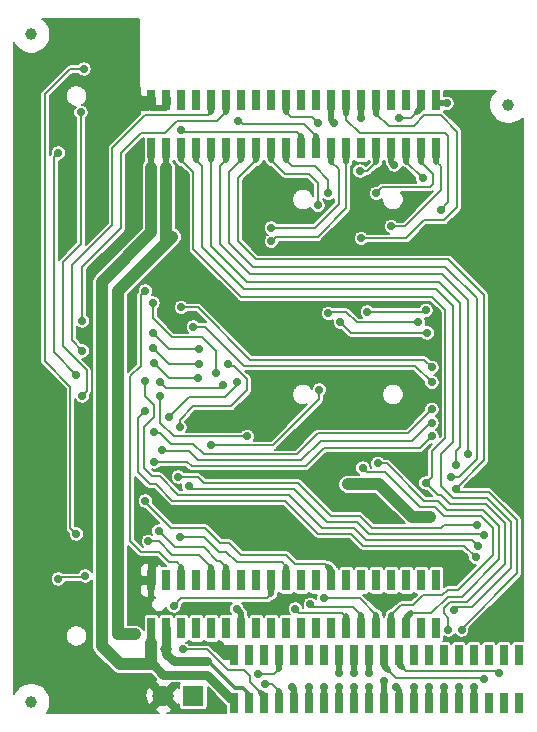
<source format=gbr>
%TF.GenerationSoftware,KiCad,Pcbnew,5.1.0-rc2-unknown-036be7d~80~ubuntu16.04.1*%
%TF.CreationDate,2022-02-04T13:28:53+02:00*%
%TF.ProjectId,STMP15x-SHIELD_Rev_A,53544d50-3135-4782-9d53-4849454c445f,A*%
%TF.SameCoordinates,Original*%
%TF.FileFunction,Copper,L2,Bot*%
%TF.FilePolarity,Positive*%
%FSLAX46Y46*%
G04 Gerber Fmt 4.6, Leading zero omitted, Abs format (unit mm)*
G04 Created by KiCad (PCBNEW 5.1.0-rc2-unknown-036be7d~80~ubuntu16.04.1) date 2022-02-04 13:28:53*
%MOMM*%
%LPD*%
G04 APERTURE LIST*
%TA.AperFunction,SMDPad,CuDef*%
%ADD10R,0.700000X1.800000*%
%TD*%
%TA.AperFunction,ConnectorPad*%
%ADD11C,1.000000*%
%TD*%
%TA.AperFunction,ComponentPad*%
%ADD12C,1.800000*%
%TD*%
%TA.AperFunction,ComponentPad*%
%ADD13R,1.800000X1.800000*%
%TD*%
%TA.AperFunction,ViaPad*%
%ADD14C,1.000000*%
%TD*%
%TA.AperFunction,ViaPad*%
%ADD15C,0.700000*%
%TD*%
%TA.AperFunction,Conductor*%
%ADD16C,0.508000*%
%TD*%
%TA.AperFunction,Conductor*%
%ADD17C,1.016000*%
%TD*%
%TA.AperFunction,Conductor*%
%ADD18C,0.762000*%
%TD*%
%TA.AperFunction,Conductor*%
%ADD19C,0.355600*%
%TD*%
%TA.AperFunction,Conductor*%
%ADD20C,0.203200*%
%TD*%
G04 APERTURE END LIST*
D10*
%TO.P,GPIO-3,20*%
%TO.N,/PC3\005CSPI2_MOSI*%
X146050000Y-96393000D03*
%TO.P,GPIO-3,19*%
%TO.N,/PD14\005CNAND-DQ0\005CUART8_CTS*%
X146050000Y-100457000D03*
%TO.P,GPIO-3,18*%
%TO.N,/PB13\005CSPI2_SCK\005CUSART3_CTS\005CUART5_TX\005CCAN2_TX*%
X144780000Y-96393000D03*
%TO.P,GPIO-3,17*%
%TO.N,/PD12\005CNAND-ALE\005CI2C1(4)_SCL\005CUSART3_RTS*%
X144780000Y-100457000D03*
%TO.P,GPIO-3,16*%
%TO.N,/PF11\005CSPI5_MOSI*%
X143510000Y-96393000D03*
%TO.P,GPIO-3,15*%
%TO.N,/PD11\005CNAND-CLE\005CUSART3_CTS*%
X143510000Y-100457000D03*
%TO.P,GPIO-3,14*%
%TO.N,Net-(GPIO-3-Pad14)*%
X142240000Y-96393000D03*
%TO.P,GPIO-3,13*%
%TO.N,/PD6\005CNAND-RB\005CSPI3_MOSI\005CUSART2_RX*%
X142240000Y-100457000D03*
%TO.P,GPIO-3,12*%
%TO.N,Net-(GPIO-3-Pad12)*%
X140970000Y-96393000D03*
%TO.P,GPIO-3,11*%
%TO.N,/PD5\005CNAND-WE\005CUSART2_TX*%
X140970000Y-100457000D03*
%TO.P,GPIO-3,10*%
%TO.N,Net-(GPIO-3-Pad10)*%
X139700000Y-96393000D03*
%TO.P,GPIO-3,9*%
%TO.N,/PD4\005CNAND-RE\005CUSART2_RTS*%
X139700000Y-100457000D03*
%TO.P,GPIO-3,8*%
%TO.N,/PE0\005CUART8_RX\005CSPI3_SCK*%
X138430000Y-96393000D03*
%TO.P,GPIO-3,7*%
%TO.N,/PG9\005CNAND-CE\005CUSART6_RX*%
X138430000Y-100457000D03*
%TO.P,GPIO-3,6*%
%TO.N,Net-(GPIO-3-Pad6)*%
X137160000Y-96393000D03*
%TO.P,GPIO-3,5*%
%TO.N,/NRST*%
X137160000Y-100457000D03*
%TO.P,GPIO-3,4*%
%TO.N,Net-(GPIO-3-Pad4)*%
X135890000Y-96393000D03*
%TO.P,GPIO-3,3*%
%TO.N,+3V3*%
X135890000Y-100457000D03*
%TO.P,GPIO-3,2*%
%TO.N,GND*%
X134620000Y-96393000D03*
%TO.P,GPIO-3,1*%
%TO.N,+5V*%
X134620000Y-100457000D03*
%TO.P,GPIO-3,21*%
%TO.N,/PD15\005CNAND-DQ1\005CUART8_CTS*%
X147320000Y-100457000D03*
%TO.P,GPIO-3,22*%
%TO.N,/PG12\005CSPI6_MISO\005CUSART6_RTS*%
X147320000Y-96393000D03*
%TO.P,GPIO-3,23*%
%TO.N,/PD0\005CNAND-DQ2\005CI2C5(6)_SDA\005CUART4_RX\005CCAN1_RX*%
X148590000Y-100457000D03*
%TO.P,GPIO-3,24*%
%TO.N,/PB5\005CSPDIF_TX\005CSPI1(3)(6)_MOSI\005CUART5_RX\005CCAN2_RX*%
X148590000Y-96393000D03*
%TO.P,GPIO-3,25*%
%TO.N,/PD1\005CNAND-DQ3\005CI2C5(6)_SCL\005CUART4_TX\005CCAN1_TX*%
X149860000Y-100457000D03*
%TO.P,GPIO-3,26*%
%TO.N,Net-(GPIO-3-Pad26)*%
X149860000Y-96393000D03*
%TO.P,GPIO-3,27*%
%TO.N,/PE7\005CNAND-DQ4\005CUART7_RX*%
X151130000Y-100457000D03*
%TO.P,GPIO-3,28*%
%TO.N,Net-(GPIO-3-Pad28)*%
X151130000Y-96393000D03*
%TO.P,GPIO-3,29*%
%TO.N,/PE8\005CNAND-DQ5\005CUART7_TX*%
X152400000Y-100457000D03*
%TO.P,GPIO-3,30*%
%TO.N,Net-(GPIO-3-Pad30)*%
X152400000Y-96393000D03*
%TO.P,GPIO-3,31*%
%TO.N,/PE9\005CNAND-DQ6\005CUART7_RTS*%
X153670000Y-100457000D03*
%TO.P,GPIO-3,32*%
%TO.N,Net-(GPIO-3-Pad32)*%
X153670000Y-96393000D03*
%TO.P,GPIO-3,33*%
%TO.N,/PE10\005CNAND-DQ7\005CUART7_CTS*%
X154940000Y-100457000D03*
%TO.P,GPIO-3,34*%
%TO.N,Net-(GPIO-3-Pad34)*%
X154940000Y-96393000D03*
%TO.P,GPIO-3,35*%
%TO.N,Net-(GPIO-3-Pad35)*%
X156210000Y-100457000D03*
%TO.P,GPIO-3,36*%
%TO.N,Net-(GPIO-3-Pad36)*%
X156210000Y-96393000D03*
%TO.P,GPIO-3,37*%
%TO.N,Net-(GPIO-3-Pad37)*%
X157480000Y-100457000D03*
%TO.P,GPIO-3,38*%
%TO.N,Net-(GPIO-3-Pad38)*%
X157480000Y-96393000D03*
%TO.P,GPIO-3,39*%
%TO.N,Net-(GPIO-3-Pad39)*%
X158750000Y-100457000D03*
%TO.P,GPIO-3,40*%
%TO.N,Net-(GPIO-3-Pad40)*%
X158750000Y-96393000D03*
%TD*%
D11*
%TO.P,FID4,Fid1*%
%TO.N,Net-(FID4-PadFid1)*%
X117475000Y-100330000D03*
%TD*%
%TO.P,FID5,Fid1*%
%TO.N,Net-(FID5-PadFid1)*%
X117475000Y-43815000D03*
%TD*%
%TO.P,FID6,Fid1*%
%TO.N,Net-(FID6-PadFid1)*%
X157861000Y-49784000D03*
%TD*%
D12*
%TO.P,NRST1,2*%
%TO.N,GND*%
X128651000Y-99822000D03*
D13*
%TO.P,NRST1,1*%
%TO.N,/NRST*%
X131191000Y-99822000D03*
%TD*%
D10*
%TO.P,GPIO-1,20*%
%TO.N,/PE1\005CUART8_TX*%
X139065000Y-49403000D03*
%TO.P,GPIO-1,19*%
%TO.N,/PD9\005CUSART3_RX*%
X139065000Y-53467000D03*
%TO.P,GPIO-1,18*%
%TO.N,Net-(GPIO-1-Pad18)*%
X137795000Y-49403000D03*
%TO.P,GPIO-1,17*%
%TO.N,/PD8\005CUSART3_TX*%
X137795000Y-53467000D03*
%TO.P,GPIO-1,16*%
%TO.N,Net-(GPIO-1-Pad16)*%
X136525000Y-49403000D03*
%TO.P,GPIO-1,15*%
%TO.N,/PD7\005CSDMMC3_D3*%
X136525000Y-53467000D03*
%TO.P,GPIO-1,14*%
%TO.N,Net-(GPIO-1-Pad14)*%
X135255000Y-49403000D03*
%TO.P,GPIO-1,13*%
%TO.N,/PF5\005CSDMMC3_D2*%
X135255000Y-53467000D03*
%TO.P,GPIO-1,12*%
%TO.N,/PA5\005CSPI1(6)_SCK*%
X133985000Y-49403000D03*
%TO.P,GPIO-1,11*%
%TO.N,/PF4\005CSDMMC3_D1*%
X133985000Y-53467000D03*
%TO.P,GPIO-1,10*%
%TO.N,/PA4\005CSPI1(3)(6)_NSS*%
X132715000Y-49403000D03*
%TO.P,GPIO-1,9*%
%TO.N,/PF0\005CSDMMC3_D0*%
X132715000Y-53467000D03*
%TO.P,GPIO-1,8*%
%TO.N,Net-(GPIO-1-Pad8)*%
X131445000Y-49403000D03*
%TO.P,GPIO-1,7*%
%TO.N,/PG15\005CSDMMC3_CK*%
X131445000Y-53467000D03*
%TO.P,GPIO-1,6*%
%TO.N,Net-(GPIO-1-Pad6)*%
X130175000Y-49403000D03*
%TO.P,GPIO-1,5*%
%TO.N,/PF1\005CSDMMC3_CMD*%
X130175000Y-53467000D03*
%TO.P,GPIO-1,4*%
%TO.N,GND*%
X128905000Y-49403000D03*
%TO.P,GPIO-1,3*%
%TO.N,+3V3*%
X128905000Y-53467000D03*
%TO.P,GPIO-1,2*%
%TO.N,GND*%
X127635000Y-49403000D03*
%TO.P,GPIO-1,1*%
%TO.N,+5V*%
X127635000Y-53467000D03*
%TO.P,GPIO-1,21*%
%TO.N,/PG8\005CUSART3(6)_RTS\005CSPI6_NSS*%
X140335000Y-53467000D03*
%TO.P,GPIO-1,22*%
%TO.N,Net-(GPIO-1-Pad22)*%
X140335000Y-49403000D03*
%TO.P,GPIO-1,23*%
%TO.N,/PE15\005CUSART2_CTS\005CUART8_CTS*%
X141605000Y-53467000D03*
%TO.P,GPIO-1,24*%
%TO.N,Net-(GPIO-1-Pad24)*%
X141605000Y-49403000D03*
%TO.P,GPIO-1,25*%
%TO.N,/PB10\005CUSART3_TX\005CI2C2_SCL\005CSPI2_SCK*%
X142875000Y-53467000D03*
%TO.P,GPIO-1,26*%
%TO.N,/PZ6\005CI2C2(6)_SCL\005CUSART1_RX*%
X142875000Y-49403000D03*
%TO.P,GPIO-1,27*%
%TO.N,/PB12\005CUSART3_RX\005CUART5_RX\005CSPI2_NSS\005CCAN2_RX*%
X144145000Y-53467000D03*
%TO.P,GPIO-1,28*%
%TO.N,/PZ7\005CI2C2(6)_SDA\005CUSART1_TX*%
X144145000Y-49403000D03*
%TO.P,GPIO-1,29*%
%TO.N,Net-(GPIO-1-Pad29)*%
X145415000Y-53467000D03*
%TO.P,GPIO-1,30*%
%TO.N,/PH5\005CI2C2_SDA\005CSPI5_NSS*%
X145415000Y-49403000D03*
%TO.P,GPIO-1,31*%
%TO.N,/PZ1\005CI2C2(4)(5)(6)_SDA\005CUSART1_RX\005CSPI1(6)_MISO*%
X146685000Y-53467000D03*
%TO.P,GPIO-1,32*%
%TO.N,/PH4\005CI2C2_SCL*%
X146685000Y-49403000D03*
%TO.P,GPIO-1,33*%
%TO.N,/PE11\005CSPI4_NSS*%
X147955000Y-53467000D03*
%TO.P,GPIO-1,34*%
%TO.N,Net-(GPIO-1-Pad34)*%
X147955000Y-49403000D03*
%TO.P,GPIO-1,35*%
%TO.N,/PE12\005CSPI4_SCK*%
X149225000Y-53467000D03*
%TO.P,GPIO-1,36*%
%TO.N,Net-(GPIO-1-Pad36)*%
X149225000Y-49403000D03*
%TO.P,GPIO-1,37*%
%TO.N,/PE14\005CSPI4_MOSI\005CUART8_RTS*%
X150495000Y-53467000D03*
%TO.P,GPIO-1,38*%
%TO.N,/PH6\005CSPI5_SCK*%
X150495000Y-49403000D03*
%TO.P,GPIO-1,39*%
%TO.N,/PE13\005CSPI4_MISO*%
X151765000Y-53467000D03*
%TO.P,GPIO-1,40*%
%TO.N,/PI10\005CUSART3_CTS*%
X151765000Y-49403000D03*
%TD*%
%TO.P,GPIO-2,20*%
%TO.N,/PH12\005CI2C1(4)_SDA*%
X139065000Y-90043000D03*
%TO.P,GPIO-2,19*%
%TO.N,Net-(GPIO-2-Pad19)*%
X139065000Y-94107000D03*
%TO.P,GPIO-2,18*%
%TO.N,/PH11\005CI2C1(4)_SCL*%
X137795000Y-90043000D03*
%TO.P,GPIO-2,17*%
%TO.N,Net-(GPIO-2-Pad17)*%
X137795000Y-94107000D03*
%TO.P,GPIO-2,16*%
%TO.N,Net-(GPIO-2-Pad16)*%
X136525000Y-90043000D03*
%TO.P,GPIO-2,15*%
%TO.N,Net-(GPIO-2-Pad15)*%
X136525000Y-94107000D03*
%TO.P,GPIO-2,14*%
%TO.N,Net-(GPIO-2-Pad14)*%
X135255000Y-90043000D03*
%TO.P,GPIO-2,13*%
%TO.N,/PH7\005CI2C3_SCL\005CSPI5_MISO*%
X135255000Y-94107000D03*
%TO.P,GPIO-2,12*%
%TO.N,/PB7\005CI2C1(4)_SDA\005CUSART1_RX*%
X133985000Y-90043000D03*
%TO.P,GPIO-2,11*%
%TO.N,Net-(GPIO-2-Pad11)*%
X133985000Y-94107000D03*
%TO.P,GPIO-2,10*%
%TO.N,/PH8\005CI2C3_SDA*%
X132715000Y-90043000D03*
%TO.P,GPIO-2,9*%
%TO.N,Net-(GPIO-2-Pad9)*%
X132715000Y-94107000D03*
%TO.P,GPIO-2,8*%
%TO.N,Net-(GPIO-2-Pad8)*%
X131445000Y-90043000D03*
%TO.P,GPIO-2,7*%
%TO.N,Net-(GPIO-2-Pad7)*%
X131445000Y-94107000D03*
%TO.P,GPIO-2,6*%
%TO.N,/PA6\005CSPI1(6)_MISO*%
X130175000Y-90043000D03*
%TO.P,GPIO-2,5*%
%TO.N,Net-(GPIO-2-Pad5)*%
X130175000Y-94107000D03*
%TO.P,GPIO-2,4*%
%TO.N,Net-(GPIO-2-Pad4)*%
X128905000Y-90043000D03*
%TO.P,GPIO-2,3*%
%TO.N,+3V3*%
X128905000Y-94107000D03*
%TO.P,GPIO-2,2*%
%TO.N,GND*%
X127635000Y-90043000D03*
%TO.P,GPIO-2,1*%
%TO.N,+5V*%
X127635000Y-94107000D03*
%TO.P,GPIO-2,21*%
%TO.N,Net-(GPIO-2-Pad21)*%
X140335000Y-94107000D03*
%TO.P,GPIO-2,22*%
%TO.N,Net-(GPIO-2-Pad22)*%
X140335000Y-90043000D03*
%TO.P,GPIO-2,23*%
%TO.N,Net-(GPIO-2-Pad23)*%
X141605000Y-94107000D03*
%TO.P,GPIO-2,24*%
%TO.N,Net-(GPIO-2-Pad24)*%
X141605000Y-90043000D03*
%TO.P,GPIO-2,25*%
%TO.N,Net-(GPIO-2-Pad25)*%
X142875000Y-94107000D03*
%TO.P,GPIO-2,26*%
%TO.N,/PB8\005CI2C1(4)_SCL\005CUART4_RX*%
X142875000Y-90043000D03*
%TO.P,GPIO-2,27*%
%TO.N,/PG7\005CUART8_RTS*%
X144145000Y-94107000D03*
%TO.P,GPIO-2,28*%
%TO.N,Net-(GPIO-2-Pad28)*%
X144145000Y-90043000D03*
%TO.P,GPIO-2,29*%
%TO.N,/PI0\005CSPI2_NSS*%
X145415000Y-94107000D03*
%TO.P,GPIO-2,30*%
%TO.N,Net-(GPIO-2-Pad30)*%
X145415000Y-90043000D03*
%TO.P,GPIO-2,31*%
%TO.N,/PI1\005CSPI2_SCK*%
X146685000Y-94107000D03*
%TO.P,GPIO-2,32*%
%TO.N,Net-(GPIO-2-Pad32)*%
X146685000Y-90043000D03*
%TO.P,GPIO-2,33*%
%TO.N,/PI3\005CSPI2_MOSI*%
X147955000Y-94107000D03*
%TO.P,GPIO-2,34*%
%TO.N,Net-(GPIO-2-Pad34)*%
X147955000Y-90043000D03*
%TO.P,GPIO-2,35*%
%TO.N,/PI2\005CSPI2_MISO*%
X149225000Y-94107000D03*
%TO.P,GPIO-2,36*%
%TO.N,Net-(GPIO-2-Pad36)*%
X149225000Y-90043000D03*
%TO.P,GPIO-2,37*%
%TO.N,Net-(GPIO-2-Pad37)*%
X150495000Y-94107000D03*
%TO.P,GPIO-2,38*%
%TO.N,Net-(GPIO-2-Pad38)*%
X150495000Y-90043000D03*
%TO.P,GPIO-2,39*%
%TO.N,Net-(GPIO-2-Pad39)*%
X151765000Y-94107000D03*
%TO.P,GPIO-2,40*%
%TO.N,Net-(GPIO-2-Pad40)*%
X151765000Y-90043000D03*
%TD*%
D14*
%TO.N,+5V*%
X126492000Y-97155000D03*
X124968000Y-97155000D03*
%TO.N,GND*%
X117729000Y-97536000D03*
X129794000Y-63246000D03*
X133731000Y-96012000D03*
X133731000Y-84201000D03*
X158242000Y-65405000D03*
X118618000Y-84582000D03*
X117348000Y-84582000D03*
X151765000Y-88011000D03*
X133731000Y-85598000D03*
X118999000Y-97536000D03*
X140716000Y-87757000D03*
X141986000Y-87757000D03*
X136144000Y-68453000D03*
X130810000Y-64262000D03*
D15*
X125984000Y-59182000D03*
D14*
X136271000Y-56896000D03*
X136271000Y-60198000D03*
X151130000Y-70485000D03*
X151511000Y-60579000D03*
X154813000Y-60579000D03*
X139192000Y-68199000D03*
X140462000Y-68199000D03*
D15*
X145542000Y-58039000D03*
X148082000Y-61976000D03*
X148082000Y-70104000D03*
D14*
X156845000Y-75946000D03*
X136144000Y-69850000D03*
X143256000Y-80518000D03*
X143256000Y-83312000D03*
D15*
X144653000Y-74295000D03*
D14*
X146939000Y-88138000D03*
X127889000Y-88519000D03*
X131064000Y-84582000D03*
X129667000Y-84582000D03*
D15*
X147447000Y-91821000D03*
X138938000Y-91694000D03*
X123063000Y-56642000D03*
X120777000Y-56642000D03*
D14*
X124841000Y-43815000D03*
X120142000Y-43815000D03*
D15*
X123571000Y-54102000D03*
D14*
X120269000Y-100203000D03*
X124841000Y-100203000D03*
X137541000Y-75819000D03*
X137160000Y-55372000D03*
X158242000Y-52578000D03*
X154940000Y-53467000D03*
X158242000Y-59690000D03*
X156845000Y-69342000D03*
X158369000Y-73025000D03*
%TO.N,+3V3*%
X128905000Y-95885000D03*
X151257000Y-84709000D03*
X124841000Y-94615000D03*
X126238000Y-94615000D03*
X129413000Y-60960000D03*
X144272000Y-81915000D03*
D15*
X148209000Y-83185000D03*
%TO.N,/PH11\005CI2C1(4)_SCL*%
X129540000Y-92202000D03*
%TO.N,/PD14\005CNAND-DQ0\005CUART8_CTS*%
X146050000Y-99060000D03*
X119761000Y-89916000D03*
X122047000Y-89662000D03*
%TO.N,/PH12\005CI2C1(4)_SDA*%
X130048000Y-86360000D03*
%TO.N,/PD15\005CNAND-DQ1\005CUART8_CTS*%
X147320000Y-98552000D03*
%TO.N,/PB7\005CI2C1(4)_SDA\005CUSART1_RX*%
X128270000Y-85852000D03*
%TO.N,/PD0\005CNAND-DQ2\005CI2C5(6)_SDA\005CUART4_RX\005CCAN1_RX*%
X148336000Y-99060000D03*
%TO.N,/PB8\005CI2C1(4)_SCL\005CUART4_RX*%
X127127000Y-83312000D03*
%TO.N,/PD1\005CNAND-DQ3\005CI2C5(6)_SCL\005CUART4_TX\005CCAN1_TX*%
X149860000Y-99060000D03*
X155829000Y-86233000D03*
X130810000Y-82042000D03*
%TO.N,/PB10\005CUSART3_TX\005CI2C2_SCL\005CSPI2_SCK*%
X130048000Y-77089000D03*
X137795000Y-60198000D03*
X134112000Y-71755000D03*
%TO.N,/PE7\005CNAND-DQ4\005CUART7_RX*%
X151130000Y-99060000D03*
X155194000Y-85344000D03*
X129921000Y-81280000D03*
%TO.N,/PB12\005CUSART3_RX\005CUART5_RX\005CSPI2_NSS\005CCAN2_RX*%
X129159000Y-76200000D03*
X137795000Y-61341000D03*
X134874000Y-73279000D03*
%TO.N,/PE8\005CNAND-DQ5\005CUART7_TX*%
X152400000Y-99060000D03*
X151384000Y-77851000D03*
X127889000Y-80010000D03*
%TO.N,/PB13\005CSPI2_SCK\005CUSART3_CTS\005CUART5_TX\005CCAN2_TX*%
X144780000Y-97917000D03*
X155092400Y-88087200D03*
X127127000Y-75692000D03*
%TO.N,/PE9\005CNAND-DQ6\005CUART7_RTS*%
X153670000Y-99060000D03*
X151384000Y-76708000D03*
X128524000Y-78994000D03*
%TO.N,/PC3\005CSPI2_MOSI*%
X146050000Y-97917000D03*
X155321000Y-87122000D03*
X127127000Y-73152000D03*
%TO.N,/PE10\005CNAND-DQ7\005CUART7_CTS*%
X154940000Y-99060000D03*
X151384000Y-75565000D03*
X127889000Y-77470000D03*
%TO.N,/PG12\005CSPI6_MISO\005CUSART6_RTS*%
X155829000Y-98425000D03*
X131191000Y-68580000D03*
X151384000Y-73279000D03*
%TO.N,/PD5\005CNAND-WE\005CUSART2_TX*%
X140970000Y-99060000D03*
X127889000Y-71628000D03*
X131572000Y-72898000D03*
%TO.N,/PA4\005CSPI1(3)(6)_NSS*%
X121793000Y-70612000D03*
%TO.N,/PD6\005CNAND-RB\005CSPI3_MOSI\005CUSART2_RX*%
X142240000Y-99060000D03*
X131699000Y-71755000D03*
X127762000Y-70358000D03*
%TO.N,/PA5\005CSPI1(6)_SCK*%
X121793000Y-68072000D03*
%TO.N,/PD4\005CNAND-RE\005CUSART2_RTS*%
X139573000Y-99060000D03*
X131699000Y-70485000D03*
X127762000Y-69088000D03*
%TO.N,/PA6\005CSPI1(6)_MISO*%
X127127000Y-65532000D03*
%TO.N,/PD12\005CNAND-ALE\005CI2C1(4)_SCL\005CUSART3_RTS*%
X144780000Y-99060000D03*
%TO.N,/PB5\005CSPDIF_TX\005CSPI1(3)(6)_MOSI\005CUART5_RX\005CCAN2_RX*%
X157099000Y-97917000D03*
X151384000Y-72009000D03*
X130175000Y-66929000D03*
%TO.N,/PD11\005CNAND-CLE\005CUSART3_CTS*%
X143510000Y-99060000D03*
X127762000Y-66548000D03*
X133096000Y-72517000D03*
%TO.N,/PH5\005CI2C2_SDA\005CSPI5_NSS*%
X145415000Y-50927000D03*
%TO.N,/PG9\005CNAND-CE\005CUSART6_RX*%
X137287000Y-98831400D03*
%TO.N,/PH6\005CSPI5_SCK*%
X148590000Y-50927000D03*
%TO.N,/PE15\005CUSART2_CTS\005CUART8_CTS*%
X135001000Y-51181000D03*
%TO.N,/PH7\005CI2C3_SCL\005CSPI5_MISO*%
X134874000Y-92456000D03*
%TO.N,/PG7\005CUART8_RTS*%
X139827000Y-92456000D03*
X128397000Y-73279000D03*
X121285000Y-72644000D03*
X119761000Y-53848000D03*
X133731000Y-73533000D03*
%TO.N,/PF11\005CSPI5_MOSI*%
X143510000Y-97917000D03*
X121793000Y-74422000D03*
X128397000Y-74422000D03*
X121666000Y-50419000D03*
X135763000Y-77851000D03*
%TO.N,/PI10\005CUSART3_CTS*%
X152654000Y-49657000D03*
%TO.N,/PH8\005CI2C3_SDA*%
X121920000Y-46736000D03*
X121285000Y-86106000D03*
X127381000Y-86741000D03*
%TO.N,/PG8\005CUSART3(6)_RTS\005CSPI6_NSS*%
X130175000Y-51943000D03*
%TO.N,/PE13\005CSPI4_MISO*%
X147955000Y-60071000D03*
%TO.N,/PE14\005CSPI4_MOSI\005CUART8_RTS*%
X146685000Y-57277000D03*
%TO.N,/PE12\005CSPI4_SCK*%
X150622000Y-56007000D03*
%TO.N,/PE11\005CSPI4_NSS*%
X148209000Y-54864000D03*
%TO.N,/PH4\005CI2C2_SCL*%
X145415000Y-61087000D03*
%TO.N,/PZ1\005CI2C2(4)(5)(6)_SDA\005CUSART1_RX\005CSPI1(6)_MISO*%
X145288000Y-55372000D03*
%TO.N,/PZ7\005CI2C2(6)_SDA\005CUSART1_TX*%
X150876000Y-67183000D03*
X152146000Y-58674000D03*
X145923000Y-67310000D03*
%TO.N,/PZ6\005CI2C2(6)_SCL\005CUSART1_RX*%
X143129000Y-51308000D03*
X143637000Y-68199000D03*
X151003000Y-69088000D03*
%TO.N,/PF1\005CSDMMC3_CMD*%
X152781000Y-94234000D03*
X150876000Y-81788000D03*
%TO.N,/PG15\005CSDMMC3_CK*%
X153263600Y-92532200D03*
%TO.N,/PF0\005CSDMMC3_D0*%
X153416000Y-80264000D03*
%TO.N,/PF4\005CSDMMC3_D1*%
X154432000Y-79375000D03*
%TO.N,/PF5\005CSDMMC3_D2*%
X153035000Y-81280000D03*
%TO.N,/PD7\005CSDMMC3_D3*%
X153898600Y-94234000D03*
X153416000Y-82296000D03*
%TO.N,/PD8\005CUSART3_TX*%
X141732000Y-58293000D03*
%TO.N,/PD9\005CUSART3_RX*%
X142621000Y-57277000D03*
%TO.N,/PE1\005CUART8_TX*%
X141732000Y-51308000D03*
X142621000Y-67437000D03*
X150241000Y-68199000D03*
%TO.N,/PI2\005CSPI2_MISO*%
X146812000Y-80137000D03*
%TO.N,/PI3\005CSPI2_MOSI*%
X145542000Y-80518000D03*
%TO.N,/PI1\005CSPI2_SCK*%
X142240000Y-91567000D03*
%TO.N,/PI0\005CSPI2_NSS*%
X141097000Y-92075000D03*
%TO.N,/NRST*%
X130302000Y-95885000D03*
%TO.N,/PE0\005CUART8_RX\005CSPI3_SCK*%
X136652000Y-97942400D03*
X141859000Y-73914000D03*
X132715000Y-78613000D03*
%TD*%
D16*
%TO.N,+5V*%
X127635000Y-55118000D02*
X127635000Y-53467000D01*
D17*
X124968000Y-97155000D02*
X126492000Y-97155000D01*
D16*
X127635000Y-94107000D02*
X127635000Y-95377000D01*
D17*
X127635000Y-97155000D02*
X126492000Y-97155000D01*
X127635000Y-95377000D02*
X127635000Y-97155000D01*
D18*
X132334000Y-98044000D02*
X134366000Y-100076000D01*
X128651000Y-98044000D02*
X132334000Y-98044000D01*
X127762000Y-97155000D02*
X128651000Y-98044000D01*
X127635000Y-97155000D02*
X127762000Y-97155000D01*
D16*
X134620000Y-100457000D02*
X134366000Y-100203000D01*
X134366000Y-100203000D02*
X134366000Y-100076000D01*
D17*
X127635000Y-60579000D02*
X127635000Y-55118000D01*
X123444000Y-64770000D02*
X127635000Y-60579000D01*
X123444000Y-95631000D02*
X123444000Y-64770000D01*
X124968000Y-97155000D02*
X123444000Y-95631000D01*
%TO.N,GND*%
X123698000Y-45212000D02*
X124333000Y-45847000D01*
X124333000Y-45847000D02*
X124333000Y-48641000D01*
X117729000Y-97536000D02*
X116840000Y-96647000D01*
X116840000Y-96647000D02*
X116840000Y-47625000D01*
X116840000Y-47625000D02*
X119253000Y-45212000D01*
X119253000Y-45212000D02*
X123698000Y-45212000D01*
X134239000Y-96012000D02*
X133731000Y-96012000D01*
D16*
X134620000Y-96393000D02*
X134239000Y-96012000D01*
X128905000Y-50038000D02*
X128905000Y-49403000D01*
X127635000Y-50038000D02*
X128905000Y-50038000D01*
X127635000Y-49403000D02*
X127635000Y-50038000D01*
X127635000Y-49403000D02*
X127635000Y-49784000D01*
X127635000Y-49784000D02*
X127254000Y-49784000D01*
D17*
X125476000Y-49784000D02*
X124333000Y-48641000D01*
X127254000Y-49784000D02*
X125476000Y-49784000D01*
X135763000Y-86233000D02*
X133731000Y-84201000D01*
X140716000Y-87757000D02*
X139192000Y-86233000D01*
X151511000Y-88265000D02*
X151765000Y-88011000D01*
X139192000Y-86233000D02*
X135763000Y-86233000D01*
X145161000Y-88265000D02*
X151511000Y-88265000D01*
X143891000Y-86995000D02*
X145161000Y-88265000D01*
X140716000Y-87757000D02*
X141478000Y-86995000D01*
X141478000Y-86995000D02*
X143891000Y-86995000D01*
X136271000Y-60198000D02*
X136271000Y-56896000D01*
D16*
X153162000Y-62230000D02*
X154813000Y-60579000D01*
X137160000Y-62230000D02*
X153162000Y-62230000D01*
X136271000Y-61341000D02*
X137160000Y-62230000D01*
X136271000Y-60198000D02*
X136271000Y-61341000D01*
D17*
X142621000Y-70485000D02*
X151130000Y-70485000D01*
X140335000Y-68199000D02*
X142621000Y-70485000D01*
X139192000Y-68199000D02*
X140335000Y-68199000D01*
X139192000Y-68326000D02*
X139192000Y-68199000D01*
X137668000Y-69850000D02*
X139192000Y-68326000D01*
X136144000Y-69850000D02*
X137668000Y-69850000D01*
X136144000Y-69850000D02*
X136144000Y-69596000D01*
X136144000Y-69596000D02*
X129794000Y-63246000D01*
X131064000Y-84582000D02*
X131445000Y-84201000D01*
X131445000Y-84201000D02*
X133731000Y-84201000D01*
X129667000Y-84582000D02*
X131064000Y-84582000D01*
D16*
X127731520Y-88676480D02*
X127889000Y-88519000D01*
X127731520Y-89946480D02*
X127731520Y-88676480D01*
X127635000Y-90043000D02*
X127731520Y-89946480D01*
%TO.N,+3V3*%
X128905000Y-55118000D02*
X128905000Y-53467000D01*
D17*
X124841000Y-94615000D02*
X126238000Y-94615000D01*
D18*
X128905000Y-94107000D02*
X128905000Y-95885000D01*
X129540000Y-96901000D02*
X132334000Y-96901000D01*
X128905000Y-96266000D02*
X129540000Y-96901000D01*
X128905000Y-95885000D02*
X128905000Y-96266000D01*
D19*
X132461000Y-96901000D02*
X132334000Y-96901000D01*
X135890000Y-100457000D02*
X135890000Y-99669600D01*
X135890000Y-99669600D02*
X135382000Y-99161600D01*
X135382000Y-99161600D02*
X134721600Y-99161600D01*
X134721600Y-99161600D02*
X132461000Y-96901000D01*
D17*
X124841000Y-65532000D02*
X124841000Y-94615000D01*
X129413000Y-60960000D02*
X124841000Y-65532000D01*
X129413000Y-60960000D02*
X129032000Y-61341000D01*
X129032000Y-61341000D02*
X128905000Y-61341000D01*
X128905000Y-61341000D02*
X128905000Y-55118000D01*
X149733000Y-84709000D02*
X151257000Y-84709000D01*
X146939000Y-81915000D02*
X149733000Y-84709000D01*
X144272000Y-81915000D02*
X146939000Y-81915000D01*
D16*
%TO.N,/PH11\005CI2C1(4)_SCL*%
X137795000Y-90043000D02*
X137795000Y-91186000D01*
D20*
X137414000Y-91567000D02*
X137795000Y-91186000D01*
X130175000Y-91567000D02*
X137414000Y-91567000D01*
X129540000Y-92202000D02*
X130175000Y-91567000D01*
D16*
%TO.N,/PD14\005CNAND-DQ0\005CUART8_CTS*%
X146050000Y-100457000D02*
X146050000Y-99060000D01*
D20*
X121920000Y-89789000D02*
X122047000Y-89662000D01*
X119888000Y-89789000D02*
X121920000Y-89789000D01*
X119761000Y-89916000D02*
X119888000Y-89789000D01*
D16*
%TO.N,/PH12\005CI2C1(4)_SDA*%
X139065000Y-90043000D02*
X139065000Y-88900000D01*
D20*
X138684000Y-88519000D02*
X139065000Y-88900000D01*
X134874000Y-88519000D02*
X138684000Y-88519000D01*
X130048000Y-86360000D02*
X132080000Y-86360000D01*
X132080000Y-86360000D02*
X133350000Y-87630000D01*
X133350000Y-87630000D02*
X133985000Y-87630000D01*
X133985000Y-87630000D02*
X134874000Y-88519000D01*
D16*
%TO.N,/PD15\005CNAND-DQ1\005CUART8_CTS*%
X147320000Y-98552000D02*
X147320000Y-100457000D01*
D20*
%TO.N,/PB7\005CI2C1(4)_SDA\005CUSART1_RX*%
X128270000Y-85852000D02*
X129667000Y-87249000D01*
X129667000Y-87249000D02*
X132080000Y-87249000D01*
X132080000Y-87249000D02*
X133223000Y-88392000D01*
X133477000Y-88392000D02*
X133985000Y-88900000D01*
X133223000Y-88392000D02*
X133477000Y-88392000D01*
D16*
X133985000Y-90043000D02*
X133985000Y-88900000D01*
%TO.N,/PD0\005CNAND-DQ2\005CI2C5(6)_SDA\005CUART4_RX\005CCAN1_RX*%
X148590000Y-99314000D02*
X148590000Y-100457000D01*
X148336000Y-99060000D02*
X148590000Y-99314000D01*
%TO.N,/PB8\005CI2C1(4)_SCL\005CUART4_RX*%
X142875000Y-89154000D02*
X142621000Y-88900000D01*
X142875000Y-90043000D02*
X142875000Y-89154000D01*
D20*
X127127000Y-83439000D02*
X127127000Y-83312000D01*
X129286000Y-85598000D02*
X127127000Y-83439000D01*
X132207000Y-85598000D02*
X129286000Y-85598000D01*
X133477000Y-86868000D02*
X132207000Y-85598000D01*
X134239000Y-86868000D02*
X133477000Y-86868000D01*
X135255000Y-87884000D02*
X134239000Y-86868000D01*
X142621000Y-88900000D02*
X142367000Y-88646000D01*
X139065000Y-87884000D02*
X135255000Y-87884000D01*
X142367000Y-88646000D02*
X139827000Y-88646000D01*
X139827000Y-88646000D02*
X139065000Y-87884000D01*
D16*
%TO.N,/PD1\005CNAND-DQ3\005CI2C5(6)_SCL\005CUART4_TX\005CCAN1_TX*%
X149860000Y-100457000D02*
X149860000Y-99060000D01*
D20*
X139700000Y-82296000D02*
X142494000Y-85090000D01*
X130810000Y-82042000D02*
X131064000Y-82296000D01*
X131064000Y-82296000D02*
X139700000Y-82296000D01*
X142494000Y-85090000D02*
X145034000Y-85090000D01*
X145034000Y-85090000D02*
X146050000Y-86106000D01*
X146050000Y-86106000D02*
X155702000Y-86106000D01*
X155702000Y-86106000D02*
X155829000Y-86233000D01*
D16*
%TO.N,/PB10\005CUSART3_TX\005CI2C2_SCL\005CSPI2_SCK*%
X142875000Y-53467000D02*
X142875000Y-54610000D01*
D20*
X141478000Y-60198000D02*
X143510000Y-58166000D01*
X137795000Y-60198000D02*
X141478000Y-60198000D01*
X143510000Y-55245000D02*
X142875000Y-54610000D01*
X143510000Y-58166000D02*
X143510000Y-55245000D01*
X131191000Y-75311000D02*
X130048000Y-76454000D01*
X134366000Y-75311000D02*
X131191000Y-75311000D01*
X135763000Y-73914000D02*
X134366000Y-75311000D01*
X130048000Y-76454000D02*
X130048000Y-77089000D01*
X134112000Y-71755000D02*
X134213600Y-71856600D01*
X134213600Y-71856600D02*
X134594600Y-71856600D01*
X134594600Y-71856600D02*
X135763000Y-73025000D01*
X135763000Y-73025000D02*
X135763000Y-73914000D01*
D16*
%TO.N,/PE7\005CNAND-DQ4\005CUART7_RX*%
X151130000Y-100457000D02*
X151130000Y-99060000D01*
D20*
X152400000Y-85344000D02*
X155194000Y-85344000D01*
X152146000Y-85598000D02*
X152400000Y-85344000D01*
X146304000Y-85598000D02*
X152146000Y-85598000D01*
X145288000Y-84582000D02*
X146304000Y-85598000D01*
X142875000Y-84582000D02*
X145288000Y-84582000D01*
X140081000Y-81788000D02*
X142875000Y-84582000D01*
X129921000Y-81280000D02*
X131572000Y-81280000D01*
X131572000Y-81280000D02*
X132080000Y-81788000D01*
X132080000Y-81788000D02*
X140081000Y-81788000D01*
D16*
%TO.N,/PB12\005CUSART3_RX\005CUART5_RX\005CSPI2_NSS\005CCAN2_RX*%
X144145000Y-53467000D02*
X144145000Y-54610000D01*
D20*
X144145000Y-58547000D02*
X144145000Y-54610000D01*
X138176000Y-60960000D02*
X141732000Y-60960000D01*
X141732000Y-60960000D02*
X144145000Y-58547000D01*
X137795000Y-61341000D02*
X138176000Y-60960000D01*
X130810000Y-74549000D02*
X129159000Y-76200000D01*
X133858000Y-74549000D02*
X130810000Y-74549000D01*
X134874000Y-73533000D02*
X133858000Y-74549000D01*
X134874000Y-73279000D02*
X134874000Y-73533000D01*
D16*
%TO.N,/PE8\005CNAND-DQ5\005CUART7_TX*%
X152400000Y-100457000D02*
X152400000Y-99060000D01*
D20*
X130683000Y-80010000D02*
X127889000Y-80010000D01*
X151384000Y-77851000D02*
X150368000Y-78867000D01*
X150368000Y-78867000D02*
X142240000Y-78867000D01*
X142240000Y-78867000D02*
X140716000Y-80391000D01*
X131064000Y-80391000D02*
X130683000Y-80010000D01*
X140716000Y-80391000D02*
X131064000Y-80391000D01*
D16*
%TO.N,/PB13\005CSPI2_SCK\005CUSART3_CTS\005CUART5_TX\005CCAN2_TX*%
X144780000Y-96393000D02*
X144780000Y-97917000D01*
D20*
X154127200Y-87122000D02*
X155092400Y-88087200D01*
X141732000Y-86106000D02*
X144526000Y-86106000D01*
X145542000Y-87122000D02*
X154127200Y-87122000D01*
X138938000Y-83312000D02*
X141732000Y-86106000D01*
X144526000Y-86106000D02*
X145542000Y-87122000D01*
X127127000Y-75692000D02*
X126492000Y-76327000D01*
X126492000Y-76327000D02*
X126492000Y-80899000D01*
X128016000Y-81915000D02*
X127508000Y-81915000D01*
X129413000Y-83312000D02*
X128016000Y-81915000D01*
X129413000Y-83312000D02*
X138938000Y-83312000D01*
X126492000Y-80899000D02*
X127508000Y-81915000D01*
D16*
%TO.N,/PE9\005CNAND-DQ6\005CUART7_RTS*%
X153670000Y-100457000D02*
X153670000Y-99060000D01*
D20*
X131572000Y-79883000D02*
X130810000Y-79121000D01*
X140335000Y-79883000D02*
X131572000Y-79883000D01*
X128651000Y-79121000D02*
X128524000Y-78994000D01*
X151384000Y-76708000D02*
X151257000Y-76708000D01*
X149733000Y-78232000D02*
X141986000Y-78232000D01*
X130810000Y-79121000D02*
X128651000Y-79121000D01*
X151257000Y-76708000D02*
X149733000Y-78232000D01*
X141986000Y-78232000D02*
X140335000Y-79883000D01*
D16*
%TO.N,/PC3\005CSPI2_MOSI*%
X146050000Y-96393000D02*
X146050000Y-97917000D01*
D20*
X127889000Y-75184000D02*
X127127000Y-74422000D01*
X144780000Y-85598000D02*
X142113000Y-85598000D01*
X145796000Y-86614000D02*
X144780000Y-85598000D01*
X154813000Y-86614000D02*
X145796000Y-86614000D01*
X155321000Y-87122000D02*
X154813000Y-86614000D01*
X142113000Y-85598000D02*
X139319000Y-82804000D01*
X127000000Y-80518000D02*
X127000000Y-77089000D01*
X127889000Y-76200000D02*
X127889000Y-75184000D01*
X127127000Y-74422000D02*
X127127000Y-73152000D01*
X127000000Y-77089000D02*
X127889000Y-76200000D01*
X128333500Y-81216500D02*
X127698500Y-81216500D01*
X129921000Y-82804000D02*
X128333500Y-81216500D01*
X139319000Y-82804000D02*
X129921000Y-82804000D01*
X127698500Y-81216500D02*
X127000000Y-80518000D01*
D16*
%TO.N,/PE10\005CNAND-DQ7\005CUART7_CTS*%
X154940000Y-100457000D02*
X154940000Y-99060000D01*
D20*
X128016000Y-77597000D02*
X127889000Y-77470000D01*
X129286000Y-78486000D02*
X128397000Y-77597000D01*
X128397000Y-77597000D02*
X128016000Y-77597000D01*
X151384000Y-75565000D02*
X149352000Y-77597000D01*
X131191000Y-78486000D02*
X129286000Y-78486000D01*
X149352000Y-77597000D02*
X141732000Y-77597000D01*
X141732000Y-77597000D02*
X139954000Y-79375000D01*
X132080000Y-79375000D02*
X131191000Y-78486000D01*
X139954000Y-79375000D02*
X132080000Y-79375000D01*
D16*
%TO.N,/PG12\005CSPI6_MISO\005CUSART6_RTS*%
X147320000Y-97282000D02*
X147701000Y-97663000D01*
X147320000Y-96393000D02*
X147320000Y-97282000D01*
D20*
X155702000Y-98298000D02*
X155829000Y-98425000D01*
X148336000Y-98298000D02*
X155702000Y-98298000D01*
X147701000Y-97663000D02*
X148336000Y-98298000D01*
X132207000Y-68580000D02*
X131191000Y-68580000D01*
X135509000Y-71882000D02*
X132207000Y-68580000D01*
X149987000Y-71882000D02*
X135509000Y-71882000D01*
X151384000Y-73279000D02*
X149987000Y-71882000D01*
%TO.N,/PD5\005CNAND-WE\005CUSART2_TX*%
X129159000Y-72898000D02*
X127889000Y-71628000D01*
X131572000Y-72898000D02*
X129159000Y-72898000D01*
D16*
X140970000Y-100457000D02*
X140970000Y-99060000D01*
%TO.N,/PA4\005CSPI1(3)(6)_NSS*%
X132715000Y-49403000D02*
X132715000Y-50419000D01*
D20*
X120904000Y-63373000D02*
X120904000Y-69723000D01*
X124333000Y-59944000D02*
X120904000Y-63373000D01*
X120904000Y-69723000D02*
X121793000Y-70612000D01*
X132461000Y-50673000D02*
X127127000Y-50673000D01*
X132715000Y-50419000D02*
X132461000Y-50673000D01*
X124333000Y-53467000D02*
X124333000Y-59944000D01*
X127127000Y-50673000D02*
X124333000Y-53467000D01*
D16*
%TO.N,/PD6\005CNAND-RB\005CSPI3_MOSI\005CUSART2_RX*%
X142240000Y-100457000D02*
X142240000Y-99060000D01*
D20*
X127762000Y-70358000D02*
X129159000Y-71755000D01*
X129159000Y-71755000D02*
X131699000Y-71755000D01*
D16*
%TO.N,/PA5\005CSPI1(6)_SCK*%
X133985000Y-49403000D02*
X133985000Y-50419000D01*
D20*
X121793000Y-63500000D02*
X121793000Y-68072000D01*
X125095000Y-53848000D02*
X125095000Y-60198000D01*
X125095000Y-60198000D02*
X121793000Y-63500000D01*
X126746000Y-52197000D02*
X125095000Y-53848000D01*
X133985000Y-50419000D02*
X133223000Y-51181000D01*
X133223000Y-51181000D02*
X129794000Y-51181000D01*
X129794000Y-51181000D02*
X128778000Y-52197000D01*
X128778000Y-52197000D02*
X126746000Y-52197000D01*
D16*
%TO.N,/PD4\005CNAND-RE\005CUSART2_RTS*%
X139700000Y-99187000D02*
X139573000Y-99060000D01*
X139700000Y-100457000D02*
X139700000Y-99187000D01*
D20*
X129159000Y-70485000D02*
X131699000Y-70485000D01*
X127762000Y-69088000D02*
X129159000Y-70485000D01*
D16*
%TO.N,/PA6\005CSPI1(6)_MISO*%
X130175000Y-90043000D02*
X130175000Y-88900000D01*
D20*
X128270000Y-87630000D02*
X129159000Y-88519000D01*
X129159000Y-88519000D02*
X129794000Y-88519000D01*
X125857000Y-86741000D02*
X126746000Y-87630000D01*
X127127000Y-65532000D02*
X126746000Y-65913000D01*
X125857000Y-72771000D02*
X125857000Y-86741000D01*
X129794000Y-88519000D02*
X130175000Y-88900000D01*
X126746000Y-65913000D02*
X126746000Y-71882000D01*
X126746000Y-87630000D02*
X128270000Y-87630000D01*
X126746000Y-71882000D02*
X125857000Y-72771000D01*
D16*
%TO.N,/PD12\005CNAND-ALE\005CI2C1(4)_SCL\005CUSART3_RTS*%
X144780000Y-100457000D02*
X144780000Y-99060000D01*
D20*
%TO.N,/PB5\005CSPDIF_TX\005CSPI1(3)(6)_MOSI\005CUART5_RX\005CCAN2_RX*%
X149174200Y-97739200D02*
X156921200Y-97739200D01*
X156921200Y-97739200D02*
X157099000Y-97917000D01*
D16*
X148590000Y-97155000D02*
X148844000Y-97409000D01*
X148590000Y-96393000D02*
X148590000Y-97155000D01*
D20*
X148844000Y-97409000D02*
X149174200Y-97739200D01*
X150749000Y-71374000D02*
X151384000Y-72009000D01*
X136017000Y-71374000D02*
X150749000Y-71374000D01*
X131572000Y-66929000D02*
X136017000Y-71374000D01*
X130175000Y-66929000D02*
X131572000Y-66929000D01*
D16*
%TO.N,/PD11\005CNAND-CLE\005CUSART3_CTS*%
X143510000Y-100457000D02*
X143510000Y-99060000D01*
D20*
X127762000Y-67818000D02*
X127762000Y-66548000D01*
X133096000Y-72517000D02*
X133096000Y-70612000D01*
X133096000Y-70612000D02*
X131953000Y-69469000D01*
X131953000Y-69469000D02*
X129413000Y-69469000D01*
X129413000Y-69469000D02*
X127762000Y-67818000D01*
D16*
%TO.N,/PH5\005CI2C2_SDA\005CSPI5_NSS*%
X145415000Y-49403000D02*
X145415000Y-50927000D01*
D20*
%TO.N,/PG9\005CNAND-CE\005CUSART6_RX*%
X137820400Y-98831400D02*
X138430000Y-99441000D01*
X137287000Y-98831400D02*
X137820400Y-98831400D01*
D16*
X138430000Y-100457000D02*
X138430000Y-99441000D01*
D20*
%TO.N,/PH6\005CSPI5_SCK*%
X148590000Y-50927000D02*
X149606000Y-50927000D01*
D16*
X150495000Y-50038000D02*
X150114000Y-50419000D01*
X150495000Y-49403000D02*
X150495000Y-50038000D01*
D20*
X149606000Y-50927000D02*
X150114000Y-50419000D01*
D16*
%TO.N,/PE15\005CUSART2_CTS\005CUART8_CTS*%
X141605000Y-53467000D02*
X141605000Y-52451000D01*
D20*
X140589000Y-51435000D02*
X141605000Y-52451000D01*
X135128000Y-51181000D02*
X135382000Y-51435000D01*
X135001000Y-51181000D02*
X135128000Y-51181000D01*
X135382000Y-51435000D02*
X140589000Y-51435000D01*
D16*
%TO.N,/PH7\005CI2C3_SCL\005CSPI5_MISO*%
X135255000Y-92837000D02*
X135255000Y-94107000D01*
X134874000Y-92456000D02*
X135255000Y-92837000D01*
D20*
%TO.N,/PG7\005CUART8_RTS*%
X119380000Y-70739000D02*
X121285000Y-72644000D01*
X119380000Y-54229000D02*
X119380000Y-70739000D01*
X119761000Y-53848000D02*
X119380000Y-54229000D01*
D16*
X144145000Y-94107000D02*
X144145000Y-93091000D01*
D20*
X143814800Y-92760800D02*
X144145000Y-93091000D01*
X140131800Y-92760800D02*
X143814800Y-92760800D01*
X139827000Y-92456000D02*
X140131800Y-92760800D01*
X133731000Y-73533000D02*
X133477000Y-73787000D01*
X133477000Y-73787000D02*
X128905000Y-73787000D01*
X128905000Y-73787000D02*
X128397000Y-73279000D01*
%TO.N,/PF11\005CSPI5_MOSI*%
X122174000Y-74041000D02*
X121793000Y-74422000D01*
X122174000Y-72263000D02*
X122174000Y-74041000D01*
X121666000Y-50419000D02*
X121666000Y-61595000D01*
X120142000Y-70231000D02*
X122174000Y-72263000D01*
X121666000Y-61595000D02*
X120142000Y-63119000D01*
X120142000Y-63119000D02*
X120142000Y-70231000D01*
D16*
X143510000Y-96393000D02*
X143510000Y-97917000D01*
D20*
X128397000Y-76708000D02*
X128397000Y-74422000D01*
X129540000Y-77851000D02*
X128397000Y-76708000D01*
X135763000Y-77851000D02*
X129540000Y-77851000D01*
D16*
%TO.N,/PI10\005CUSART3_CTS*%
X152019000Y-49657000D02*
X152654000Y-49657000D01*
X151765000Y-49403000D02*
X152019000Y-49657000D01*
D20*
%TO.N,/PH8\005CI2C3_SDA*%
X118618000Y-48895000D02*
X120777000Y-46736000D01*
X121285000Y-86106000D02*
X120777000Y-85598000D01*
X120777000Y-85598000D02*
X120777000Y-73660000D01*
X120777000Y-73660000D02*
X118618000Y-71501000D01*
X120777000Y-46736000D02*
X121920000Y-46736000D01*
X118618000Y-71501000D02*
X118618000Y-48895000D01*
D16*
X132715000Y-90043000D02*
X132715000Y-88900000D01*
D20*
X131699000Y-87884000D02*
X132715000Y-88900000D01*
X129413000Y-87884000D02*
X131699000Y-87884000D01*
X128270000Y-86741000D02*
X129413000Y-87884000D01*
X127381000Y-86741000D02*
X128270000Y-86741000D01*
D16*
%TO.N,/PG8\005CUSART3(6)_RTS\005CSPI6_NSS*%
X140335000Y-53467000D02*
X140335000Y-52451000D01*
D20*
X139954000Y-52070000D02*
X140335000Y-52451000D01*
X130175000Y-51943000D02*
X130302000Y-52070000D01*
X130302000Y-52070000D02*
X139954000Y-52070000D01*
D16*
%TO.N,/PE13\005CSPI4_MISO*%
X151765000Y-53467000D02*
X151765000Y-54610000D01*
D20*
X152146000Y-54991000D02*
X151765000Y-54610000D01*
X152146000Y-57023000D02*
X152146000Y-54991000D01*
X149098000Y-60071000D02*
X152146000Y-57023000D01*
X147955000Y-60071000D02*
X149098000Y-60071000D01*
D16*
%TO.N,/PE14\005CSPI4_MOSI\005CUART8_RTS*%
X150495000Y-53467000D02*
X150495000Y-54610000D01*
D20*
X151511000Y-55626000D02*
X150495000Y-54610000D01*
X146685000Y-57277000D02*
X147193000Y-56769000D01*
X147193000Y-56769000D02*
X151257000Y-56769000D01*
X151257000Y-56769000D02*
X151511000Y-56515000D01*
X151511000Y-56515000D02*
X151511000Y-55626000D01*
D16*
%TO.N,/PE12\005CSPI4_SCK*%
X149225000Y-53467000D02*
X149225000Y-54610000D01*
D20*
X150622000Y-56007000D02*
X149225000Y-54610000D01*
D16*
%TO.N,/PE11\005CSPI4_NSS*%
X148209000Y-54864000D02*
X147955000Y-54610000D01*
X147955000Y-54610000D02*
X147955000Y-53467000D01*
%TO.N,/PH4\005CI2C2_SCL*%
X146685000Y-49403000D02*
X146685000Y-50546000D01*
D20*
X149834600Y-51587400D02*
X147726400Y-51587400D01*
X150749000Y-50673000D02*
X149834600Y-51587400D01*
X153543000Y-52070000D02*
X152146000Y-50673000D01*
X147726400Y-51587400D02*
X146685000Y-50546000D01*
X153543000Y-58420000D02*
X153543000Y-52070000D01*
X145415000Y-61087000D02*
X149225000Y-61087000D01*
X149225000Y-61087000D02*
X150749000Y-59563000D01*
X152146000Y-50673000D02*
X150749000Y-50673000D01*
X150749000Y-59563000D02*
X152400000Y-59563000D01*
X152400000Y-59563000D02*
X153543000Y-58420000D01*
%TO.N,/PZ1\005CI2C2(4)(5)(6)_SDA\005CUSART1_RX\005CSPI1(6)_MISO*%
X145923000Y-55372000D02*
X145288000Y-55372000D01*
X146685000Y-54610000D02*
X145923000Y-55372000D01*
D16*
X146685000Y-53467000D02*
X146685000Y-54610000D01*
%TO.N,/PZ7\005CI2C2(6)_SDA\005CUSART1_TX*%
X144145000Y-49403000D02*
X144145000Y-50546000D01*
D20*
X144145000Y-51054000D02*
X144145000Y-50546000D01*
X145288000Y-52197000D02*
X144145000Y-51054000D01*
X152527000Y-52197000D02*
X145288000Y-52197000D01*
X152781000Y-58039000D02*
X152781000Y-52451000D01*
X152781000Y-52451000D02*
X152527000Y-52197000D01*
X152146000Y-58674000D02*
X152781000Y-58039000D01*
X150749000Y-67310000D02*
X150876000Y-67183000D01*
X145923000Y-67310000D02*
X150749000Y-67310000D01*
D16*
%TO.N,/PZ6\005CI2C2(6)_SCL\005CUSART1_RX*%
X143129000Y-51308000D02*
X142875000Y-51054000D01*
X142875000Y-51054000D02*
X142875000Y-49403000D01*
D20*
X144526000Y-69088000D02*
X143637000Y-68199000D01*
X151003000Y-69088000D02*
X144526000Y-69088000D01*
D16*
%TO.N,/PF1\005CSDMMC3_CMD*%
X130175000Y-53467000D02*
X130175000Y-54483000D01*
D20*
X135255000Y-66040000D02*
X131191000Y-61976000D01*
X131191000Y-55499000D02*
X130175000Y-54483000D01*
X151384000Y-66040000D02*
X135255000Y-66040000D01*
X152527000Y-67183000D02*
X151384000Y-66040000D01*
X150876000Y-81788000D02*
X151384000Y-81280000D01*
X151384000Y-81280000D02*
X151384000Y-79121000D01*
X151384000Y-79121000D02*
X152527000Y-77978000D01*
X131191000Y-61976000D02*
X131191000Y-55499000D01*
X152527000Y-77978000D02*
X152527000Y-67183000D01*
X152781000Y-93218000D02*
X152781000Y-94234000D01*
X152908000Y-83566000D02*
X155956000Y-83566000D01*
X151892000Y-82804000D02*
X152146000Y-82804000D01*
X152146000Y-82804000D02*
X152908000Y-83566000D01*
X150876000Y-81788000D02*
X151892000Y-82804000D01*
X155956000Y-83566000D02*
X157607000Y-85217000D01*
X157607000Y-85217000D02*
X157607000Y-88646000D01*
X157607000Y-88646000D02*
X154398625Y-91854375D01*
X152400000Y-92837000D02*
X152781000Y-93218000D01*
X152941375Y-91854375D02*
X152400000Y-92395750D01*
X154398625Y-91854375D02*
X152941375Y-91854375D01*
X152400000Y-92395750D02*
X152400000Y-92837000D01*
D16*
%TO.N,/PG15\005CSDMMC3_CK*%
X131445000Y-53467000D02*
X131445000Y-54483000D01*
D20*
X135509000Y-65405000D02*
X131953000Y-61849000D01*
X151765000Y-65405000D02*
X135509000Y-65405000D01*
X153162000Y-66802000D02*
X151765000Y-65405000D01*
X153466800Y-92329000D02*
X154813000Y-92329000D01*
X131953000Y-61849000D02*
X131953000Y-54991000D01*
X158115000Y-89027000D02*
X158115000Y-85090000D01*
X154813000Y-92329000D02*
X158115000Y-89027000D01*
X153263600Y-92532200D02*
X153466800Y-92329000D01*
X158115000Y-85090000D02*
X156083000Y-83058000D01*
X156083000Y-83058000D02*
X153162000Y-83058000D01*
X153162000Y-83058000D02*
X152146000Y-82042000D01*
X152146000Y-79375000D02*
X153162000Y-78359000D01*
X152146000Y-82042000D02*
X152146000Y-79375000D01*
X131953000Y-54991000D02*
X131445000Y-54483000D01*
X153162000Y-78359000D02*
X153162000Y-66802000D01*
D16*
%TO.N,/PF0\005CSDMMC3_D0*%
X132715000Y-53467000D02*
X132715000Y-54483000D01*
D20*
X153797000Y-78740000D02*
X153416000Y-79121000D01*
X153797000Y-66548000D02*
X153797000Y-78740000D01*
X132715000Y-54483000D02*
X132715000Y-61722000D01*
X132715000Y-61722000D02*
X135763000Y-64770000D01*
X135763000Y-64770000D02*
X152019000Y-64770000D01*
X153416000Y-79121000D02*
X153416000Y-80264000D01*
X152019000Y-64770000D02*
X153797000Y-66548000D01*
D16*
%TO.N,/PF4\005CSDMMC3_D1*%
X133985000Y-53467000D02*
X133985000Y-54483000D01*
D20*
X154432000Y-66294000D02*
X154432000Y-79375000D01*
X152273000Y-64135000D02*
X154432000Y-66294000D01*
X133985000Y-54483000D02*
X133477000Y-54991000D01*
X133477000Y-54991000D02*
X133477000Y-61595000D01*
X133477000Y-61595000D02*
X136017000Y-64135000D01*
X136017000Y-64135000D02*
X152273000Y-64135000D01*
D16*
%TO.N,/PF5\005CSDMMC3_D2*%
X135255000Y-53467000D02*
X135255000Y-54483000D01*
D20*
X153670000Y-81280000D02*
X153035000Y-81280000D01*
X155194000Y-66167000D02*
X155194000Y-79756000D01*
X155194000Y-79756000D02*
X153670000Y-81280000D01*
X152527000Y-63500000D02*
X155194000Y-66167000D01*
X135255000Y-54483000D02*
X134239000Y-55499000D01*
X134239000Y-55499000D02*
X134239000Y-61468000D01*
X134239000Y-61468000D02*
X136271000Y-63500000D01*
X136271000Y-63500000D02*
X152527000Y-63500000D01*
D16*
%TO.N,/PD7\005CSDMMC3_D3*%
X136525000Y-53467000D02*
X136525000Y-54483000D01*
D20*
X135001000Y-56007000D02*
X136525000Y-54483000D01*
X135001000Y-61341000D02*
X135001000Y-56007000D01*
X136525000Y-62865000D02*
X135001000Y-61341000D01*
X153416000Y-82296000D02*
X155829000Y-79883000D01*
X155829000Y-79883000D02*
X155829000Y-65913000D01*
X155829000Y-65913000D02*
X152781000Y-62865000D01*
X152781000Y-62865000D02*
X136525000Y-62865000D01*
X153670000Y-82550000D02*
X153416000Y-82296000D01*
X156210000Y-82550000D02*
X153670000Y-82550000D01*
X153898600Y-94234000D02*
X153898600Y-94132400D01*
X153898600Y-94132400D02*
X158623000Y-89408000D01*
X158623000Y-89408000D02*
X158623000Y-84963000D01*
X158623000Y-84963000D02*
X156210000Y-82550000D01*
D16*
%TO.N,/PD8\005CUSART3_TX*%
X137795000Y-53467000D02*
X137795000Y-54483000D01*
D20*
X138938000Y-55626000D02*
X137795000Y-54483000D01*
X141732000Y-58293000D02*
X141732000Y-56388000D01*
X141732000Y-56388000D02*
X140970000Y-55626000D01*
X140970000Y-55626000D02*
X138938000Y-55626000D01*
D16*
%TO.N,/PD9\005CUSART3_RX*%
X139065000Y-53467000D02*
X139065000Y-54483000D01*
D20*
X139573000Y-54991000D02*
X139065000Y-54483000D01*
X141478000Y-54991000D02*
X139573000Y-54991000D01*
X142621000Y-56134000D02*
X141478000Y-54991000D01*
X142621000Y-57277000D02*
X142621000Y-56134000D01*
D16*
%TO.N,/PE1\005CUART8_TX*%
X139065000Y-49403000D02*
X139065000Y-50419000D01*
D20*
X139446000Y-50800000D02*
X139065000Y-50419000D01*
X141224000Y-50800000D02*
X139446000Y-50800000D01*
X141732000Y-51308000D02*
X141224000Y-50800000D01*
X142748000Y-67310000D02*
X142621000Y-67437000D01*
X144145000Y-67310000D02*
X142748000Y-67310000D01*
X145034000Y-68199000D02*
X144145000Y-67310000D01*
X150241000Y-68199000D02*
X145034000Y-68199000D01*
%TO.N,/PI2\005CSPI2_MISO*%
X151345900Y-92837000D02*
X149606000Y-92837000D01*
X150749000Y-83312000D02*
X151892000Y-83312000D01*
X147574000Y-80137000D02*
X150749000Y-83312000D01*
X146812000Y-80137000D02*
X147574000Y-80137000D01*
X153949400Y-91414600D02*
X152768300Y-91414600D01*
X152654000Y-84074000D02*
X155702000Y-84074000D01*
X151892000Y-83312000D02*
X152654000Y-84074000D01*
X155702000Y-84074000D02*
X157099000Y-85471000D01*
X152768300Y-91414600D02*
X151345900Y-92837000D01*
X157099000Y-85471000D02*
X157099000Y-88265000D01*
X157099000Y-88265000D02*
X153949400Y-91414600D01*
D16*
X149225000Y-93218000D02*
X149606000Y-92837000D01*
X149225000Y-94107000D02*
X149225000Y-93218000D01*
D20*
%TO.N,/PI3\005CSPI2_MOSI*%
X152717500Y-90868500D02*
X152273000Y-91313000D01*
X147447000Y-80899000D02*
X150368000Y-83820000D01*
X151638000Y-83820000D02*
X152400000Y-84582000D01*
X155575000Y-84582000D02*
X156591000Y-85598000D01*
X150368000Y-83820000D02*
X151638000Y-83820000D01*
X156591000Y-85598000D02*
X156591000Y-87884000D01*
X145923000Y-80899000D02*
X147447000Y-80899000D01*
X153606500Y-90868500D02*
X152717500Y-90868500D01*
X145542000Y-80518000D02*
X145923000Y-80899000D01*
X152400000Y-84582000D02*
X155575000Y-84582000D01*
X156591000Y-87884000D02*
X153606500Y-90868500D01*
D16*
X147955000Y-94107000D02*
X147955000Y-92964000D01*
D20*
X149796500Y-92138500D02*
X150622000Y-91313000D01*
X148780500Y-92138500D02*
X147955000Y-92964000D01*
X148780500Y-92138500D02*
X149796500Y-92138500D01*
X152273000Y-91313000D02*
X150622000Y-91313000D01*
%TO.N,/PI1\005CSPI2_SCK*%
X145288000Y-91567000D02*
X146685000Y-92964000D01*
X142240000Y-91567000D02*
X145288000Y-91567000D01*
D16*
X146685000Y-94107000D02*
X146685000Y-92964000D01*
%TO.N,/PI0\005CSPI2_NSS*%
X145415000Y-94107000D02*
X145415000Y-92964000D01*
D20*
X144729200Y-92278200D02*
X145415000Y-92964000D01*
X141300200Y-92278200D02*
X144729200Y-92278200D01*
X141097000Y-92075000D02*
X141300200Y-92278200D01*
%TO.N,/NRST*%
X132334000Y-95885000D02*
X130302000Y-95885000D01*
X135509000Y-97663000D02*
X134112000Y-97663000D01*
X136017000Y-98679000D02*
X136017000Y-98171000D01*
X134112000Y-97663000D02*
X132334000Y-95885000D01*
X136017000Y-98171000D02*
X135509000Y-97663000D01*
D16*
X137160000Y-99822000D02*
X136906000Y-99568000D01*
X137160000Y-100457000D02*
X137160000Y-99822000D01*
D20*
X136906000Y-99568000D02*
X136017000Y-98679000D01*
%TO.N,/PE0\005CUART8_RX\005CSPI3_SCK*%
X138023600Y-97942400D02*
X138430000Y-97536000D01*
X136652000Y-97942400D02*
X138023600Y-97942400D01*
D16*
X138430000Y-96393000D02*
X138430000Y-97536000D01*
D20*
X137922000Y-78613000D02*
X141859000Y-74676000D01*
X141859000Y-74676000D02*
X141859000Y-73914000D01*
X132715000Y-78613000D02*
X137922000Y-78613000D01*
%TD*%
%TO.N,GND*%
G36*
X126568200Y-48111790D02*
G01*
X126566111Y-48133000D01*
X126574448Y-48217648D01*
X126599139Y-48299042D01*
X126639234Y-48374056D01*
X126679376Y-48422969D01*
X126675400Y-48442960D01*
X126675400Y-48971200D01*
X126827800Y-49123600D01*
X127460000Y-49123600D01*
X127460000Y-49103600D01*
X127810000Y-49103600D01*
X127810000Y-49123600D01*
X127914400Y-49123600D01*
X127914400Y-49657000D01*
X127916352Y-49676821D01*
X127918044Y-49682400D01*
X127810000Y-49682400D01*
X127810000Y-49702400D01*
X127460000Y-49702400D01*
X127460000Y-49682400D01*
X126827800Y-49682400D01*
X126675400Y-49834800D01*
X126675400Y-50363040D01*
X126698827Y-50480813D01*
X126712189Y-50513074D01*
X124059746Y-53165518D01*
X124044242Y-53178242D01*
X123993456Y-53240125D01*
X123955720Y-53310725D01*
X123955719Y-53310726D01*
X123941544Y-53357457D01*
X123932481Y-53387333D01*
X123926600Y-53447041D01*
X123926600Y-53447047D01*
X123924635Y-53467000D01*
X123926600Y-53486953D01*
X123926601Y-59775663D01*
X122070772Y-61631492D01*
X122072400Y-61614960D01*
X122072400Y-61614954D01*
X122074365Y-61595001D01*
X122072400Y-61575048D01*
X122072400Y-50934973D01*
X122083410Y-50927616D01*
X122174616Y-50836410D01*
X122246276Y-50729164D01*
X122295636Y-50609998D01*
X122320800Y-50483492D01*
X122320800Y-50354508D01*
X122295636Y-50228002D01*
X122246276Y-50108836D01*
X122174616Y-50001590D01*
X122083410Y-49910384D01*
X121976164Y-49838724D01*
X121856998Y-49789364D01*
X121786224Y-49775286D01*
X121861776Y-49724804D01*
X121987804Y-49598776D01*
X122086823Y-49450584D01*
X122155029Y-49285920D01*
X122189800Y-49111115D01*
X122189800Y-48932885D01*
X122155029Y-48758080D01*
X122086823Y-48593416D01*
X121987804Y-48445224D01*
X121861776Y-48319196D01*
X121713584Y-48220177D01*
X121548920Y-48151971D01*
X121374115Y-48117200D01*
X121195885Y-48117200D01*
X121021080Y-48151971D01*
X120856416Y-48220177D01*
X120708224Y-48319196D01*
X120582196Y-48445224D01*
X120483177Y-48593416D01*
X120414971Y-48758080D01*
X120380200Y-48932885D01*
X120380200Y-49111115D01*
X120414971Y-49285920D01*
X120483177Y-49450584D01*
X120582196Y-49598776D01*
X120708224Y-49724804D01*
X120856416Y-49823823D01*
X121021080Y-49892029D01*
X121195885Y-49926800D01*
X121232174Y-49926800D01*
X121157384Y-50001590D01*
X121085724Y-50108836D01*
X121036364Y-50228002D01*
X121011200Y-50354508D01*
X121011200Y-50483492D01*
X121036364Y-50609998D01*
X121085724Y-50729164D01*
X121157384Y-50836410D01*
X121248590Y-50927616D01*
X121259600Y-50934973D01*
X121259601Y-61426663D01*
X119868746Y-62817518D01*
X119853242Y-62830242D01*
X119802456Y-62892125D01*
X119786400Y-62922164D01*
X119786400Y-54502800D01*
X119825492Y-54502800D01*
X119951998Y-54477636D01*
X120071164Y-54428276D01*
X120178410Y-54356616D01*
X120269616Y-54265410D01*
X120341276Y-54158164D01*
X120390636Y-54038998D01*
X120415800Y-53912492D01*
X120415800Y-53783508D01*
X120390636Y-53657002D01*
X120341276Y-53537836D01*
X120269616Y-53430590D01*
X120178410Y-53339384D01*
X120071164Y-53267724D01*
X119951998Y-53218364D01*
X119825492Y-53193200D01*
X119696508Y-53193200D01*
X119570002Y-53218364D01*
X119450836Y-53267724D01*
X119343590Y-53339384D01*
X119252384Y-53430590D01*
X119180724Y-53537836D01*
X119131364Y-53657002D01*
X119106200Y-53783508D01*
X119106200Y-53912492D01*
X119108784Y-53925480D01*
X119106746Y-53927518D01*
X119091242Y-53940242D01*
X119040456Y-54002125D01*
X119032124Y-54017714D01*
X119024400Y-54032165D01*
X119024400Y-49063336D01*
X120945336Y-47142400D01*
X121404027Y-47142400D01*
X121411384Y-47153410D01*
X121502590Y-47244616D01*
X121609836Y-47316276D01*
X121729002Y-47365636D01*
X121855508Y-47390800D01*
X121984492Y-47390800D01*
X122110998Y-47365636D01*
X122230164Y-47316276D01*
X122337410Y-47244616D01*
X122428616Y-47153410D01*
X122500276Y-47046164D01*
X122549636Y-46926998D01*
X122574800Y-46800492D01*
X122574800Y-46671508D01*
X122549636Y-46545002D01*
X122500276Y-46425836D01*
X122428616Y-46318590D01*
X122337410Y-46227384D01*
X122230164Y-46155724D01*
X122110998Y-46106364D01*
X121984492Y-46081200D01*
X121855508Y-46081200D01*
X121729002Y-46106364D01*
X121609836Y-46155724D01*
X121502590Y-46227384D01*
X121411384Y-46318590D01*
X121404027Y-46329600D01*
X120796952Y-46329600D01*
X120776999Y-46327635D01*
X120757046Y-46329600D01*
X120757040Y-46329600D01*
X120705335Y-46334693D01*
X120697331Y-46335481D01*
X120620725Y-46358719D01*
X120550124Y-46396456D01*
X120488242Y-46447242D01*
X120475518Y-46462746D01*
X118344741Y-48593523D01*
X118329243Y-48606242D01*
X118316524Y-48621740D01*
X118316518Y-48621746D01*
X118295549Y-48647298D01*
X118278457Y-48668124D01*
X118275245Y-48674134D01*
X118240719Y-48738726D01*
X118217481Y-48815332D01*
X118209635Y-48895000D01*
X118211601Y-48914963D01*
X118211600Y-71481047D01*
X118209635Y-71501000D01*
X118211600Y-71520953D01*
X118211600Y-71520959D01*
X118214296Y-71548332D01*
X118217481Y-71580668D01*
X118240067Y-71655123D01*
X118240719Y-71657274D01*
X118278456Y-71727875D01*
X118329242Y-71789758D01*
X118344746Y-71802482D01*
X120370601Y-73828337D01*
X120370600Y-85578047D01*
X120368635Y-85598000D01*
X120370600Y-85617953D01*
X120370600Y-85617959D01*
X120372058Y-85632758D01*
X120376481Y-85677668D01*
X120379794Y-85688590D01*
X120399719Y-85754274D01*
X120437456Y-85824875D01*
X120488242Y-85886758D01*
X120503745Y-85899481D01*
X120632784Y-86028520D01*
X120630200Y-86041508D01*
X120630200Y-86170492D01*
X120655364Y-86296998D01*
X120704724Y-86416164D01*
X120776384Y-86523410D01*
X120867590Y-86614616D01*
X120974836Y-86686276D01*
X121094002Y-86735636D01*
X121220508Y-86760800D01*
X121349492Y-86760800D01*
X121475998Y-86735636D01*
X121595164Y-86686276D01*
X121702410Y-86614616D01*
X121793616Y-86523410D01*
X121865276Y-86416164D01*
X121914636Y-86296998D01*
X121939800Y-86170492D01*
X121939800Y-86041508D01*
X121914636Y-85915002D01*
X121865276Y-85795836D01*
X121793616Y-85688590D01*
X121702410Y-85597384D01*
X121595164Y-85525724D01*
X121475998Y-85476364D01*
X121349492Y-85451200D01*
X121220508Y-85451200D01*
X121207520Y-85453784D01*
X121183400Y-85429664D01*
X121183400Y-74661369D01*
X121212724Y-74732164D01*
X121284384Y-74839410D01*
X121375590Y-74930616D01*
X121482836Y-75002276D01*
X121602002Y-75051636D01*
X121728508Y-75076800D01*
X121857492Y-75076800D01*
X121983998Y-75051636D01*
X122103164Y-75002276D01*
X122210410Y-74930616D01*
X122301616Y-74839410D01*
X122373276Y-74732164D01*
X122422636Y-74612998D01*
X122447800Y-74486492D01*
X122447800Y-74357508D01*
X122445216Y-74344520D01*
X122447254Y-74342482D01*
X122462758Y-74329758D01*
X122513544Y-74267876D01*
X122551281Y-74197275D01*
X122574519Y-74120668D01*
X122580400Y-74060960D01*
X122580400Y-74060954D01*
X122582365Y-74041001D01*
X122580400Y-74021048D01*
X122580400Y-72282953D01*
X122582365Y-72263000D01*
X122580400Y-72243047D01*
X122580400Y-72243040D01*
X122574519Y-72183332D01*
X122566860Y-72158081D01*
X122551281Y-72106725D01*
X122544770Y-72094544D01*
X122513544Y-72036124D01*
X122490778Y-72008384D01*
X122475482Y-71989745D01*
X122475477Y-71989740D01*
X122462758Y-71974242D01*
X122447261Y-71961524D01*
X121752537Y-71266800D01*
X121857492Y-71266800D01*
X121983998Y-71241636D01*
X122103164Y-71192276D01*
X122210410Y-71120616D01*
X122301616Y-71029410D01*
X122373276Y-70922164D01*
X122422636Y-70802998D01*
X122447800Y-70676492D01*
X122447800Y-70547508D01*
X122422636Y-70421002D01*
X122373276Y-70301836D01*
X122301616Y-70194590D01*
X122210410Y-70103384D01*
X122103164Y-70031724D01*
X121983998Y-69982364D01*
X121857492Y-69957200D01*
X121728508Y-69957200D01*
X121715520Y-69959783D01*
X121310400Y-69554664D01*
X121310400Y-68515426D01*
X121375590Y-68580616D01*
X121482836Y-68652276D01*
X121602002Y-68701636D01*
X121728508Y-68726800D01*
X121857492Y-68726800D01*
X121983998Y-68701636D01*
X122103164Y-68652276D01*
X122210410Y-68580616D01*
X122301616Y-68489410D01*
X122373276Y-68382164D01*
X122422636Y-68262998D01*
X122447800Y-68136492D01*
X122447800Y-68007508D01*
X122422636Y-67881002D01*
X122373276Y-67761836D01*
X122301616Y-67654590D01*
X122210410Y-67563384D01*
X122199400Y-67556027D01*
X122199400Y-63668336D01*
X125368254Y-60499482D01*
X125383758Y-60486758D01*
X125434544Y-60424876D01*
X125472281Y-60354275D01*
X125495519Y-60277668D01*
X125501400Y-60217960D01*
X125501400Y-60217954D01*
X125503365Y-60198001D01*
X125501400Y-60178048D01*
X125501400Y-54016336D01*
X126914337Y-52603400D01*
X126978726Y-52603400D01*
X126978726Y-54367000D01*
X126984611Y-54426751D01*
X127002040Y-54484206D01*
X127030342Y-54537157D01*
X127045278Y-54555356D01*
X126955913Y-54664248D01*
X126880439Y-54805450D01*
X126833962Y-54958663D01*
X126822201Y-55078077D01*
X126822200Y-60242327D01*
X122897495Y-64167033D01*
X122866484Y-64192483D01*
X122841034Y-64223494D01*
X122764912Y-64316249D01*
X122689438Y-64457451D01*
X122663377Y-64543365D01*
X122642962Y-64610663D01*
X122642660Y-64613726D01*
X122627268Y-64770000D01*
X122631201Y-64809930D01*
X122631200Y-89361310D01*
X122627276Y-89351836D01*
X122555616Y-89244590D01*
X122464410Y-89153384D01*
X122357164Y-89081724D01*
X122237998Y-89032364D01*
X122111492Y-89007200D01*
X121982508Y-89007200D01*
X121856002Y-89032364D01*
X121736836Y-89081724D01*
X121629590Y-89153384D01*
X121538384Y-89244590D01*
X121466724Y-89351836D01*
X121453981Y-89382600D01*
X120141318Y-89382600D01*
X120071164Y-89335724D01*
X119951998Y-89286364D01*
X119825492Y-89261200D01*
X119696508Y-89261200D01*
X119570002Y-89286364D01*
X119450836Y-89335724D01*
X119343590Y-89407384D01*
X119252384Y-89498590D01*
X119180724Y-89605836D01*
X119131364Y-89725002D01*
X119106200Y-89851508D01*
X119106200Y-89980492D01*
X119131364Y-90106998D01*
X119180724Y-90226164D01*
X119252384Y-90333410D01*
X119343590Y-90424616D01*
X119450836Y-90496276D01*
X119570002Y-90545636D01*
X119696508Y-90570800D01*
X119825492Y-90570800D01*
X119951998Y-90545636D01*
X120071164Y-90496276D01*
X120178410Y-90424616D01*
X120269616Y-90333410D01*
X120341276Y-90226164D01*
X120354019Y-90195400D01*
X121666682Y-90195400D01*
X121736836Y-90242276D01*
X121856002Y-90291636D01*
X121982508Y-90316800D01*
X122111492Y-90316800D01*
X122237998Y-90291636D01*
X122357164Y-90242276D01*
X122464410Y-90170616D01*
X122555616Y-90079410D01*
X122627276Y-89972164D01*
X122631200Y-89962690D01*
X122631200Y-95591080D01*
X122627268Y-95631000D01*
X122631200Y-95670920D01*
X122631200Y-95670922D01*
X122642961Y-95790336D01*
X122689438Y-95943549D01*
X122764912Y-96084751D01*
X122866483Y-96208517D01*
X122897500Y-96233972D01*
X124365028Y-97701500D01*
X124390483Y-97732517D01*
X124455805Y-97786125D01*
X124514247Y-97834088D01*
X124589721Y-97874429D01*
X124655450Y-97909562D01*
X124808663Y-97956039D01*
X124928077Y-97967800D01*
X124928079Y-97967800D01*
X124967999Y-97971732D01*
X125007920Y-97967800D01*
X127595077Y-97967800D01*
X127606009Y-97968877D01*
X128062921Y-98425789D01*
X128000681Y-98451569D01*
X127904159Y-98680028D01*
X128651000Y-99426869D01*
X129348069Y-98729800D01*
X130054433Y-98729800D01*
X130036342Y-98751843D01*
X130008040Y-98804794D01*
X129990611Y-98862249D01*
X129984726Y-98922000D01*
X129984726Y-99156173D01*
X129792972Y-99075159D01*
X129046131Y-99822000D01*
X129792972Y-100568841D01*
X129984726Y-100487827D01*
X129984726Y-100722000D01*
X129990611Y-100781751D01*
X130008040Y-100839206D01*
X130036342Y-100892157D01*
X130074432Y-100938568D01*
X130120843Y-100976658D01*
X130173794Y-101004960D01*
X130231249Y-101022389D01*
X130291000Y-101028274D01*
X132091000Y-101028274D01*
X132150751Y-101022389D01*
X132208206Y-101004960D01*
X132261157Y-100976658D01*
X132307568Y-100938568D01*
X132345658Y-100892157D01*
X132373960Y-100839206D01*
X132391389Y-100781751D01*
X132397274Y-100722000D01*
X132397274Y-99077141D01*
X133904887Y-100584755D01*
X133963726Y-100633043D01*
X133963726Y-101295200D01*
X128982314Y-101295200D01*
X129160197Y-101250885D01*
X129301319Y-101192431D01*
X129397841Y-100963972D01*
X128651000Y-100217131D01*
X127904159Y-100963972D01*
X128000681Y-101192431D01*
X128280535Y-101292969D01*
X128295443Y-101295200D01*
X118775545Y-101295200D01*
X118908499Y-101096221D01*
X119030437Y-100801837D01*
X119092600Y-100489320D01*
X119092600Y-100170680D01*
X119030437Y-99858163D01*
X118983823Y-99745625D01*
X127136021Y-99745625D01*
X127150231Y-100042651D01*
X127222115Y-100331197D01*
X127280569Y-100472319D01*
X127509028Y-100568841D01*
X128255869Y-99822000D01*
X127509028Y-99075159D01*
X127280569Y-99171681D01*
X127180031Y-99451535D01*
X127136021Y-99745625D01*
X118983823Y-99745625D01*
X118908499Y-99563779D01*
X118731472Y-99298840D01*
X118506160Y-99073528D01*
X118241221Y-98896501D01*
X117946837Y-98774563D01*
X117634320Y-98712400D01*
X117315680Y-98712400D01*
X117003163Y-98774563D01*
X116708779Y-98896501D01*
X116443840Y-99073528D01*
X116218528Y-99298840D01*
X116041501Y-99563779D01*
X116001800Y-99659626D01*
X116001800Y-94652885D01*
X120380200Y-94652885D01*
X120380200Y-94831115D01*
X120414971Y-95005920D01*
X120483177Y-95170584D01*
X120582196Y-95318776D01*
X120708224Y-95444804D01*
X120856416Y-95543823D01*
X121021080Y-95612029D01*
X121195885Y-95646800D01*
X121374115Y-95646800D01*
X121548920Y-95612029D01*
X121713584Y-95543823D01*
X121861776Y-95444804D01*
X121987804Y-95318776D01*
X122086823Y-95170584D01*
X122155029Y-95005920D01*
X122189800Y-94831115D01*
X122189800Y-94652885D01*
X122155029Y-94478080D01*
X122086823Y-94313416D01*
X121987804Y-94165224D01*
X121861776Y-94039196D01*
X121713584Y-93940177D01*
X121548920Y-93871971D01*
X121374115Y-93837200D01*
X121195885Y-93837200D01*
X121021080Y-93871971D01*
X120856416Y-93940177D01*
X120708224Y-94039196D01*
X120582196Y-94165224D01*
X120483177Y-94313416D01*
X120414971Y-94478080D01*
X120380200Y-94652885D01*
X116001800Y-94652885D01*
X116001800Y-44485374D01*
X116041501Y-44581221D01*
X116218528Y-44846160D01*
X116443840Y-45071472D01*
X116708779Y-45248499D01*
X117003163Y-45370437D01*
X117315680Y-45432600D01*
X117634320Y-45432600D01*
X117946837Y-45370437D01*
X118241221Y-45248499D01*
X118506160Y-45071472D01*
X118731472Y-44846160D01*
X118908499Y-44581221D01*
X119030437Y-44286837D01*
X119092600Y-43974320D01*
X119092600Y-43655680D01*
X119030437Y-43343163D01*
X118908499Y-43048779D01*
X118731472Y-42783840D01*
X118506160Y-42558528D01*
X118371873Y-42468800D01*
X126568201Y-42468800D01*
X126568200Y-48111790D01*
X126568200Y-48111790D01*
G37*
X126568200Y-48111790D02*
X126566111Y-48133000D01*
X126574448Y-48217648D01*
X126599139Y-48299042D01*
X126639234Y-48374056D01*
X126679376Y-48422969D01*
X126675400Y-48442960D01*
X126675400Y-48971200D01*
X126827800Y-49123600D01*
X127460000Y-49123600D01*
X127460000Y-49103600D01*
X127810000Y-49103600D01*
X127810000Y-49123600D01*
X127914400Y-49123600D01*
X127914400Y-49657000D01*
X127916352Y-49676821D01*
X127918044Y-49682400D01*
X127810000Y-49682400D01*
X127810000Y-49702400D01*
X127460000Y-49702400D01*
X127460000Y-49682400D01*
X126827800Y-49682400D01*
X126675400Y-49834800D01*
X126675400Y-50363040D01*
X126698827Y-50480813D01*
X126712189Y-50513074D01*
X124059746Y-53165518D01*
X124044242Y-53178242D01*
X123993456Y-53240125D01*
X123955720Y-53310725D01*
X123955719Y-53310726D01*
X123941544Y-53357457D01*
X123932481Y-53387333D01*
X123926600Y-53447041D01*
X123926600Y-53447047D01*
X123924635Y-53467000D01*
X123926600Y-53486953D01*
X123926601Y-59775663D01*
X122070772Y-61631492D01*
X122072400Y-61614960D01*
X122072400Y-61614954D01*
X122074365Y-61595001D01*
X122072400Y-61575048D01*
X122072400Y-50934973D01*
X122083410Y-50927616D01*
X122174616Y-50836410D01*
X122246276Y-50729164D01*
X122295636Y-50609998D01*
X122320800Y-50483492D01*
X122320800Y-50354508D01*
X122295636Y-50228002D01*
X122246276Y-50108836D01*
X122174616Y-50001590D01*
X122083410Y-49910384D01*
X121976164Y-49838724D01*
X121856998Y-49789364D01*
X121786224Y-49775286D01*
X121861776Y-49724804D01*
X121987804Y-49598776D01*
X122086823Y-49450584D01*
X122155029Y-49285920D01*
X122189800Y-49111115D01*
X122189800Y-48932885D01*
X122155029Y-48758080D01*
X122086823Y-48593416D01*
X121987804Y-48445224D01*
X121861776Y-48319196D01*
X121713584Y-48220177D01*
X121548920Y-48151971D01*
X121374115Y-48117200D01*
X121195885Y-48117200D01*
X121021080Y-48151971D01*
X120856416Y-48220177D01*
X120708224Y-48319196D01*
X120582196Y-48445224D01*
X120483177Y-48593416D01*
X120414971Y-48758080D01*
X120380200Y-48932885D01*
X120380200Y-49111115D01*
X120414971Y-49285920D01*
X120483177Y-49450584D01*
X120582196Y-49598776D01*
X120708224Y-49724804D01*
X120856416Y-49823823D01*
X121021080Y-49892029D01*
X121195885Y-49926800D01*
X121232174Y-49926800D01*
X121157384Y-50001590D01*
X121085724Y-50108836D01*
X121036364Y-50228002D01*
X121011200Y-50354508D01*
X121011200Y-50483492D01*
X121036364Y-50609998D01*
X121085724Y-50729164D01*
X121157384Y-50836410D01*
X121248590Y-50927616D01*
X121259600Y-50934973D01*
X121259601Y-61426663D01*
X119868746Y-62817518D01*
X119853242Y-62830242D01*
X119802456Y-62892125D01*
X119786400Y-62922164D01*
X119786400Y-54502800D01*
X119825492Y-54502800D01*
X119951998Y-54477636D01*
X120071164Y-54428276D01*
X120178410Y-54356616D01*
X120269616Y-54265410D01*
X120341276Y-54158164D01*
X120390636Y-54038998D01*
X120415800Y-53912492D01*
X120415800Y-53783508D01*
X120390636Y-53657002D01*
X120341276Y-53537836D01*
X120269616Y-53430590D01*
X120178410Y-53339384D01*
X120071164Y-53267724D01*
X119951998Y-53218364D01*
X119825492Y-53193200D01*
X119696508Y-53193200D01*
X119570002Y-53218364D01*
X119450836Y-53267724D01*
X119343590Y-53339384D01*
X119252384Y-53430590D01*
X119180724Y-53537836D01*
X119131364Y-53657002D01*
X119106200Y-53783508D01*
X119106200Y-53912492D01*
X119108784Y-53925480D01*
X119106746Y-53927518D01*
X119091242Y-53940242D01*
X119040456Y-54002125D01*
X119032124Y-54017714D01*
X119024400Y-54032165D01*
X119024400Y-49063336D01*
X120945336Y-47142400D01*
X121404027Y-47142400D01*
X121411384Y-47153410D01*
X121502590Y-47244616D01*
X121609836Y-47316276D01*
X121729002Y-47365636D01*
X121855508Y-47390800D01*
X121984492Y-47390800D01*
X122110998Y-47365636D01*
X122230164Y-47316276D01*
X122337410Y-47244616D01*
X122428616Y-47153410D01*
X122500276Y-47046164D01*
X122549636Y-46926998D01*
X122574800Y-46800492D01*
X122574800Y-46671508D01*
X122549636Y-46545002D01*
X122500276Y-46425836D01*
X122428616Y-46318590D01*
X122337410Y-46227384D01*
X122230164Y-46155724D01*
X122110998Y-46106364D01*
X121984492Y-46081200D01*
X121855508Y-46081200D01*
X121729002Y-46106364D01*
X121609836Y-46155724D01*
X121502590Y-46227384D01*
X121411384Y-46318590D01*
X121404027Y-46329600D01*
X120796952Y-46329600D01*
X120776999Y-46327635D01*
X120757046Y-46329600D01*
X120757040Y-46329600D01*
X120705335Y-46334693D01*
X120697331Y-46335481D01*
X120620725Y-46358719D01*
X120550124Y-46396456D01*
X120488242Y-46447242D01*
X120475518Y-46462746D01*
X118344741Y-48593523D01*
X118329243Y-48606242D01*
X118316524Y-48621740D01*
X118316518Y-48621746D01*
X118295549Y-48647298D01*
X118278457Y-48668124D01*
X118275245Y-48674134D01*
X118240719Y-48738726D01*
X118217481Y-48815332D01*
X118209635Y-48895000D01*
X118211601Y-48914963D01*
X118211600Y-71481047D01*
X118209635Y-71501000D01*
X118211600Y-71520953D01*
X118211600Y-71520959D01*
X118214296Y-71548332D01*
X118217481Y-71580668D01*
X118240067Y-71655123D01*
X118240719Y-71657274D01*
X118278456Y-71727875D01*
X118329242Y-71789758D01*
X118344746Y-71802482D01*
X120370601Y-73828337D01*
X120370600Y-85578047D01*
X120368635Y-85598000D01*
X120370600Y-85617953D01*
X120370600Y-85617959D01*
X120372058Y-85632758D01*
X120376481Y-85677668D01*
X120379794Y-85688590D01*
X120399719Y-85754274D01*
X120437456Y-85824875D01*
X120488242Y-85886758D01*
X120503745Y-85899481D01*
X120632784Y-86028520D01*
X120630200Y-86041508D01*
X120630200Y-86170492D01*
X120655364Y-86296998D01*
X120704724Y-86416164D01*
X120776384Y-86523410D01*
X120867590Y-86614616D01*
X120974836Y-86686276D01*
X121094002Y-86735636D01*
X121220508Y-86760800D01*
X121349492Y-86760800D01*
X121475998Y-86735636D01*
X121595164Y-86686276D01*
X121702410Y-86614616D01*
X121793616Y-86523410D01*
X121865276Y-86416164D01*
X121914636Y-86296998D01*
X121939800Y-86170492D01*
X121939800Y-86041508D01*
X121914636Y-85915002D01*
X121865276Y-85795836D01*
X121793616Y-85688590D01*
X121702410Y-85597384D01*
X121595164Y-85525724D01*
X121475998Y-85476364D01*
X121349492Y-85451200D01*
X121220508Y-85451200D01*
X121207520Y-85453784D01*
X121183400Y-85429664D01*
X121183400Y-74661369D01*
X121212724Y-74732164D01*
X121284384Y-74839410D01*
X121375590Y-74930616D01*
X121482836Y-75002276D01*
X121602002Y-75051636D01*
X121728508Y-75076800D01*
X121857492Y-75076800D01*
X121983998Y-75051636D01*
X122103164Y-75002276D01*
X122210410Y-74930616D01*
X122301616Y-74839410D01*
X122373276Y-74732164D01*
X122422636Y-74612998D01*
X122447800Y-74486492D01*
X122447800Y-74357508D01*
X122445216Y-74344520D01*
X122447254Y-74342482D01*
X122462758Y-74329758D01*
X122513544Y-74267876D01*
X122551281Y-74197275D01*
X122574519Y-74120668D01*
X122580400Y-74060960D01*
X122580400Y-74060954D01*
X122582365Y-74041001D01*
X122580400Y-74021048D01*
X122580400Y-72282953D01*
X122582365Y-72263000D01*
X122580400Y-72243047D01*
X122580400Y-72243040D01*
X122574519Y-72183332D01*
X122566860Y-72158081D01*
X122551281Y-72106725D01*
X122544770Y-72094544D01*
X122513544Y-72036124D01*
X122490778Y-72008384D01*
X122475482Y-71989745D01*
X122475477Y-71989740D01*
X122462758Y-71974242D01*
X122447261Y-71961524D01*
X121752537Y-71266800D01*
X121857492Y-71266800D01*
X121983998Y-71241636D01*
X122103164Y-71192276D01*
X122210410Y-71120616D01*
X122301616Y-71029410D01*
X122373276Y-70922164D01*
X122422636Y-70802998D01*
X122447800Y-70676492D01*
X122447800Y-70547508D01*
X122422636Y-70421002D01*
X122373276Y-70301836D01*
X122301616Y-70194590D01*
X122210410Y-70103384D01*
X122103164Y-70031724D01*
X121983998Y-69982364D01*
X121857492Y-69957200D01*
X121728508Y-69957200D01*
X121715520Y-69959783D01*
X121310400Y-69554664D01*
X121310400Y-68515426D01*
X121375590Y-68580616D01*
X121482836Y-68652276D01*
X121602002Y-68701636D01*
X121728508Y-68726800D01*
X121857492Y-68726800D01*
X121983998Y-68701636D01*
X122103164Y-68652276D01*
X122210410Y-68580616D01*
X122301616Y-68489410D01*
X122373276Y-68382164D01*
X122422636Y-68262998D01*
X122447800Y-68136492D01*
X122447800Y-68007508D01*
X122422636Y-67881002D01*
X122373276Y-67761836D01*
X122301616Y-67654590D01*
X122210410Y-67563384D01*
X122199400Y-67556027D01*
X122199400Y-63668336D01*
X125368254Y-60499482D01*
X125383758Y-60486758D01*
X125434544Y-60424876D01*
X125472281Y-60354275D01*
X125495519Y-60277668D01*
X125501400Y-60217960D01*
X125501400Y-60217954D01*
X125503365Y-60198001D01*
X125501400Y-60178048D01*
X125501400Y-54016336D01*
X126914337Y-52603400D01*
X126978726Y-52603400D01*
X126978726Y-54367000D01*
X126984611Y-54426751D01*
X127002040Y-54484206D01*
X127030342Y-54537157D01*
X127045278Y-54555356D01*
X126955913Y-54664248D01*
X126880439Y-54805450D01*
X126833962Y-54958663D01*
X126822201Y-55078077D01*
X126822200Y-60242327D01*
X122897495Y-64167033D01*
X122866484Y-64192483D01*
X122841034Y-64223494D01*
X122764912Y-64316249D01*
X122689438Y-64457451D01*
X122663377Y-64543365D01*
X122642962Y-64610663D01*
X122642660Y-64613726D01*
X122627268Y-64770000D01*
X122631201Y-64809930D01*
X122631200Y-89361310D01*
X122627276Y-89351836D01*
X122555616Y-89244590D01*
X122464410Y-89153384D01*
X122357164Y-89081724D01*
X122237998Y-89032364D01*
X122111492Y-89007200D01*
X121982508Y-89007200D01*
X121856002Y-89032364D01*
X121736836Y-89081724D01*
X121629590Y-89153384D01*
X121538384Y-89244590D01*
X121466724Y-89351836D01*
X121453981Y-89382600D01*
X120141318Y-89382600D01*
X120071164Y-89335724D01*
X119951998Y-89286364D01*
X119825492Y-89261200D01*
X119696508Y-89261200D01*
X119570002Y-89286364D01*
X119450836Y-89335724D01*
X119343590Y-89407384D01*
X119252384Y-89498590D01*
X119180724Y-89605836D01*
X119131364Y-89725002D01*
X119106200Y-89851508D01*
X119106200Y-89980492D01*
X119131364Y-90106998D01*
X119180724Y-90226164D01*
X119252384Y-90333410D01*
X119343590Y-90424616D01*
X119450836Y-90496276D01*
X119570002Y-90545636D01*
X119696508Y-90570800D01*
X119825492Y-90570800D01*
X119951998Y-90545636D01*
X120071164Y-90496276D01*
X120178410Y-90424616D01*
X120269616Y-90333410D01*
X120341276Y-90226164D01*
X120354019Y-90195400D01*
X121666682Y-90195400D01*
X121736836Y-90242276D01*
X121856002Y-90291636D01*
X121982508Y-90316800D01*
X122111492Y-90316800D01*
X122237998Y-90291636D01*
X122357164Y-90242276D01*
X122464410Y-90170616D01*
X122555616Y-90079410D01*
X122627276Y-89972164D01*
X122631200Y-89962690D01*
X122631200Y-95591080D01*
X122627268Y-95631000D01*
X122631200Y-95670920D01*
X122631200Y-95670922D01*
X122642961Y-95790336D01*
X122689438Y-95943549D01*
X122764912Y-96084751D01*
X122866483Y-96208517D01*
X122897500Y-96233972D01*
X124365028Y-97701500D01*
X124390483Y-97732517D01*
X124455805Y-97786125D01*
X124514247Y-97834088D01*
X124589721Y-97874429D01*
X124655450Y-97909562D01*
X124808663Y-97956039D01*
X124928077Y-97967800D01*
X124928079Y-97967800D01*
X124967999Y-97971732D01*
X125007920Y-97967800D01*
X127595077Y-97967800D01*
X127606009Y-97968877D01*
X128062921Y-98425789D01*
X128000681Y-98451569D01*
X127904159Y-98680028D01*
X128651000Y-99426869D01*
X129348069Y-98729800D01*
X130054433Y-98729800D01*
X130036342Y-98751843D01*
X130008040Y-98804794D01*
X129990611Y-98862249D01*
X129984726Y-98922000D01*
X129984726Y-99156173D01*
X129792972Y-99075159D01*
X129046131Y-99822000D01*
X129792972Y-100568841D01*
X129984726Y-100487827D01*
X129984726Y-100722000D01*
X129990611Y-100781751D01*
X130008040Y-100839206D01*
X130036342Y-100892157D01*
X130074432Y-100938568D01*
X130120843Y-100976658D01*
X130173794Y-101004960D01*
X130231249Y-101022389D01*
X130291000Y-101028274D01*
X132091000Y-101028274D01*
X132150751Y-101022389D01*
X132208206Y-101004960D01*
X132261157Y-100976658D01*
X132307568Y-100938568D01*
X132345658Y-100892157D01*
X132373960Y-100839206D01*
X132391389Y-100781751D01*
X132397274Y-100722000D01*
X132397274Y-99077141D01*
X133904887Y-100584755D01*
X133963726Y-100633043D01*
X133963726Y-101295200D01*
X128982314Y-101295200D01*
X129160197Y-101250885D01*
X129301319Y-101192431D01*
X129397841Y-100963972D01*
X128651000Y-100217131D01*
X127904159Y-100963972D01*
X128000681Y-101192431D01*
X128280535Y-101292969D01*
X128295443Y-101295200D01*
X118775545Y-101295200D01*
X118908499Y-101096221D01*
X119030437Y-100801837D01*
X119092600Y-100489320D01*
X119092600Y-100170680D01*
X119030437Y-99858163D01*
X118983823Y-99745625D01*
X127136021Y-99745625D01*
X127150231Y-100042651D01*
X127222115Y-100331197D01*
X127280569Y-100472319D01*
X127509028Y-100568841D01*
X128255869Y-99822000D01*
X127509028Y-99075159D01*
X127280569Y-99171681D01*
X127180031Y-99451535D01*
X127136021Y-99745625D01*
X118983823Y-99745625D01*
X118908499Y-99563779D01*
X118731472Y-99298840D01*
X118506160Y-99073528D01*
X118241221Y-98896501D01*
X117946837Y-98774563D01*
X117634320Y-98712400D01*
X117315680Y-98712400D01*
X117003163Y-98774563D01*
X116708779Y-98896501D01*
X116443840Y-99073528D01*
X116218528Y-99298840D01*
X116041501Y-99563779D01*
X116001800Y-99659626D01*
X116001800Y-94652885D01*
X120380200Y-94652885D01*
X120380200Y-94831115D01*
X120414971Y-95005920D01*
X120483177Y-95170584D01*
X120582196Y-95318776D01*
X120708224Y-95444804D01*
X120856416Y-95543823D01*
X121021080Y-95612029D01*
X121195885Y-95646800D01*
X121374115Y-95646800D01*
X121548920Y-95612029D01*
X121713584Y-95543823D01*
X121861776Y-95444804D01*
X121987804Y-95318776D01*
X122086823Y-95170584D01*
X122155029Y-95005920D01*
X122189800Y-94831115D01*
X122189800Y-94652885D01*
X122155029Y-94478080D01*
X122086823Y-94313416D01*
X121987804Y-94165224D01*
X121861776Y-94039196D01*
X121713584Y-93940177D01*
X121548920Y-93871971D01*
X121374115Y-93837200D01*
X121195885Y-93837200D01*
X121021080Y-93871971D01*
X120856416Y-93940177D01*
X120708224Y-94039196D01*
X120582196Y-94165224D01*
X120483177Y-94313416D01*
X120414971Y-94478080D01*
X120380200Y-94652885D01*
X116001800Y-94652885D01*
X116001800Y-44485374D01*
X116041501Y-44581221D01*
X116218528Y-44846160D01*
X116443840Y-45071472D01*
X116708779Y-45248499D01*
X117003163Y-45370437D01*
X117315680Y-45432600D01*
X117634320Y-45432600D01*
X117946837Y-45370437D01*
X118241221Y-45248499D01*
X118506160Y-45071472D01*
X118731472Y-44846160D01*
X118908499Y-44581221D01*
X119030437Y-44286837D01*
X119092600Y-43974320D01*
X119092600Y-43655680D01*
X119030437Y-43343163D01*
X118908499Y-43048779D01*
X118731472Y-42783840D01*
X118506160Y-42558528D01*
X118371873Y-42468800D01*
X126568201Y-42468800D01*
X126568200Y-48111790D01*
G36*
X133352040Y-95124206D02*
G01*
X133380342Y-95177157D01*
X133418432Y-95223568D01*
X133464843Y-95261658D01*
X133517794Y-95289960D01*
X133575249Y-95307389D01*
X133635000Y-95313274D01*
X133684619Y-95313274D01*
X133683827Y-95315187D01*
X133660400Y-95432960D01*
X133660400Y-95961200D01*
X133812800Y-96113600D01*
X134445000Y-96113600D01*
X134445000Y-96093600D01*
X134795000Y-96093600D01*
X134795000Y-96113600D01*
X134919400Y-96113600D01*
X134919400Y-96672400D01*
X134795000Y-96672400D01*
X134795000Y-96692400D01*
X134445000Y-96692400D01*
X134445000Y-96672400D01*
X133812800Y-96672400D01*
X133754468Y-96730732D01*
X132635482Y-95611746D01*
X132622758Y-95596242D01*
X132560876Y-95545456D01*
X132490275Y-95507719D01*
X132413668Y-95484481D01*
X132353960Y-95478600D01*
X132353953Y-95478600D01*
X132334000Y-95476635D01*
X132314047Y-95478600D01*
X130817973Y-95478600D01*
X130810616Y-95467590D01*
X130719410Y-95376384D01*
X130612164Y-95304724D01*
X130604289Y-95301462D01*
X130642206Y-95289960D01*
X130695157Y-95261658D01*
X130741568Y-95223568D01*
X130779658Y-95177157D01*
X130807960Y-95124206D01*
X130810000Y-95117481D01*
X130812040Y-95124206D01*
X130840342Y-95177157D01*
X130878432Y-95223568D01*
X130924843Y-95261658D01*
X130977794Y-95289960D01*
X131035249Y-95307389D01*
X131095000Y-95313274D01*
X131795000Y-95313274D01*
X131854751Y-95307389D01*
X131912206Y-95289960D01*
X131965157Y-95261658D01*
X132011568Y-95223568D01*
X132049658Y-95177157D01*
X132077960Y-95124206D01*
X132080000Y-95117481D01*
X132082040Y-95124206D01*
X132110342Y-95177157D01*
X132148432Y-95223568D01*
X132194843Y-95261658D01*
X132247794Y-95289960D01*
X132305249Y-95307389D01*
X132365000Y-95313274D01*
X133065000Y-95313274D01*
X133124751Y-95307389D01*
X133182206Y-95289960D01*
X133235157Y-95261658D01*
X133281568Y-95223568D01*
X133319658Y-95177157D01*
X133347960Y-95124206D01*
X133350000Y-95117481D01*
X133352040Y-95124206D01*
X133352040Y-95124206D01*
G37*
X133352040Y-95124206D02*
X133380342Y-95177157D01*
X133418432Y-95223568D01*
X133464843Y-95261658D01*
X133517794Y-95289960D01*
X133575249Y-95307389D01*
X133635000Y-95313274D01*
X133684619Y-95313274D01*
X133683827Y-95315187D01*
X133660400Y-95432960D01*
X133660400Y-95961200D01*
X133812800Y-96113600D01*
X134445000Y-96113600D01*
X134445000Y-96093600D01*
X134795000Y-96093600D01*
X134795000Y-96113600D01*
X134919400Y-96113600D01*
X134919400Y-96672400D01*
X134795000Y-96672400D01*
X134795000Y-96692400D01*
X134445000Y-96692400D01*
X134445000Y-96672400D01*
X133812800Y-96672400D01*
X133754468Y-96730732D01*
X132635482Y-95611746D01*
X132622758Y-95596242D01*
X132560876Y-95545456D01*
X132490275Y-95507719D01*
X132413668Y-95484481D01*
X132353960Y-95478600D01*
X132353953Y-95478600D01*
X132334000Y-95476635D01*
X132314047Y-95478600D01*
X130817973Y-95478600D01*
X130810616Y-95467590D01*
X130719410Y-95376384D01*
X130612164Y-95304724D01*
X130604289Y-95301462D01*
X130642206Y-95289960D01*
X130695157Y-95261658D01*
X130741568Y-95223568D01*
X130779658Y-95177157D01*
X130807960Y-95124206D01*
X130810000Y-95117481D01*
X130812040Y-95124206D01*
X130840342Y-95177157D01*
X130878432Y-95223568D01*
X130924843Y-95261658D01*
X130977794Y-95289960D01*
X131035249Y-95307389D01*
X131095000Y-95313274D01*
X131795000Y-95313274D01*
X131854751Y-95307389D01*
X131912206Y-95289960D01*
X131965157Y-95261658D01*
X132011568Y-95223568D01*
X132049658Y-95177157D01*
X132077960Y-95124206D01*
X132080000Y-95117481D01*
X132082040Y-95124206D01*
X132110342Y-95177157D01*
X132148432Y-95223568D01*
X132194843Y-95261658D01*
X132247794Y-95289960D01*
X132305249Y-95307389D01*
X132365000Y-95313274D01*
X133065000Y-95313274D01*
X133124751Y-95307389D01*
X133182206Y-95289960D01*
X133235157Y-95261658D01*
X133281568Y-95223568D01*
X133319658Y-95177157D01*
X133347960Y-95124206D01*
X133350000Y-95117481D01*
X133352040Y-95124206D01*
G36*
X156604528Y-48752840D02*
G01*
X156427501Y-49017779D01*
X156305563Y-49312163D01*
X156243400Y-49624680D01*
X156243400Y-49943320D01*
X156305563Y-50255837D01*
X156427501Y-50550221D01*
X156604528Y-50815160D01*
X156829840Y-51040472D01*
X157094779Y-51217499D01*
X157389163Y-51339437D01*
X157701680Y-51401600D01*
X158020320Y-51401600D01*
X158332837Y-51339437D01*
X158627221Y-51217499D01*
X158892160Y-51040472D01*
X159080201Y-50852431D01*
X159080200Y-95186726D01*
X158400000Y-95186726D01*
X158340249Y-95192611D01*
X158282794Y-95210040D01*
X158229843Y-95238342D01*
X158183432Y-95276432D01*
X158145342Y-95322843D01*
X158117040Y-95375794D01*
X158115000Y-95382519D01*
X158112960Y-95375794D01*
X158084658Y-95322843D01*
X158046568Y-95276432D01*
X158000157Y-95238342D01*
X157947206Y-95210040D01*
X157889751Y-95192611D01*
X157830000Y-95186726D01*
X157130000Y-95186726D01*
X157070249Y-95192611D01*
X157012794Y-95210040D01*
X156959843Y-95238342D01*
X156913432Y-95276432D01*
X156875342Y-95322843D01*
X156847040Y-95375794D01*
X156845000Y-95382519D01*
X156842960Y-95375794D01*
X156814658Y-95322843D01*
X156776568Y-95276432D01*
X156730157Y-95238342D01*
X156677206Y-95210040D01*
X156619751Y-95192611D01*
X156560000Y-95186726D01*
X155860000Y-95186726D01*
X155800249Y-95192611D01*
X155742794Y-95210040D01*
X155689843Y-95238342D01*
X155643432Y-95276432D01*
X155605342Y-95322843D01*
X155577040Y-95375794D01*
X155575000Y-95382519D01*
X155572960Y-95375794D01*
X155544658Y-95322843D01*
X155506568Y-95276432D01*
X155460157Y-95238342D01*
X155407206Y-95210040D01*
X155349751Y-95192611D01*
X155290000Y-95186726D01*
X154590000Y-95186726D01*
X154530249Y-95192611D01*
X154472794Y-95210040D01*
X154419843Y-95238342D01*
X154373432Y-95276432D01*
X154335342Y-95322843D01*
X154307040Y-95375794D01*
X154305000Y-95382519D01*
X154302960Y-95375794D01*
X154274658Y-95322843D01*
X154236568Y-95276432D01*
X154190157Y-95238342D01*
X154137206Y-95210040D01*
X154079751Y-95192611D01*
X154020000Y-95186726D01*
X153320000Y-95186726D01*
X153260249Y-95192611D01*
X153202794Y-95210040D01*
X153149843Y-95238342D01*
X153103432Y-95276432D01*
X153065342Y-95322843D01*
X153037040Y-95375794D01*
X153035000Y-95382519D01*
X153032960Y-95375794D01*
X153004658Y-95322843D01*
X152966568Y-95276432D01*
X152920157Y-95238342D01*
X152867206Y-95210040D01*
X152809751Y-95192611D01*
X152750000Y-95186726D01*
X152361805Y-95186726D01*
X152369658Y-95177157D01*
X152397960Y-95124206D01*
X152415389Y-95066751D01*
X152421274Y-95007000D01*
X152421274Y-94781159D01*
X152470836Y-94814276D01*
X152590002Y-94863636D01*
X152716508Y-94888800D01*
X152845492Y-94888800D01*
X152971998Y-94863636D01*
X153091164Y-94814276D01*
X153198410Y-94742616D01*
X153289616Y-94651410D01*
X153339800Y-94576305D01*
X153389984Y-94651410D01*
X153481190Y-94742616D01*
X153588436Y-94814276D01*
X153707602Y-94863636D01*
X153834108Y-94888800D01*
X153963092Y-94888800D01*
X154089598Y-94863636D01*
X154208764Y-94814276D01*
X154316010Y-94742616D01*
X154407216Y-94651410D01*
X154478876Y-94544164D01*
X154528236Y-94424998D01*
X154553400Y-94298492D01*
X154553400Y-94169508D01*
X154533960Y-94071776D01*
X158896261Y-89709476D01*
X158911758Y-89696758D01*
X158924477Y-89681260D01*
X158924482Y-89681255D01*
X158941717Y-89660254D01*
X158962544Y-89634876D01*
X159000281Y-89564275D01*
X159023519Y-89487668D01*
X159029400Y-89427960D01*
X159029400Y-89427953D01*
X159031365Y-89408000D01*
X159029400Y-89388047D01*
X159029400Y-84982952D01*
X159031365Y-84962999D01*
X159029400Y-84943046D01*
X159029400Y-84943040D01*
X159023519Y-84883332D01*
X159018971Y-84868337D01*
X159000933Y-84808875D01*
X159000281Y-84806725D01*
X158962544Y-84736124D01*
X158911758Y-84674242D01*
X158896254Y-84661518D01*
X156511482Y-82276746D01*
X156498758Y-82261242D01*
X156436876Y-82210456D01*
X156366275Y-82172719D01*
X156289668Y-82149481D01*
X156229960Y-82143600D01*
X156229953Y-82143600D01*
X156210000Y-82141635D01*
X156190047Y-82143600D01*
X154143136Y-82143600D01*
X156102255Y-80184481D01*
X156117758Y-80171758D01*
X156168544Y-80109876D01*
X156206281Y-80039275D01*
X156229519Y-79962668D01*
X156235400Y-79902960D01*
X156235400Y-79902954D01*
X156237365Y-79883001D01*
X156235400Y-79863048D01*
X156235400Y-65932953D01*
X156237365Y-65913000D01*
X156235400Y-65893047D01*
X156235400Y-65893040D01*
X156229519Y-65833332D01*
X156223390Y-65813125D01*
X156206281Y-65756725D01*
X156199770Y-65744544D01*
X156168544Y-65686124D01*
X156147717Y-65660746D01*
X156130482Y-65639745D01*
X156130477Y-65639740D01*
X156117758Y-65624242D01*
X156102260Y-65611523D01*
X153082481Y-62591745D01*
X153069758Y-62576242D01*
X153007876Y-62525456D01*
X152937275Y-62487719D01*
X152860668Y-62464481D01*
X152800960Y-62458600D01*
X152800953Y-62458600D01*
X152781000Y-62456635D01*
X152761047Y-62458600D01*
X136693336Y-62458600D01*
X135407400Y-61172664D01*
X135407400Y-56175336D01*
X136539679Y-55043057D01*
X136634544Y-55033714D01*
X136739878Y-55001761D01*
X136836954Y-54949873D01*
X136922043Y-54880043D01*
X136991873Y-54794954D01*
X137043761Y-54697878D01*
X137074084Y-54597917D01*
X137091568Y-54583568D01*
X137129658Y-54537157D01*
X137157960Y-54484206D01*
X137160000Y-54477481D01*
X137162040Y-54484206D01*
X137190342Y-54537157D01*
X137228432Y-54583568D01*
X137245917Y-54597918D01*
X137276240Y-54697878D01*
X137328128Y-54794954D01*
X137397958Y-54880043D01*
X137483047Y-54949873D01*
X137580123Y-55001761D01*
X137685457Y-55033714D01*
X137780321Y-55043057D01*
X138636518Y-55899254D01*
X138649242Y-55914758D01*
X138711124Y-55965544D01*
X138781725Y-56003281D01*
X138840502Y-56021110D01*
X138858331Y-56026519D01*
X138866335Y-56027307D01*
X138918040Y-56032400D01*
X138918046Y-56032400D01*
X138937999Y-56034365D01*
X138957952Y-56032400D01*
X140801664Y-56032400D01*
X141325601Y-56556338D01*
X141325600Y-57505560D01*
X141263823Y-57356416D01*
X141164804Y-57208224D01*
X141038776Y-57082196D01*
X140890584Y-56983177D01*
X140725920Y-56914971D01*
X140551115Y-56880200D01*
X140372885Y-56880200D01*
X140198080Y-56914971D01*
X140033416Y-56983177D01*
X139885224Y-57082196D01*
X139759196Y-57208224D01*
X139660177Y-57356416D01*
X139591971Y-57521080D01*
X139557200Y-57695885D01*
X139557200Y-57874115D01*
X139591971Y-58048920D01*
X139660177Y-58213584D01*
X139759196Y-58361776D01*
X139885224Y-58487804D01*
X140033416Y-58586823D01*
X140198080Y-58655029D01*
X140372885Y-58689800D01*
X140551115Y-58689800D01*
X140725920Y-58655029D01*
X140890584Y-58586823D01*
X141038776Y-58487804D01*
X141092445Y-58434135D01*
X141102364Y-58483998D01*
X141151724Y-58603164D01*
X141223384Y-58710410D01*
X141314590Y-58801616D01*
X141421836Y-58873276D01*
X141541002Y-58922636D01*
X141667508Y-58947800D01*
X141796492Y-58947800D01*
X141922998Y-58922636D01*
X142042164Y-58873276D01*
X142149410Y-58801616D01*
X142240616Y-58710410D01*
X142312276Y-58603164D01*
X142361636Y-58483998D01*
X142386800Y-58357492D01*
X142386800Y-58228508D01*
X142361636Y-58102002D01*
X142312276Y-57982836D01*
X142240616Y-57875590D01*
X142149410Y-57784384D01*
X142138400Y-57777027D01*
X142138400Y-57720426D01*
X142203590Y-57785616D01*
X142310836Y-57857276D01*
X142430002Y-57906636D01*
X142556508Y-57931800D01*
X142685492Y-57931800D01*
X142811998Y-57906636D01*
X142931164Y-57857276D01*
X143038410Y-57785616D01*
X143103600Y-57720426D01*
X143103600Y-57997663D01*
X141309664Y-59791600D01*
X138310973Y-59791600D01*
X138303616Y-59780590D01*
X138212410Y-59689384D01*
X138105164Y-59617724D01*
X137985998Y-59568364D01*
X137859492Y-59543200D01*
X137730508Y-59543200D01*
X137604002Y-59568364D01*
X137484836Y-59617724D01*
X137377590Y-59689384D01*
X137286384Y-59780590D01*
X137214724Y-59887836D01*
X137165364Y-60007002D01*
X137140200Y-60133508D01*
X137140200Y-60262492D01*
X137165364Y-60388998D01*
X137214724Y-60508164D01*
X137286384Y-60615410D01*
X137377590Y-60706616D01*
X137471702Y-60769500D01*
X137377590Y-60832384D01*
X137286384Y-60923590D01*
X137214724Y-61030836D01*
X137165364Y-61150002D01*
X137140200Y-61276508D01*
X137140200Y-61405492D01*
X137165364Y-61531998D01*
X137214724Y-61651164D01*
X137286384Y-61758410D01*
X137377590Y-61849616D01*
X137484836Y-61921276D01*
X137604002Y-61970636D01*
X137730508Y-61995800D01*
X137859492Y-61995800D01*
X137985998Y-61970636D01*
X138105164Y-61921276D01*
X138212410Y-61849616D01*
X138303616Y-61758410D01*
X138375276Y-61651164D01*
X138424636Y-61531998D01*
X138449800Y-61405492D01*
X138449800Y-61366400D01*
X141712047Y-61366400D01*
X141732000Y-61368365D01*
X141751953Y-61366400D01*
X141751960Y-61366400D01*
X141811668Y-61360519D01*
X141888275Y-61337281D01*
X141958876Y-61299544D01*
X142020758Y-61248758D01*
X142033482Y-61233254D01*
X144418255Y-58848481D01*
X144433758Y-58835758D01*
X144484544Y-58773876D01*
X144522281Y-58703275D01*
X144545519Y-58626668D01*
X144551400Y-58566960D01*
X144551400Y-58566954D01*
X144553365Y-58547001D01*
X144551400Y-58527048D01*
X144551400Y-54995641D01*
X144611873Y-54921954D01*
X144663761Y-54824878D01*
X144695714Y-54719544D01*
X144703800Y-54637444D01*
X144703800Y-54589943D01*
X144711568Y-54583568D01*
X144749658Y-54537157D01*
X144777960Y-54484206D01*
X144780000Y-54477481D01*
X144782040Y-54484206D01*
X144810342Y-54537157D01*
X144848432Y-54583568D01*
X144894843Y-54621658D01*
X144947794Y-54649960D01*
X145005249Y-54667389D01*
X145065000Y-54673274D01*
X145765000Y-54673274D01*
X145824751Y-54667389D01*
X145882206Y-54649960D01*
X145935157Y-54621658D01*
X145981568Y-54583568D01*
X146019658Y-54537157D01*
X146047960Y-54484206D01*
X146050000Y-54477481D01*
X146052040Y-54484206D01*
X146080342Y-54537157D01*
X146118432Y-54583568D01*
X146126201Y-54589944D01*
X146126201Y-54594062D01*
X145781145Y-54939119D01*
X145705410Y-54863384D01*
X145598164Y-54791724D01*
X145478998Y-54742364D01*
X145352492Y-54717200D01*
X145223508Y-54717200D01*
X145097002Y-54742364D01*
X144977836Y-54791724D01*
X144870590Y-54863384D01*
X144779384Y-54954590D01*
X144707724Y-55061836D01*
X144658364Y-55181002D01*
X144633200Y-55307508D01*
X144633200Y-55436492D01*
X144658364Y-55562998D01*
X144707724Y-55682164D01*
X144779384Y-55789410D01*
X144870590Y-55880616D01*
X144977836Y-55952276D01*
X145097002Y-56001636D01*
X145223508Y-56026800D01*
X145352492Y-56026800D01*
X145478998Y-56001636D01*
X145598164Y-55952276D01*
X145705410Y-55880616D01*
X145796616Y-55789410D01*
X145803973Y-55778400D01*
X145903047Y-55778400D01*
X145923000Y-55780365D01*
X145942953Y-55778400D01*
X145942960Y-55778400D01*
X146002668Y-55772519D01*
X146079275Y-55749281D01*
X146149876Y-55711544D01*
X146211758Y-55660758D01*
X146224482Y-55645254D01*
X146699679Y-55170057D01*
X146794544Y-55160714D01*
X146899878Y-55128761D01*
X146996954Y-55076873D01*
X147082043Y-55007043D01*
X147151873Y-54921954D01*
X147203761Y-54824878D01*
X147235714Y-54719544D01*
X147243800Y-54637444D01*
X147243800Y-54589943D01*
X147251568Y-54583568D01*
X147289658Y-54537157D01*
X147317960Y-54484206D01*
X147320000Y-54477481D01*
X147322040Y-54484206D01*
X147350342Y-54537157D01*
X147388432Y-54583568D01*
X147395527Y-54589391D01*
X147393497Y-54610000D01*
X147396200Y-54637442D01*
X147396200Y-54637443D01*
X147404286Y-54719543D01*
X147436239Y-54824877D01*
X147488127Y-54921954D01*
X147557957Y-55007043D01*
X147572140Y-55018683D01*
X147579364Y-55054998D01*
X147628724Y-55174164D01*
X147700384Y-55281410D01*
X147791590Y-55372616D01*
X147898836Y-55444276D01*
X148018002Y-55493636D01*
X148144508Y-55518800D01*
X148273492Y-55518800D01*
X148399998Y-55493636D01*
X148519164Y-55444276D01*
X148626410Y-55372616D01*
X148717616Y-55281410D01*
X148789276Y-55174164D01*
X148838636Y-55054998D01*
X148845338Y-55021306D01*
X148913047Y-55076873D01*
X149010123Y-55128761D01*
X149115457Y-55160714D01*
X149210321Y-55170057D01*
X149969784Y-55929520D01*
X149967200Y-55942508D01*
X149967200Y-56071492D01*
X149992364Y-56197998D01*
X150041724Y-56317164D01*
X150072084Y-56362600D01*
X147212952Y-56362600D01*
X147192999Y-56360635D01*
X147173046Y-56362600D01*
X147173040Y-56362600D01*
X147121335Y-56367693D01*
X147113331Y-56368481D01*
X147090093Y-56375530D01*
X147036725Y-56391719D01*
X146966124Y-56429456D01*
X146904242Y-56480242D01*
X146891518Y-56495746D01*
X146762480Y-56624784D01*
X146749492Y-56622200D01*
X146620508Y-56622200D01*
X146494002Y-56647364D01*
X146374836Y-56696724D01*
X146267590Y-56768384D01*
X146176384Y-56859590D01*
X146104724Y-56966836D01*
X146055364Y-57086002D01*
X146030200Y-57212508D01*
X146030200Y-57341492D01*
X146055364Y-57467998D01*
X146104724Y-57587164D01*
X146176384Y-57694410D01*
X146267590Y-57785616D01*
X146374836Y-57857276D01*
X146494002Y-57906636D01*
X146620508Y-57931800D01*
X146749492Y-57931800D01*
X146875998Y-57906636D01*
X146995164Y-57857276D01*
X147102410Y-57785616D01*
X147177200Y-57710826D01*
X147177200Y-57874115D01*
X147211971Y-58048920D01*
X147280177Y-58213584D01*
X147379196Y-58361776D01*
X147505224Y-58487804D01*
X147653416Y-58586823D01*
X147818080Y-58655029D01*
X147992885Y-58689800D01*
X148171115Y-58689800D01*
X148345920Y-58655029D01*
X148510584Y-58586823D01*
X148658776Y-58487804D01*
X148784804Y-58361776D01*
X148883823Y-58213584D01*
X148952029Y-58048920D01*
X148986800Y-57874115D01*
X148986800Y-57695885D01*
X148952029Y-57521080D01*
X148883823Y-57356416D01*
X148784804Y-57208224D01*
X148751980Y-57175400D01*
X151237047Y-57175400D01*
X151257000Y-57177365D01*
X151276953Y-57175400D01*
X151276960Y-57175400D01*
X151336668Y-57169519D01*
X151413275Y-57146281D01*
X151483876Y-57108544D01*
X151494155Y-57100108D01*
X148929664Y-59664600D01*
X148470973Y-59664600D01*
X148463616Y-59653590D01*
X148372410Y-59562384D01*
X148265164Y-59490724D01*
X148145998Y-59441364D01*
X148019492Y-59416200D01*
X147890508Y-59416200D01*
X147764002Y-59441364D01*
X147644836Y-59490724D01*
X147537590Y-59562384D01*
X147446384Y-59653590D01*
X147374724Y-59760836D01*
X147325364Y-59880002D01*
X147300200Y-60006508D01*
X147300200Y-60135492D01*
X147325364Y-60261998D01*
X147374724Y-60381164D01*
X147446384Y-60488410D01*
X147537590Y-60579616D01*
X147644836Y-60651276D01*
X147715631Y-60680600D01*
X145930973Y-60680600D01*
X145923616Y-60669590D01*
X145832410Y-60578384D01*
X145725164Y-60506724D01*
X145605998Y-60457364D01*
X145479492Y-60432200D01*
X145350508Y-60432200D01*
X145224002Y-60457364D01*
X145104836Y-60506724D01*
X144997590Y-60578384D01*
X144906384Y-60669590D01*
X144834724Y-60776836D01*
X144785364Y-60896002D01*
X144760200Y-61022508D01*
X144760200Y-61151492D01*
X144785364Y-61277998D01*
X144834724Y-61397164D01*
X144906384Y-61504410D01*
X144997590Y-61595616D01*
X145104836Y-61667276D01*
X145224002Y-61716636D01*
X145350508Y-61741800D01*
X145479492Y-61741800D01*
X145605998Y-61716636D01*
X145725164Y-61667276D01*
X145832410Y-61595616D01*
X145923616Y-61504410D01*
X145930973Y-61493400D01*
X149205047Y-61493400D01*
X149225000Y-61495365D01*
X149244953Y-61493400D01*
X149244960Y-61493400D01*
X149304668Y-61487519D01*
X149381275Y-61464281D01*
X149451876Y-61426544D01*
X149513758Y-61375758D01*
X149526482Y-61360254D01*
X150917336Y-59969400D01*
X152380047Y-59969400D01*
X152400000Y-59971365D01*
X152419953Y-59969400D01*
X152419960Y-59969400D01*
X152479668Y-59963519D01*
X152556275Y-59940281D01*
X152626876Y-59902544D01*
X152688758Y-59851758D01*
X152701482Y-59836254D01*
X153816255Y-58721481D01*
X153831758Y-58708758D01*
X153882544Y-58646876D01*
X153920281Y-58576275D01*
X153943519Y-58499668D01*
X153949400Y-58439960D01*
X153949400Y-58439954D01*
X153951365Y-58420001D01*
X153949400Y-58400048D01*
X153949400Y-52089952D01*
X153951365Y-52069999D01*
X153949400Y-52050046D01*
X153949400Y-52050040D01*
X153943519Y-51990332D01*
X153920281Y-51913725D01*
X153882544Y-51843124D01*
X153831758Y-51781242D01*
X153816254Y-51768518D01*
X152447482Y-50399746D01*
X152434758Y-50384242D01*
X152414030Y-50367231D01*
X152415389Y-50362751D01*
X152421274Y-50303000D01*
X152421274Y-50269352D01*
X152463002Y-50286636D01*
X152589508Y-50311800D01*
X152718492Y-50311800D01*
X152844998Y-50286636D01*
X152964164Y-50237276D01*
X153071410Y-50165616D01*
X153162616Y-50074410D01*
X153234276Y-49967164D01*
X153283636Y-49847998D01*
X153308800Y-49721492D01*
X153308800Y-49592508D01*
X153283636Y-49466002D01*
X153234276Y-49346836D01*
X153162616Y-49239590D01*
X153071410Y-49148384D01*
X152964164Y-49076724D01*
X152844998Y-49027364D01*
X152718492Y-49002200D01*
X152589508Y-49002200D01*
X152463002Y-49027364D01*
X152421274Y-49044648D01*
X152421274Y-48564800D01*
X156792568Y-48564800D01*
X156604528Y-48752840D01*
X156604528Y-48752840D01*
G37*
X156604528Y-48752840D02*
X156427501Y-49017779D01*
X156305563Y-49312163D01*
X156243400Y-49624680D01*
X156243400Y-49943320D01*
X156305563Y-50255837D01*
X156427501Y-50550221D01*
X156604528Y-50815160D01*
X156829840Y-51040472D01*
X157094779Y-51217499D01*
X157389163Y-51339437D01*
X157701680Y-51401600D01*
X158020320Y-51401600D01*
X158332837Y-51339437D01*
X158627221Y-51217499D01*
X158892160Y-51040472D01*
X159080201Y-50852431D01*
X159080200Y-95186726D01*
X158400000Y-95186726D01*
X158340249Y-95192611D01*
X158282794Y-95210040D01*
X158229843Y-95238342D01*
X158183432Y-95276432D01*
X158145342Y-95322843D01*
X158117040Y-95375794D01*
X158115000Y-95382519D01*
X158112960Y-95375794D01*
X158084658Y-95322843D01*
X158046568Y-95276432D01*
X158000157Y-95238342D01*
X157947206Y-95210040D01*
X157889751Y-95192611D01*
X157830000Y-95186726D01*
X157130000Y-95186726D01*
X157070249Y-95192611D01*
X157012794Y-95210040D01*
X156959843Y-95238342D01*
X156913432Y-95276432D01*
X156875342Y-95322843D01*
X156847040Y-95375794D01*
X156845000Y-95382519D01*
X156842960Y-95375794D01*
X156814658Y-95322843D01*
X156776568Y-95276432D01*
X156730157Y-95238342D01*
X156677206Y-95210040D01*
X156619751Y-95192611D01*
X156560000Y-95186726D01*
X155860000Y-95186726D01*
X155800249Y-95192611D01*
X155742794Y-95210040D01*
X155689843Y-95238342D01*
X155643432Y-95276432D01*
X155605342Y-95322843D01*
X155577040Y-95375794D01*
X155575000Y-95382519D01*
X155572960Y-95375794D01*
X155544658Y-95322843D01*
X155506568Y-95276432D01*
X155460157Y-95238342D01*
X155407206Y-95210040D01*
X155349751Y-95192611D01*
X155290000Y-95186726D01*
X154590000Y-95186726D01*
X154530249Y-95192611D01*
X154472794Y-95210040D01*
X154419843Y-95238342D01*
X154373432Y-95276432D01*
X154335342Y-95322843D01*
X154307040Y-95375794D01*
X154305000Y-95382519D01*
X154302960Y-95375794D01*
X154274658Y-95322843D01*
X154236568Y-95276432D01*
X154190157Y-95238342D01*
X154137206Y-95210040D01*
X154079751Y-95192611D01*
X154020000Y-95186726D01*
X153320000Y-95186726D01*
X153260249Y-95192611D01*
X153202794Y-95210040D01*
X153149843Y-95238342D01*
X153103432Y-95276432D01*
X153065342Y-95322843D01*
X153037040Y-95375794D01*
X153035000Y-95382519D01*
X153032960Y-95375794D01*
X153004658Y-95322843D01*
X152966568Y-95276432D01*
X152920157Y-95238342D01*
X152867206Y-95210040D01*
X152809751Y-95192611D01*
X152750000Y-95186726D01*
X152361805Y-95186726D01*
X152369658Y-95177157D01*
X152397960Y-95124206D01*
X152415389Y-95066751D01*
X152421274Y-95007000D01*
X152421274Y-94781159D01*
X152470836Y-94814276D01*
X152590002Y-94863636D01*
X152716508Y-94888800D01*
X152845492Y-94888800D01*
X152971998Y-94863636D01*
X153091164Y-94814276D01*
X153198410Y-94742616D01*
X153289616Y-94651410D01*
X153339800Y-94576305D01*
X153389984Y-94651410D01*
X153481190Y-94742616D01*
X153588436Y-94814276D01*
X153707602Y-94863636D01*
X153834108Y-94888800D01*
X153963092Y-94888800D01*
X154089598Y-94863636D01*
X154208764Y-94814276D01*
X154316010Y-94742616D01*
X154407216Y-94651410D01*
X154478876Y-94544164D01*
X154528236Y-94424998D01*
X154553400Y-94298492D01*
X154553400Y-94169508D01*
X154533960Y-94071776D01*
X158896261Y-89709476D01*
X158911758Y-89696758D01*
X158924477Y-89681260D01*
X158924482Y-89681255D01*
X158941717Y-89660254D01*
X158962544Y-89634876D01*
X159000281Y-89564275D01*
X159023519Y-89487668D01*
X159029400Y-89427960D01*
X159029400Y-89427953D01*
X159031365Y-89408000D01*
X159029400Y-89388047D01*
X159029400Y-84982952D01*
X159031365Y-84962999D01*
X159029400Y-84943046D01*
X159029400Y-84943040D01*
X159023519Y-84883332D01*
X159018971Y-84868337D01*
X159000933Y-84808875D01*
X159000281Y-84806725D01*
X158962544Y-84736124D01*
X158911758Y-84674242D01*
X158896254Y-84661518D01*
X156511482Y-82276746D01*
X156498758Y-82261242D01*
X156436876Y-82210456D01*
X156366275Y-82172719D01*
X156289668Y-82149481D01*
X156229960Y-82143600D01*
X156229953Y-82143600D01*
X156210000Y-82141635D01*
X156190047Y-82143600D01*
X154143136Y-82143600D01*
X156102255Y-80184481D01*
X156117758Y-80171758D01*
X156168544Y-80109876D01*
X156206281Y-80039275D01*
X156229519Y-79962668D01*
X156235400Y-79902960D01*
X156235400Y-79902954D01*
X156237365Y-79883001D01*
X156235400Y-79863048D01*
X156235400Y-65932953D01*
X156237365Y-65913000D01*
X156235400Y-65893047D01*
X156235400Y-65893040D01*
X156229519Y-65833332D01*
X156223390Y-65813125D01*
X156206281Y-65756725D01*
X156199770Y-65744544D01*
X156168544Y-65686124D01*
X156147717Y-65660746D01*
X156130482Y-65639745D01*
X156130477Y-65639740D01*
X156117758Y-65624242D01*
X156102260Y-65611523D01*
X153082481Y-62591745D01*
X153069758Y-62576242D01*
X153007876Y-62525456D01*
X152937275Y-62487719D01*
X152860668Y-62464481D01*
X152800960Y-62458600D01*
X152800953Y-62458600D01*
X152781000Y-62456635D01*
X152761047Y-62458600D01*
X136693336Y-62458600D01*
X135407400Y-61172664D01*
X135407400Y-56175336D01*
X136539679Y-55043057D01*
X136634544Y-55033714D01*
X136739878Y-55001761D01*
X136836954Y-54949873D01*
X136922043Y-54880043D01*
X136991873Y-54794954D01*
X137043761Y-54697878D01*
X137074084Y-54597917D01*
X137091568Y-54583568D01*
X137129658Y-54537157D01*
X137157960Y-54484206D01*
X137160000Y-54477481D01*
X137162040Y-54484206D01*
X137190342Y-54537157D01*
X137228432Y-54583568D01*
X137245917Y-54597918D01*
X137276240Y-54697878D01*
X137328128Y-54794954D01*
X137397958Y-54880043D01*
X137483047Y-54949873D01*
X137580123Y-55001761D01*
X137685457Y-55033714D01*
X137780321Y-55043057D01*
X138636518Y-55899254D01*
X138649242Y-55914758D01*
X138711124Y-55965544D01*
X138781725Y-56003281D01*
X138840502Y-56021110D01*
X138858331Y-56026519D01*
X138866335Y-56027307D01*
X138918040Y-56032400D01*
X138918046Y-56032400D01*
X138937999Y-56034365D01*
X138957952Y-56032400D01*
X140801664Y-56032400D01*
X141325601Y-56556338D01*
X141325600Y-57505560D01*
X141263823Y-57356416D01*
X141164804Y-57208224D01*
X141038776Y-57082196D01*
X140890584Y-56983177D01*
X140725920Y-56914971D01*
X140551115Y-56880200D01*
X140372885Y-56880200D01*
X140198080Y-56914971D01*
X140033416Y-56983177D01*
X139885224Y-57082196D01*
X139759196Y-57208224D01*
X139660177Y-57356416D01*
X139591971Y-57521080D01*
X139557200Y-57695885D01*
X139557200Y-57874115D01*
X139591971Y-58048920D01*
X139660177Y-58213584D01*
X139759196Y-58361776D01*
X139885224Y-58487804D01*
X140033416Y-58586823D01*
X140198080Y-58655029D01*
X140372885Y-58689800D01*
X140551115Y-58689800D01*
X140725920Y-58655029D01*
X140890584Y-58586823D01*
X141038776Y-58487804D01*
X141092445Y-58434135D01*
X141102364Y-58483998D01*
X141151724Y-58603164D01*
X141223384Y-58710410D01*
X141314590Y-58801616D01*
X141421836Y-58873276D01*
X141541002Y-58922636D01*
X141667508Y-58947800D01*
X141796492Y-58947800D01*
X141922998Y-58922636D01*
X142042164Y-58873276D01*
X142149410Y-58801616D01*
X142240616Y-58710410D01*
X142312276Y-58603164D01*
X142361636Y-58483998D01*
X142386800Y-58357492D01*
X142386800Y-58228508D01*
X142361636Y-58102002D01*
X142312276Y-57982836D01*
X142240616Y-57875590D01*
X142149410Y-57784384D01*
X142138400Y-57777027D01*
X142138400Y-57720426D01*
X142203590Y-57785616D01*
X142310836Y-57857276D01*
X142430002Y-57906636D01*
X142556508Y-57931800D01*
X142685492Y-57931800D01*
X142811998Y-57906636D01*
X142931164Y-57857276D01*
X143038410Y-57785616D01*
X143103600Y-57720426D01*
X143103600Y-57997663D01*
X141309664Y-59791600D01*
X138310973Y-59791600D01*
X138303616Y-59780590D01*
X138212410Y-59689384D01*
X138105164Y-59617724D01*
X137985998Y-59568364D01*
X137859492Y-59543200D01*
X137730508Y-59543200D01*
X137604002Y-59568364D01*
X137484836Y-59617724D01*
X137377590Y-59689384D01*
X137286384Y-59780590D01*
X137214724Y-59887836D01*
X137165364Y-60007002D01*
X137140200Y-60133508D01*
X137140200Y-60262492D01*
X137165364Y-60388998D01*
X137214724Y-60508164D01*
X137286384Y-60615410D01*
X137377590Y-60706616D01*
X137471702Y-60769500D01*
X137377590Y-60832384D01*
X137286384Y-60923590D01*
X137214724Y-61030836D01*
X137165364Y-61150002D01*
X137140200Y-61276508D01*
X137140200Y-61405492D01*
X137165364Y-61531998D01*
X137214724Y-61651164D01*
X137286384Y-61758410D01*
X137377590Y-61849616D01*
X137484836Y-61921276D01*
X137604002Y-61970636D01*
X137730508Y-61995800D01*
X137859492Y-61995800D01*
X137985998Y-61970636D01*
X138105164Y-61921276D01*
X138212410Y-61849616D01*
X138303616Y-61758410D01*
X138375276Y-61651164D01*
X138424636Y-61531998D01*
X138449800Y-61405492D01*
X138449800Y-61366400D01*
X141712047Y-61366400D01*
X141732000Y-61368365D01*
X141751953Y-61366400D01*
X141751960Y-61366400D01*
X141811668Y-61360519D01*
X141888275Y-61337281D01*
X141958876Y-61299544D01*
X142020758Y-61248758D01*
X142033482Y-61233254D01*
X144418255Y-58848481D01*
X144433758Y-58835758D01*
X144484544Y-58773876D01*
X144522281Y-58703275D01*
X144545519Y-58626668D01*
X144551400Y-58566960D01*
X144551400Y-58566954D01*
X144553365Y-58547001D01*
X144551400Y-58527048D01*
X144551400Y-54995641D01*
X144611873Y-54921954D01*
X144663761Y-54824878D01*
X144695714Y-54719544D01*
X144703800Y-54637444D01*
X144703800Y-54589943D01*
X144711568Y-54583568D01*
X144749658Y-54537157D01*
X144777960Y-54484206D01*
X144780000Y-54477481D01*
X144782040Y-54484206D01*
X144810342Y-54537157D01*
X144848432Y-54583568D01*
X144894843Y-54621658D01*
X144947794Y-54649960D01*
X145005249Y-54667389D01*
X145065000Y-54673274D01*
X145765000Y-54673274D01*
X145824751Y-54667389D01*
X145882206Y-54649960D01*
X145935157Y-54621658D01*
X145981568Y-54583568D01*
X146019658Y-54537157D01*
X146047960Y-54484206D01*
X146050000Y-54477481D01*
X146052040Y-54484206D01*
X146080342Y-54537157D01*
X146118432Y-54583568D01*
X146126201Y-54589944D01*
X146126201Y-54594062D01*
X145781145Y-54939119D01*
X145705410Y-54863384D01*
X145598164Y-54791724D01*
X145478998Y-54742364D01*
X145352492Y-54717200D01*
X145223508Y-54717200D01*
X145097002Y-54742364D01*
X144977836Y-54791724D01*
X144870590Y-54863384D01*
X144779384Y-54954590D01*
X144707724Y-55061836D01*
X144658364Y-55181002D01*
X144633200Y-55307508D01*
X144633200Y-55436492D01*
X144658364Y-55562998D01*
X144707724Y-55682164D01*
X144779384Y-55789410D01*
X144870590Y-55880616D01*
X144977836Y-55952276D01*
X145097002Y-56001636D01*
X145223508Y-56026800D01*
X145352492Y-56026800D01*
X145478998Y-56001636D01*
X145598164Y-55952276D01*
X145705410Y-55880616D01*
X145796616Y-55789410D01*
X145803973Y-55778400D01*
X145903047Y-55778400D01*
X145923000Y-55780365D01*
X145942953Y-55778400D01*
X145942960Y-55778400D01*
X146002668Y-55772519D01*
X146079275Y-55749281D01*
X146149876Y-55711544D01*
X146211758Y-55660758D01*
X146224482Y-55645254D01*
X146699679Y-55170057D01*
X146794544Y-55160714D01*
X146899878Y-55128761D01*
X146996954Y-55076873D01*
X147082043Y-55007043D01*
X147151873Y-54921954D01*
X147203761Y-54824878D01*
X147235714Y-54719544D01*
X147243800Y-54637444D01*
X147243800Y-54589943D01*
X147251568Y-54583568D01*
X147289658Y-54537157D01*
X147317960Y-54484206D01*
X147320000Y-54477481D01*
X147322040Y-54484206D01*
X147350342Y-54537157D01*
X147388432Y-54583568D01*
X147395527Y-54589391D01*
X147393497Y-54610000D01*
X147396200Y-54637442D01*
X147396200Y-54637443D01*
X147404286Y-54719543D01*
X147436239Y-54824877D01*
X147488127Y-54921954D01*
X147557957Y-55007043D01*
X147572140Y-55018683D01*
X147579364Y-55054998D01*
X147628724Y-55174164D01*
X147700384Y-55281410D01*
X147791590Y-55372616D01*
X147898836Y-55444276D01*
X148018002Y-55493636D01*
X148144508Y-55518800D01*
X148273492Y-55518800D01*
X148399998Y-55493636D01*
X148519164Y-55444276D01*
X148626410Y-55372616D01*
X148717616Y-55281410D01*
X148789276Y-55174164D01*
X148838636Y-55054998D01*
X148845338Y-55021306D01*
X148913047Y-55076873D01*
X149010123Y-55128761D01*
X149115457Y-55160714D01*
X149210321Y-55170057D01*
X149969784Y-55929520D01*
X149967200Y-55942508D01*
X149967200Y-56071492D01*
X149992364Y-56197998D01*
X150041724Y-56317164D01*
X150072084Y-56362600D01*
X147212952Y-56362600D01*
X147192999Y-56360635D01*
X147173046Y-56362600D01*
X147173040Y-56362600D01*
X147121335Y-56367693D01*
X147113331Y-56368481D01*
X147090093Y-56375530D01*
X147036725Y-56391719D01*
X146966124Y-56429456D01*
X146904242Y-56480242D01*
X146891518Y-56495746D01*
X146762480Y-56624784D01*
X146749492Y-56622200D01*
X146620508Y-56622200D01*
X146494002Y-56647364D01*
X146374836Y-56696724D01*
X146267590Y-56768384D01*
X146176384Y-56859590D01*
X146104724Y-56966836D01*
X146055364Y-57086002D01*
X146030200Y-57212508D01*
X146030200Y-57341492D01*
X146055364Y-57467998D01*
X146104724Y-57587164D01*
X146176384Y-57694410D01*
X146267590Y-57785616D01*
X146374836Y-57857276D01*
X146494002Y-57906636D01*
X146620508Y-57931800D01*
X146749492Y-57931800D01*
X146875998Y-57906636D01*
X146995164Y-57857276D01*
X147102410Y-57785616D01*
X147177200Y-57710826D01*
X147177200Y-57874115D01*
X147211971Y-58048920D01*
X147280177Y-58213584D01*
X147379196Y-58361776D01*
X147505224Y-58487804D01*
X147653416Y-58586823D01*
X147818080Y-58655029D01*
X147992885Y-58689800D01*
X148171115Y-58689800D01*
X148345920Y-58655029D01*
X148510584Y-58586823D01*
X148658776Y-58487804D01*
X148784804Y-58361776D01*
X148883823Y-58213584D01*
X148952029Y-58048920D01*
X148986800Y-57874115D01*
X148986800Y-57695885D01*
X148952029Y-57521080D01*
X148883823Y-57356416D01*
X148784804Y-57208224D01*
X148751980Y-57175400D01*
X151237047Y-57175400D01*
X151257000Y-57177365D01*
X151276953Y-57175400D01*
X151276960Y-57175400D01*
X151336668Y-57169519D01*
X151413275Y-57146281D01*
X151483876Y-57108544D01*
X151494155Y-57100108D01*
X148929664Y-59664600D01*
X148470973Y-59664600D01*
X148463616Y-59653590D01*
X148372410Y-59562384D01*
X148265164Y-59490724D01*
X148145998Y-59441364D01*
X148019492Y-59416200D01*
X147890508Y-59416200D01*
X147764002Y-59441364D01*
X147644836Y-59490724D01*
X147537590Y-59562384D01*
X147446384Y-59653590D01*
X147374724Y-59760836D01*
X147325364Y-59880002D01*
X147300200Y-60006508D01*
X147300200Y-60135492D01*
X147325364Y-60261998D01*
X147374724Y-60381164D01*
X147446384Y-60488410D01*
X147537590Y-60579616D01*
X147644836Y-60651276D01*
X147715631Y-60680600D01*
X145930973Y-60680600D01*
X145923616Y-60669590D01*
X145832410Y-60578384D01*
X145725164Y-60506724D01*
X145605998Y-60457364D01*
X145479492Y-60432200D01*
X145350508Y-60432200D01*
X145224002Y-60457364D01*
X145104836Y-60506724D01*
X144997590Y-60578384D01*
X144906384Y-60669590D01*
X144834724Y-60776836D01*
X144785364Y-60896002D01*
X144760200Y-61022508D01*
X144760200Y-61151492D01*
X144785364Y-61277998D01*
X144834724Y-61397164D01*
X144906384Y-61504410D01*
X144997590Y-61595616D01*
X145104836Y-61667276D01*
X145224002Y-61716636D01*
X145350508Y-61741800D01*
X145479492Y-61741800D01*
X145605998Y-61716636D01*
X145725164Y-61667276D01*
X145832410Y-61595616D01*
X145923616Y-61504410D01*
X145930973Y-61493400D01*
X149205047Y-61493400D01*
X149225000Y-61495365D01*
X149244953Y-61493400D01*
X149244960Y-61493400D01*
X149304668Y-61487519D01*
X149381275Y-61464281D01*
X149451876Y-61426544D01*
X149513758Y-61375758D01*
X149526482Y-61360254D01*
X150917336Y-59969400D01*
X152380047Y-59969400D01*
X152400000Y-59971365D01*
X152419953Y-59969400D01*
X152419960Y-59969400D01*
X152479668Y-59963519D01*
X152556275Y-59940281D01*
X152626876Y-59902544D01*
X152688758Y-59851758D01*
X152701482Y-59836254D01*
X153816255Y-58721481D01*
X153831758Y-58708758D01*
X153882544Y-58646876D01*
X153920281Y-58576275D01*
X153943519Y-58499668D01*
X153949400Y-58439960D01*
X153949400Y-58439954D01*
X153951365Y-58420001D01*
X153949400Y-58400048D01*
X153949400Y-52089952D01*
X153951365Y-52069999D01*
X153949400Y-52050046D01*
X153949400Y-52050040D01*
X153943519Y-51990332D01*
X153920281Y-51913725D01*
X153882544Y-51843124D01*
X153831758Y-51781242D01*
X153816254Y-51768518D01*
X152447482Y-50399746D01*
X152434758Y-50384242D01*
X152414030Y-50367231D01*
X152415389Y-50362751D01*
X152421274Y-50303000D01*
X152421274Y-50269352D01*
X152463002Y-50286636D01*
X152589508Y-50311800D01*
X152718492Y-50311800D01*
X152844998Y-50286636D01*
X152964164Y-50237276D01*
X153071410Y-50165616D01*
X153162616Y-50074410D01*
X153234276Y-49967164D01*
X153283636Y-49847998D01*
X153308800Y-49721492D01*
X153308800Y-49592508D01*
X153283636Y-49466002D01*
X153234276Y-49346836D01*
X153162616Y-49239590D01*
X153071410Y-49148384D01*
X152964164Y-49076724D01*
X152844998Y-49027364D01*
X152718492Y-49002200D01*
X152589508Y-49002200D01*
X152463002Y-49027364D01*
X152421274Y-49044648D01*
X152421274Y-48564800D01*
X156792568Y-48564800D01*
X156604528Y-48752840D01*
G36*
X126444522Y-87903259D02*
G01*
X126457242Y-87918758D01*
X126472740Y-87931477D01*
X126472745Y-87931482D01*
X126493746Y-87948717D01*
X126519124Y-87969544D01*
X126589723Y-88007280D01*
X126589725Y-88007281D01*
X126666331Y-88030519D01*
X126673604Y-88031235D01*
X126726040Y-88036400D01*
X126726047Y-88036400D01*
X126746000Y-88038365D01*
X126765953Y-88036400D01*
X128101664Y-88036400D01*
X128857522Y-88792259D01*
X128870242Y-88807758D01*
X128885740Y-88820477D01*
X128885745Y-88820482D01*
X128905539Y-88836726D01*
X128555000Y-88836726D01*
X128516076Y-88840560D01*
X128458507Y-88754403D01*
X128373598Y-88669493D01*
X128273754Y-88602780D01*
X128162814Y-88556827D01*
X128045041Y-88533400D01*
X127962400Y-88533400D01*
X127810000Y-88685800D01*
X127810000Y-89763600D01*
X127934400Y-89763600D01*
X127934400Y-90322400D01*
X127810000Y-90322400D01*
X127810000Y-91400200D01*
X127926679Y-91516879D01*
X127852590Y-91566384D01*
X127761384Y-91657590D01*
X127689724Y-91764836D01*
X127640364Y-91884002D01*
X127615200Y-92010508D01*
X127615200Y-92139492D01*
X127640364Y-92265998D01*
X127689724Y-92385164D01*
X127761384Y-92492410D01*
X127852590Y-92583616D01*
X127959836Y-92655276D01*
X128079002Y-92704636D01*
X128205508Y-92729800D01*
X128334492Y-92729800D01*
X128460998Y-92704636D01*
X128580164Y-92655276D01*
X128687410Y-92583616D01*
X128778616Y-92492410D01*
X128850276Y-92385164D01*
X128889817Y-92289703D01*
X128910364Y-92392998D01*
X128959724Y-92512164D01*
X129031384Y-92619410D01*
X129122590Y-92710616D01*
X129229836Y-92782276D01*
X129349002Y-92831636D01*
X129475508Y-92856800D01*
X129604492Y-92856800D01*
X129730998Y-92831636D01*
X129850164Y-92782276D01*
X129957410Y-92710616D01*
X130048616Y-92619410D01*
X130120276Y-92512164D01*
X130169636Y-92392998D01*
X130194800Y-92266492D01*
X130194800Y-92137508D01*
X130192217Y-92124520D01*
X130343337Y-91973400D01*
X134430574Y-91973400D01*
X134365384Y-92038590D01*
X134293724Y-92145836D01*
X134244364Y-92265002D01*
X134219200Y-92391508D01*
X134219200Y-92520492D01*
X134244364Y-92646998D01*
X134293724Y-92766164D01*
X134365384Y-92873410D01*
X134400254Y-92908280D01*
X134394751Y-92906611D01*
X134335000Y-92900726D01*
X133635000Y-92900726D01*
X133575249Y-92906611D01*
X133517794Y-92924040D01*
X133464843Y-92952342D01*
X133418432Y-92990432D01*
X133380342Y-93036843D01*
X133352040Y-93089794D01*
X133350000Y-93096519D01*
X133347960Y-93089794D01*
X133319658Y-93036843D01*
X133281568Y-92990432D01*
X133235157Y-92952342D01*
X133182206Y-92924040D01*
X133124751Y-92906611D01*
X133065000Y-92900726D01*
X132365000Y-92900726D01*
X132305249Y-92906611D01*
X132247794Y-92924040D01*
X132194843Y-92952342D01*
X132148432Y-92990432D01*
X132110342Y-93036843D01*
X132082040Y-93089794D01*
X132080000Y-93096519D01*
X132077960Y-93089794D01*
X132049658Y-93036843D01*
X132011568Y-92990432D01*
X131965157Y-92952342D01*
X131912206Y-92924040D01*
X131854751Y-92906611D01*
X131795000Y-92900726D01*
X131095000Y-92900726D01*
X131035249Y-92906611D01*
X130977794Y-92924040D01*
X130924843Y-92952342D01*
X130878432Y-92990432D01*
X130840342Y-93036843D01*
X130812040Y-93089794D01*
X130810000Y-93096519D01*
X130807960Y-93089794D01*
X130779658Y-93036843D01*
X130741568Y-92990432D01*
X130695157Y-92952342D01*
X130642206Y-92924040D01*
X130584751Y-92906611D01*
X130525000Y-92900726D01*
X129825000Y-92900726D01*
X129765249Y-92906611D01*
X129707794Y-92924040D01*
X129654843Y-92952342D01*
X129608432Y-92990432D01*
X129570342Y-93036843D01*
X129542040Y-93089794D01*
X129540000Y-93096519D01*
X129537960Y-93089794D01*
X129509658Y-93036843D01*
X129471568Y-92990432D01*
X129425157Y-92952342D01*
X129372206Y-92924040D01*
X129314751Y-92906611D01*
X129255000Y-92900726D01*
X128555000Y-92900726D01*
X128495249Y-92906611D01*
X128437794Y-92924040D01*
X128384843Y-92952342D01*
X128338432Y-92990432D01*
X128300342Y-93036843D01*
X128272040Y-93089794D01*
X128270000Y-93096519D01*
X128267960Y-93089794D01*
X128239658Y-93036843D01*
X128201568Y-92990432D01*
X128155157Y-92952342D01*
X128102206Y-92924040D01*
X128044751Y-92906611D01*
X127985000Y-92900726D01*
X127285000Y-92900726D01*
X127225249Y-92906611D01*
X127167794Y-92924040D01*
X127114843Y-92952342D01*
X127068432Y-92990432D01*
X127030342Y-93036843D01*
X127002040Y-93089794D01*
X126984611Y-93147249D01*
X126978726Y-93207000D01*
X126978726Y-94276565D01*
X126917088Y-94161248D01*
X126815517Y-94037483D01*
X126691752Y-93935912D01*
X126550550Y-93860438D01*
X126397337Y-93813961D01*
X126277923Y-93802200D01*
X125653800Y-93802200D01*
X125653800Y-90474800D01*
X126675400Y-90474800D01*
X126675400Y-91003040D01*
X126698827Y-91120813D01*
X126744779Y-91231754D01*
X126811493Y-91331597D01*
X126896402Y-91416507D01*
X126996246Y-91483220D01*
X127107186Y-91529173D01*
X127224959Y-91552600D01*
X127307600Y-91552600D01*
X127460000Y-91400200D01*
X127460000Y-90322400D01*
X126827800Y-90322400D01*
X126675400Y-90474800D01*
X125653800Y-90474800D01*
X125653800Y-89082960D01*
X126675400Y-89082960D01*
X126675400Y-89611200D01*
X126827800Y-89763600D01*
X127460000Y-89763600D01*
X127460000Y-88685800D01*
X127307600Y-88533400D01*
X127224959Y-88533400D01*
X127107186Y-88556827D01*
X126996246Y-88602780D01*
X126896402Y-88669493D01*
X126811493Y-88754403D01*
X126744779Y-88854246D01*
X126698827Y-88965187D01*
X126675400Y-89082960D01*
X125653800Y-89082960D01*
X125653800Y-87112536D01*
X126444522Y-87903259D01*
X126444522Y-87903259D01*
G37*
X126444522Y-87903259D02*
X126457242Y-87918758D01*
X126472740Y-87931477D01*
X126472745Y-87931482D01*
X126493746Y-87948717D01*
X126519124Y-87969544D01*
X126589723Y-88007280D01*
X126589725Y-88007281D01*
X126666331Y-88030519D01*
X126673604Y-88031235D01*
X126726040Y-88036400D01*
X126726047Y-88036400D01*
X126746000Y-88038365D01*
X126765953Y-88036400D01*
X128101664Y-88036400D01*
X128857522Y-88792259D01*
X128870242Y-88807758D01*
X128885740Y-88820477D01*
X128885745Y-88820482D01*
X128905539Y-88836726D01*
X128555000Y-88836726D01*
X128516076Y-88840560D01*
X128458507Y-88754403D01*
X128373598Y-88669493D01*
X128273754Y-88602780D01*
X128162814Y-88556827D01*
X128045041Y-88533400D01*
X127962400Y-88533400D01*
X127810000Y-88685800D01*
X127810000Y-89763600D01*
X127934400Y-89763600D01*
X127934400Y-90322400D01*
X127810000Y-90322400D01*
X127810000Y-91400200D01*
X127926679Y-91516879D01*
X127852590Y-91566384D01*
X127761384Y-91657590D01*
X127689724Y-91764836D01*
X127640364Y-91884002D01*
X127615200Y-92010508D01*
X127615200Y-92139492D01*
X127640364Y-92265998D01*
X127689724Y-92385164D01*
X127761384Y-92492410D01*
X127852590Y-92583616D01*
X127959836Y-92655276D01*
X128079002Y-92704636D01*
X128205508Y-92729800D01*
X128334492Y-92729800D01*
X128460998Y-92704636D01*
X128580164Y-92655276D01*
X128687410Y-92583616D01*
X128778616Y-92492410D01*
X128850276Y-92385164D01*
X128889817Y-92289703D01*
X128910364Y-92392998D01*
X128959724Y-92512164D01*
X129031384Y-92619410D01*
X129122590Y-92710616D01*
X129229836Y-92782276D01*
X129349002Y-92831636D01*
X129475508Y-92856800D01*
X129604492Y-92856800D01*
X129730998Y-92831636D01*
X129850164Y-92782276D01*
X129957410Y-92710616D01*
X130048616Y-92619410D01*
X130120276Y-92512164D01*
X130169636Y-92392998D01*
X130194800Y-92266492D01*
X130194800Y-92137508D01*
X130192217Y-92124520D01*
X130343337Y-91973400D01*
X134430574Y-91973400D01*
X134365384Y-92038590D01*
X134293724Y-92145836D01*
X134244364Y-92265002D01*
X134219200Y-92391508D01*
X134219200Y-92520492D01*
X134244364Y-92646998D01*
X134293724Y-92766164D01*
X134365384Y-92873410D01*
X134400254Y-92908280D01*
X134394751Y-92906611D01*
X134335000Y-92900726D01*
X133635000Y-92900726D01*
X133575249Y-92906611D01*
X133517794Y-92924040D01*
X133464843Y-92952342D01*
X133418432Y-92990432D01*
X133380342Y-93036843D01*
X133352040Y-93089794D01*
X133350000Y-93096519D01*
X133347960Y-93089794D01*
X133319658Y-93036843D01*
X133281568Y-92990432D01*
X133235157Y-92952342D01*
X133182206Y-92924040D01*
X133124751Y-92906611D01*
X133065000Y-92900726D01*
X132365000Y-92900726D01*
X132305249Y-92906611D01*
X132247794Y-92924040D01*
X132194843Y-92952342D01*
X132148432Y-92990432D01*
X132110342Y-93036843D01*
X132082040Y-93089794D01*
X132080000Y-93096519D01*
X132077960Y-93089794D01*
X132049658Y-93036843D01*
X132011568Y-92990432D01*
X131965157Y-92952342D01*
X131912206Y-92924040D01*
X131854751Y-92906611D01*
X131795000Y-92900726D01*
X131095000Y-92900726D01*
X131035249Y-92906611D01*
X130977794Y-92924040D01*
X130924843Y-92952342D01*
X130878432Y-92990432D01*
X130840342Y-93036843D01*
X130812040Y-93089794D01*
X130810000Y-93096519D01*
X130807960Y-93089794D01*
X130779658Y-93036843D01*
X130741568Y-92990432D01*
X130695157Y-92952342D01*
X130642206Y-92924040D01*
X130584751Y-92906611D01*
X130525000Y-92900726D01*
X129825000Y-92900726D01*
X129765249Y-92906611D01*
X129707794Y-92924040D01*
X129654843Y-92952342D01*
X129608432Y-92990432D01*
X129570342Y-93036843D01*
X129542040Y-93089794D01*
X129540000Y-93096519D01*
X129537960Y-93089794D01*
X129509658Y-93036843D01*
X129471568Y-92990432D01*
X129425157Y-92952342D01*
X129372206Y-92924040D01*
X129314751Y-92906611D01*
X129255000Y-92900726D01*
X128555000Y-92900726D01*
X128495249Y-92906611D01*
X128437794Y-92924040D01*
X128384843Y-92952342D01*
X128338432Y-92990432D01*
X128300342Y-93036843D01*
X128272040Y-93089794D01*
X128270000Y-93096519D01*
X128267960Y-93089794D01*
X128239658Y-93036843D01*
X128201568Y-92990432D01*
X128155157Y-92952342D01*
X128102206Y-92924040D01*
X128044751Y-92906611D01*
X127985000Y-92900726D01*
X127285000Y-92900726D01*
X127225249Y-92906611D01*
X127167794Y-92924040D01*
X127114843Y-92952342D01*
X127068432Y-92990432D01*
X127030342Y-93036843D01*
X127002040Y-93089794D01*
X126984611Y-93147249D01*
X126978726Y-93207000D01*
X126978726Y-94276565D01*
X126917088Y-94161248D01*
X126815517Y-94037483D01*
X126691752Y-93935912D01*
X126550550Y-93860438D01*
X126397337Y-93813961D01*
X126277923Y-93802200D01*
X125653800Y-93802200D01*
X125653800Y-90474800D01*
X126675400Y-90474800D01*
X126675400Y-91003040D01*
X126698827Y-91120813D01*
X126744779Y-91231754D01*
X126811493Y-91331597D01*
X126896402Y-91416507D01*
X126996246Y-91483220D01*
X127107186Y-91529173D01*
X127224959Y-91552600D01*
X127307600Y-91552600D01*
X127460000Y-91400200D01*
X127460000Y-90322400D01*
X126827800Y-90322400D01*
X126675400Y-90474800D01*
X125653800Y-90474800D01*
X125653800Y-89082960D01*
X126675400Y-89082960D01*
X126675400Y-89611200D01*
X126827800Y-89763600D01*
X127460000Y-89763600D01*
X127460000Y-88685800D01*
X127307600Y-88533400D01*
X127224959Y-88533400D01*
X127107186Y-88556827D01*
X126996246Y-88602780D01*
X126896402Y-88669493D01*
X126811493Y-88754403D01*
X126744779Y-88854246D01*
X126698827Y-88965187D01*
X126675400Y-89082960D01*
X125653800Y-89082960D01*
X125653800Y-87112536D01*
X126444522Y-87903259D01*
G36*
X149862040Y-91060206D02*
G01*
X149890342Y-91113157D01*
X149928432Y-91159568D01*
X149974843Y-91197658D01*
X150027794Y-91225960D01*
X150085249Y-91243389D01*
X150114039Y-91246225D01*
X149628164Y-91732100D01*
X148800452Y-91732100D01*
X148780499Y-91730135D01*
X148760546Y-91732100D01*
X148760540Y-91732100D01*
X148708835Y-91737193D01*
X148700831Y-91737981D01*
X148677593Y-91745030D01*
X148624225Y-91761219D01*
X148553624Y-91798956D01*
X148491742Y-91849742D01*
X148479018Y-91865246D01*
X147940321Y-92403943D01*
X147845457Y-92413286D01*
X147740123Y-92445239D01*
X147643047Y-92497127D01*
X147557958Y-92566957D01*
X147488128Y-92652046D01*
X147436240Y-92749122D01*
X147404287Y-92854456D01*
X147396201Y-92936556D01*
X147396201Y-92984056D01*
X147388432Y-92990432D01*
X147350342Y-93036843D01*
X147322040Y-93089794D01*
X147320000Y-93096519D01*
X147317960Y-93089794D01*
X147289658Y-93036843D01*
X147251568Y-92990432D01*
X147243800Y-92984057D01*
X147243800Y-92936556D01*
X147235714Y-92854456D01*
X147203761Y-92749122D01*
X147151873Y-92652046D01*
X147082043Y-92566957D01*
X146996954Y-92497127D01*
X146899878Y-92445239D01*
X146794544Y-92413286D01*
X146699679Y-92403943D01*
X145589482Y-91293746D01*
X145576758Y-91278242D01*
X145541461Y-91249274D01*
X145765000Y-91249274D01*
X145824751Y-91243389D01*
X145882206Y-91225960D01*
X145935157Y-91197658D01*
X145981568Y-91159568D01*
X146019658Y-91113157D01*
X146047960Y-91060206D01*
X146050000Y-91053481D01*
X146052040Y-91060206D01*
X146080342Y-91113157D01*
X146118432Y-91159568D01*
X146164843Y-91197658D01*
X146217794Y-91225960D01*
X146275249Y-91243389D01*
X146335000Y-91249274D01*
X147035000Y-91249274D01*
X147094751Y-91243389D01*
X147152206Y-91225960D01*
X147205157Y-91197658D01*
X147251568Y-91159568D01*
X147289658Y-91113157D01*
X147317960Y-91060206D01*
X147320000Y-91053481D01*
X147322040Y-91060206D01*
X147350342Y-91113157D01*
X147388432Y-91159568D01*
X147434843Y-91197658D01*
X147487794Y-91225960D01*
X147545249Y-91243389D01*
X147605000Y-91249274D01*
X148305000Y-91249274D01*
X148364751Y-91243389D01*
X148422206Y-91225960D01*
X148475157Y-91197658D01*
X148521568Y-91159568D01*
X148559658Y-91113157D01*
X148587960Y-91060206D01*
X148590000Y-91053481D01*
X148592040Y-91060206D01*
X148620342Y-91113157D01*
X148658432Y-91159568D01*
X148704843Y-91197658D01*
X148757794Y-91225960D01*
X148815249Y-91243389D01*
X148875000Y-91249274D01*
X149575000Y-91249274D01*
X149634751Y-91243389D01*
X149692206Y-91225960D01*
X149745157Y-91197658D01*
X149791568Y-91159568D01*
X149829658Y-91113157D01*
X149857960Y-91060206D01*
X149860000Y-91053481D01*
X149862040Y-91060206D01*
X149862040Y-91060206D01*
G37*
X149862040Y-91060206D02*
X149890342Y-91113157D01*
X149928432Y-91159568D01*
X149974843Y-91197658D01*
X150027794Y-91225960D01*
X150085249Y-91243389D01*
X150114039Y-91246225D01*
X149628164Y-91732100D01*
X148800452Y-91732100D01*
X148780499Y-91730135D01*
X148760546Y-91732100D01*
X148760540Y-91732100D01*
X148708835Y-91737193D01*
X148700831Y-91737981D01*
X148677593Y-91745030D01*
X148624225Y-91761219D01*
X148553624Y-91798956D01*
X148491742Y-91849742D01*
X148479018Y-91865246D01*
X147940321Y-92403943D01*
X147845457Y-92413286D01*
X147740123Y-92445239D01*
X147643047Y-92497127D01*
X147557958Y-92566957D01*
X147488128Y-92652046D01*
X147436240Y-92749122D01*
X147404287Y-92854456D01*
X147396201Y-92936556D01*
X147396201Y-92984056D01*
X147388432Y-92990432D01*
X147350342Y-93036843D01*
X147322040Y-93089794D01*
X147320000Y-93096519D01*
X147317960Y-93089794D01*
X147289658Y-93036843D01*
X147251568Y-92990432D01*
X147243800Y-92984057D01*
X147243800Y-92936556D01*
X147235714Y-92854456D01*
X147203761Y-92749122D01*
X147151873Y-92652046D01*
X147082043Y-92566957D01*
X146996954Y-92497127D01*
X146899878Y-92445239D01*
X146794544Y-92413286D01*
X146699679Y-92403943D01*
X145589482Y-91293746D01*
X145576758Y-91278242D01*
X145541461Y-91249274D01*
X145765000Y-91249274D01*
X145824751Y-91243389D01*
X145882206Y-91225960D01*
X145935157Y-91197658D01*
X145981568Y-91159568D01*
X146019658Y-91113157D01*
X146047960Y-91060206D01*
X146050000Y-91053481D01*
X146052040Y-91060206D01*
X146080342Y-91113157D01*
X146118432Y-91159568D01*
X146164843Y-91197658D01*
X146217794Y-91225960D01*
X146275249Y-91243389D01*
X146335000Y-91249274D01*
X147035000Y-91249274D01*
X147094751Y-91243389D01*
X147152206Y-91225960D01*
X147205157Y-91197658D01*
X147251568Y-91159568D01*
X147289658Y-91113157D01*
X147317960Y-91060206D01*
X147320000Y-91053481D01*
X147322040Y-91060206D01*
X147350342Y-91113157D01*
X147388432Y-91159568D01*
X147434843Y-91197658D01*
X147487794Y-91225960D01*
X147545249Y-91243389D01*
X147605000Y-91249274D01*
X148305000Y-91249274D01*
X148364751Y-91243389D01*
X148422206Y-91225960D01*
X148475157Y-91197658D01*
X148521568Y-91159568D01*
X148559658Y-91113157D01*
X148587960Y-91060206D01*
X148590000Y-91053481D01*
X148592040Y-91060206D01*
X148620342Y-91113157D01*
X148658432Y-91159568D01*
X148704843Y-91197658D01*
X148757794Y-91225960D01*
X148815249Y-91243389D01*
X148875000Y-91249274D01*
X149575000Y-91249274D01*
X149634751Y-91243389D01*
X149692206Y-91225960D01*
X149745157Y-91197658D01*
X149791568Y-91159568D01*
X149829658Y-91113157D01*
X149857960Y-91060206D01*
X149860000Y-91053481D01*
X149862040Y-91060206D01*
G36*
X140972040Y-91060206D02*
G01*
X141000342Y-91113157D01*
X141038432Y-91159568D01*
X141084843Y-91197658D01*
X141137794Y-91225960D01*
X141195249Y-91243389D01*
X141255000Y-91249274D01*
X141664777Y-91249274D01*
X141659724Y-91256836D01*
X141610364Y-91376002D01*
X141585200Y-91502508D01*
X141585200Y-91631492D01*
X141586611Y-91638585D01*
X141514410Y-91566384D01*
X141407164Y-91494724D01*
X141287998Y-91445364D01*
X141161492Y-91420200D01*
X141032508Y-91420200D01*
X140906002Y-91445364D01*
X140786836Y-91494724D01*
X140679590Y-91566384D01*
X140588384Y-91657590D01*
X140516724Y-91764836D01*
X140467364Y-91884002D01*
X140442200Y-92010508D01*
X140442200Y-92139492D01*
X140467364Y-92265998D01*
X140503981Y-92354400D01*
X140474419Y-92354400D01*
X140456636Y-92265002D01*
X140407276Y-92145836D01*
X140335616Y-92038590D01*
X140244410Y-91947384D01*
X140137164Y-91875724D01*
X140017998Y-91826364D01*
X139891492Y-91801200D01*
X139762508Y-91801200D01*
X139636002Y-91826364D01*
X139516836Y-91875724D01*
X139409590Y-91947384D01*
X139318384Y-92038590D01*
X139246724Y-92145836D01*
X139197364Y-92265002D01*
X139172200Y-92391508D01*
X139172200Y-92520492D01*
X139197364Y-92646998D01*
X139246724Y-92766164D01*
X139318384Y-92873410D01*
X139345700Y-92900726D01*
X138715000Y-92900726D01*
X138655249Y-92906611D01*
X138597794Y-92924040D01*
X138544843Y-92952342D01*
X138498432Y-92990432D01*
X138460342Y-93036843D01*
X138432040Y-93089794D01*
X138430000Y-93096519D01*
X138427960Y-93089794D01*
X138399658Y-93036843D01*
X138361568Y-92990432D01*
X138315157Y-92952342D01*
X138262206Y-92924040D01*
X138204751Y-92906611D01*
X138145000Y-92900726D01*
X137445000Y-92900726D01*
X137385249Y-92906611D01*
X137327794Y-92924040D01*
X137274843Y-92952342D01*
X137228432Y-92990432D01*
X137190342Y-93036843D01*
X137162040Y-93089794D01*
X137160000Y-93096519D01*
X137157960Y-93089794D01*
X137129658Y-93036843D01*
X137091568Y-92990432D01*
X137045157Y-92952342D01*
X136992206Y-92924040D01*
X136934751Y-92906611D01*
X136875000Y-92900726D01*
X136175000Y-92900726D01*
X136115249Y-92906611D01*
X136057794Y-92924040D01*
X136004843Y-92952342D01*
X135958432Y-92990432D01*
X135920342Y-93036843D01*
X135892040Y-93089794D01*
X135890000Y-93096519D01*
X135887960Y-93089794D01*
X135859658Y-93036843D01*
X135821568Y-92990432D01*
X135813800Y-92984057D01*
X135813800Y-92864441D01*
X135816503Y-92836999D01*
X135813620Y-92807725D01*
X135805714Y-92727456D01*
X135773761Y-92622122D01*
X135721873Y-92525046D01*
X135652043Y-92439957D01*
X135630719Y-92422457D01*
X135511178Y-92302916D01*
X135503636Y-92265002D01*
X135454276Y-92145836D01*
X135382616Y-92038590D01*
X135317426Y-91973400D01*
X137394047Y-91973400D01*
X137414000Y-91975365D01*
X137433953Y-91973400D01*
X137433960Y-91973400D01*
X137493668Y-91967519D01*
X137570275Y-91944281D01*
X137640876Y-91906544D01*
X137702758Y-91855758D01*
X137715482Y-91840254D01*
X137809679Y-91746057D01*
X137904544Y-91736714D01*
X138009878Y-91704761D01*
X138106954Y-91652873D01*
X138192043Y-91583043D01*
X138261873Y-91497954D01*
X138313761Y-91400878D01*
X138345714Y-91295544D01*
X138353800Y-91213444D01*
X138353800Y-91165943D01*
X138361568Y-91159568D01*
X138399658Y-91113157D01*
X138427960Y-91060206D01*
X138430000Y-91053481D01*
X138432040Y-91060206D01*
X138460342Y-91113157D01*
X138498432Y-91159568D01*
X138544843Y-91197658D01*
X138597794Y-91225960D01*
X138655249Y-91243389D01*
X138715000Y-91249274D01*
X139415000Y-91249274D01*
X139474751Y-91243389D01*
X139532206Y-91225960D01*
X139585157Y-91197658D01*
X139631568Y-91159568D01*
X139669658Y-91113157D01*
X139697960Y-91060206D01*
X139700000Y-91053481D01*
X139702040Y-91060206D01*
X139730342Y-91113157D01*
X139768432Y-91159568D01*
X139814843Y-91197658D01*
X139867794Y-91225960D01*
X139925249Y-91243389D01*
X139985000Y-91249274D01*
X140685000Y-91249274D01*
X140744751Y-91243389D01*
X140802206Y-91225960D01*
X140855157Y-91197658D01*
X140901568Y-91159568D01*
X140939658Y-91113157D01*
X140967960Y-91060206D01*
X140970000Y-91053481D01*
X140972040Y-91060206D01*
X140972040Y-91060206D01*
G37*
X140972040Y-91060206D02*
X141000342Y-91113157D01*
X141038432Y-91159568D01*
X141084843Y-91197658D01*
X141137794Y-91225960D01*
X141195249Y-91243389D01*
X141255000Y-91249274D01*
X141664777Y-91249274D01*
X141659724Y-91256836D01*
X141610364Y-91376002D01*
X141585200Y-91502508D01*
X141585200Y-91631492D01*
X141586611Y-91638585D01*
X141514410Y-91566384D01*
X141407164Y-91494724D01*
X141287998Y-91445364D01*
X141161492Y-91420200D01*
X141032508Y-91420200D01*
X140906002Y-91445364D01*
X140786836Y-91494724D01*
X140679590Y-91566384D01*
X140588384Y-91657590D01*
X140516724Y-91764836D01*
X140467364Y-91884002D01*
X140442200Y-92010508D01*
X140442200Y-92139492D01*
X140467364Y-92265998D01*
X140503981Y-92354400D01*
X140474419Y-92354400D01*
X140456636Y-92265002D01*
X140407276Y-92145836D01*
X140335616Y-92038590D01*
X140244410Y-91947384D01*
X140137164Y-91875724D01*
X140017998Y-91826364D01*
X139891492Y-91801200D01*
X139762508Y-91801200D01*
X139636002Y-91826364D01*
X139516836Y-91875724D01*
X139409590Y-91947384D01*
X139318384Y-92038590D01*
X139246724Y-92145836D01*
X139197364Y-92265002D01*
X139172200Y-92391508D01*
X139172200Y-92520492D01*
X139197364Y-92646998D01*
X139246724Y-92766164D01*
X139318384Y-92873410D01*
X139345700Y-92900726D01*
X138715000Y-92900726D01*
X138655249Y-92906611D01*
X138597794Y-92924040D01*
X138544843Y-92952342D01*
X138498432Y-92990432D01*
X138460342Y-93036843D01*
X138432040Y-93089794D01*
X138430000Y-93096519D01*
X138427960Y-93089794D01*
X138399658Y-93036843D01*
X138361568Y-92990432D01*
X138315157Y-92952342D01*
X138262206Y-92924040D01*
X138204751Y-92906611D01*
X138145000Y-92900726D01*
X137445000Y-92900726D01*
X137385249Y-92906611D01*
X137327794Y-92924040D01*
X137274843Y-92952342D01*
X137228432Y-92990432D01*
X137190342Y-93036843D01*
X137162040Y-93089794D01*
X137160000Y-93096519D01*
X137157960Y-93089794D01*
X137129658Y-93036843D01*
X137091568Y-92990432D01*
X137045157Y-92952342D01*
X136992206Y-92924040D01*
X136934751Y-92906611D01*
X136875000Y-92900726D01*
X136175000Y-92900726D01*
X136115249Y-92906611D01*
X136057794Y-92924040D01*
X136004843Y-92952342D01*
X135958432Y-92990432D01*
X135920342Y-93036843D01*
X135892040Y-93089794D01*
X135890000Y-93096519D01*
X135887960Y-93089794D01*
X135859658Y-93036843D01*
X135821568Y-92990432D01*
X135813800Y-92984057D01*
X135813800Y-92864441D01*
X135816503Y-92836999D01*
X135813620Y-92807725D01*
X135805714Y-92727456D01*
X135773761Y-92622122D01*
X135721873Y-92525046D01*
X135652043Y-92439957D01*
X135630719Y-92422457D01*
X135511178Y-92302916D01*
X135503636Y-92265002D01*
X135454276Y-92145836D01*
X135382616Y-92038590D01*
X135317426Y-91973400D01*
X137394047Y-91973400D01*
X137414000Y-91975365D01*
X137433953Y-91973400D01*
X137433960Y-91973400D01*
X137493668Y-91967519D01*
X137570275Y-91944281D01*
X137640876Y-91906544D01*
X137702758Y-91855758D01*
X137715482Y-91840254D01*
X137809679Y-91746057D01*
X137904544Y-91736714D01*
X138009878Y-91704761D01*
X138106954Y-91652873D01*
X138192043Y-91583043D01*
X138261873Y-91497954D01*
X138313761Y-91400878D01*
X138345714Y-91295544D01*
X138353800Y-91213444D01*
X138353800Y-91165943D01*
X138361568Y-91159568D01*
X138399658Y-91113157D01*
X138427960Y-91060206D01*
X138430000Y-91053481D01*
X138432040Y-91060206D01*
X138460342Y-91113157D01*
X138498432Y-91159568D01*
X138544843Y-91197658D01*
X138597794Y-91225960D01*
X138655249Y-91243389D01*
X138715000Y-91249274D01*
X139415000Y-91249274D01*
X139474751Y-91243389D01*
X139532206Y-91225960D01*
X139585157Y-91197658D01*
X139631568Y-91159568D01*
X139669658Y-91113157D01*
X139697960Y-91060206D01*
X139700000Y-91053481D01*
X139702040Y-91060206D01*
X139730342Y-91113157D01*
X139768432Y-91159568D01*
X139814843Y-91197658D01*
X139867794Y-91225960D01*
X139925249Y-91243389D01*
X139985000Y-91249274D01*
X140685000Y-91249274D01*
X140744751Y-91243389D01*
X140802206Y-91225960D01*
X140855157Y-91197658D01*
X140901568Y-91159568D01*
X140939658Y-91113157D01*
X140967960Y-91060206D01*
X140970000Y-91053481D01*
X140972040Y-91060206D01*
G36*
X127206522Y-82188259D02*
G01*
X127219242Y-82203758D01*
X127234740Y-82216477D01*
X127234745Y-82216482D01*
X127255746Y-82233717D01*
X127281124Y-82254544D01*
X127351725Y-82292281D01*
X127428331Y-82315519D01*
X127435604Y-82316235D01*
X127488040Y-82321400D01*
X127488047Y-82321400D01*
X127508000Y-82323365D01*
X127527953Y-82321400D01*
X127847664Y-82321400D01*
X129111518Y-83585254D01*
X129124242Y-83600758D01*
X129186124Y-83651544D01*
X129256725Y-83689281D01*
X129310093Y-83705470D01*
X129333331Y-83712519D01*
X129341335Y-83713307D01*
X129393040Y-83718400D01*
X129393046Y-83718400D01*
X129412999Y-83720365D01*
X129432952Y-83718400D01*
X138769664Y-83718400D01*
X141430523Y-86379260D01*
X141443242Y-86394758D01*
X141458740Y-86407477D01*
X141458745Y-86407482D01*
X141479472Y-86424492D01*
X141505124Y-86445544D01*
X141575723Y-86483280D01*
X141575725Y-86483281D01*
X141652331Y-86506519D01*
X141659604Y-86507235D01*
X141712040Y-86512400D01*
X141712047Y-86512400D01*
X141732000Y-86514365D01*
X141751953Y-86512400D01*
X144357664Y-86512400D01*
X145240522Y-87395259D01*
X145253242Y-87410758D01*
X145268740Y-87423477D01*
X145268745Y-87423482D01*
X145279612Y-87432400D01*
X145315124Y-87461544D01*
X145385723Y-87499280D01*
X145385725Y-87499281D01*
X145462331Y-87522519D01*
X145469604Y-87523235D01*
X145522040Y-87528400D01*
X145522047Y-87528400D01*
X145542000Y-87530365D01*
X145561953Y-87528400D01*
X153958864Y-87528400D01*
X154440183Y-88009720D01*
X154437600Y-88022708D01*
X154437600Y-88151692D01*
X154462764Y-88278198D01*
X154512124Y-88397364D01*
X154583784Y-88504610D01*
X154674990Y-88595816D01*
X154782236Y-88667476D01*
X154901402Y-88716836D01*
X155027908Y-88742000D01*
X155156892Y-88742000D01*
X155158605Y-88741659D01*
X153438164Y-90462100D01*
X152737453Y-90462100D01*
X152717500Y-90460135D01*
X152697547Y-90462100D01*
X152697540Y-90462100D01*
X152645104Y-90467265D01*
X152637831Y-90467981D01*
X152615352Y-90474800D01*
X152561225Y-90491219D01*
X152490624Y-90528956D01*
X152470300Y-90545636D01*
X152444245Y-90567018D01*
X152444240Y-90567023D01*
X152428742Y-90579742D01*
X152421274Y-90588842D01*
X152421274Y-89143000D01*
X152415389Y-89083249D01*
X152397960Y-89025794D01*
X152369658Y-88972843D01*
X152331568Y-88926432D01*
X152285157Y-88888342D01*
X152232206Y-88860040D01*
X152174751Y-88842611D01*
X152115000Y-88836726D01*
X151415000Y-88836726D01*
X151355249Y-88842611D01*
X151297794Y-88860040D01*
X151244843Y-88888342D01*
X151198432Y-88926432D01*
X151160342Y-88972843D01*
X151132040Y-89025794D01*
X151130000Y-89032519D01*
X151127960Y-89025794D01*
X151099658Y-88972843D01*
X151061568Y-88926432D01*
X151015157Y-88888342D01*
X150962206Y-88860040D01*
X150904751Y-88842611D01*
X150845000Y-88836726D01*
X150145000Y-88836726D01*
X150085249Y-88842611D01*
X150027794Y-88860040D01*
X149974843Y-88888342D01*
X149928432Y-88926432D01*
X149890342Y-88972843D01*
X149862040Y-89025794D01*
X149860000Y-89032519D01*
X149857960Y-89025794D01*
X149829658Y-88972843D01*
X149791568Y-88926432D01*
X149745157Y-88888342D01*
X149692206Y-88860040D01*
X149634751Y-88842611D01*
X149575000Y-88836726D01*
X148875000Y-88836726D01*
X148815249Y-88842611D01*
X148757794Y-88860040D01*
X148704843Y-88888342D01*
X148658432Y-88926432D01*
X148620342Y-88972843D01*
X148592040Y-89025794D01*
X148590000Y-89032519D01*
X148587960Y-89025794D01*
X148559658Y-88972843D01*
X148521568Y-88926432D01*
X148475157Y-88888342D01*
X148422206Y-88860040D01*
X148364751Y-88842611D01*
X148305000Y-88836726D01*
X147605000Y-88836726D01*
X147545249Y-88842611D01*
X147487794Y-88860040D01*
X147434843Y-88888342D01*
X147388432Y-88926432D01*
X147350342Y-88972843D01*
X147322040Y-89025794D01*
X147320000Y-89032519D01*
X147317960Y-89025794D01*
X147289658Y-88972843D01*
X147251568Y-88926432D01*
X147205157Y-88888342D01*
X147152206Y-88860040D01*
X147094751Y-88842611D01*
X147035000Y-88836726D01*
X146335000Y-88836726D01*
X146275249Y-88842611D01*
X146217794Y-88860040D01*
X146164843Y-88888342D01*
X146118432Y-88926432D01*
X146080342Y-88972843D01*
X146052040Y-89025794D01*
X146050000Y-89032519D01*
X146047960Y-89025794D01*
X146019658Y-88972843D01*
X145981568Y-88926432D01*
X145935157Y-88888342D01*
X145882206Y-88860040D01*
X145824751Y-88842611D01*
X145765000Y-88836726D01*
X145065000Y-88836726D01*
X145005249Y-88842611D01*
X144947794Y-88860040D01*
X144894843Y-88888342D01*
X144848432Y-88926432D01*
X144810342Y-88972843D01*
X144782040Y-89025794D01*
X144780000Y-89032519D01*
X144777960Y-89025794D01*
X144749658Y-88972843D01*
X144711568Y-88926432D01*
X144665157Y-88888342D01*
X144612206Y-88860040D01*
X144554751Y-88842611D01*
X144495000Y-88836726D01*
X143795000Y-88836726D01*
X143735249Y-88842611D01*
X143677794Y-88860040D01*
X143624843Y-88888342D01*
X143578432Y-88926432D01*
X143540342Y-88972843D01*
X143512040Y-89025794D01*
X143510000Y-89032519D01*
X143507960Y-89025794D01*
X143479658Y-88972843D01*
X143441568Y-88926432D01*
X143395157Y-88888342D01*
X143355205Y-88866988D01*
X143341873Y-88842046D01*
X143272043Y-88756957D01*
X143250714Y-88739453D01*
X142996725Y-88485463D01*
X142932954Y-88433128D01*
X142835877Y-88381239D01*
X142730544Y-88349287D01*
X142634543Y-88339831D01*
X142593876Y-88306456D01*
X142523275Y-88268719D01*
X142446668Y-88245481D01*
X142386960Y-88239600D01*
X142386953Y-88239600D01*
X142367000Y-88237635D01*
X142347047Y-88239600D01*
X139995337Y-88239600D01*
X139366481Y-87610745D01*
X139353758Y-87595242D01*
X139291876Y-87544456D01*
X139221275Y-87506719D01*
X139144668Y-87483481D01*
X139084960Y-87477600D01*
X139084953Y-87477600D01*
X139065000Y-87475635D01*
X139045047Y-87477600D01*
X135423337Y-87477600D01*
X134540481Y-86594745D01*
X134527758Y-86579242D01*
X134465876Y-86528456D01*
X134395275Y-86490719D01*
X134318668Y-86467481D01*
X134258960Y-86461600D01*
X134258953Y-86461600D01*
X134239000Y-86459635D01*
X134219047Y-86461600D01*
X133645336Y-86461600D01*
X132508481Y-85324745D01*
X132495758Y-85309242D01*
X132433876Y-85258456D01*
X132363275Y-85220719D01*
X132286668Y-85197481D01*
X132226960Y-85191600D01*
X132226953Y-85191600D01*
X132207000Y-85189635D01*
X132187047Y-85191600D01*
X129454336Y-85191600D01*
X127758145Y-83495409D01*
X127781800Y-83376492D01*
X127781800Y-83247508D01*
X127756636Y-83121002D01*
X127707276Y-83001836D01*
X127635616Y-82894590D01*
X127544410Y-82803384D01*
X127437164Y-82731724D01*
X127317998Y-82682364D01*
X127191492Y-82657200D01*
X127062508Y-82657200D01*
X126936002Y-82682364D01*
X126816836Y-82731724D01*
X126709590Y-82803384D01*
X126618384Y-82894590D01*
X126546724Y-83001836D01*
X126497364Y-83121002D01*
X126472200Y-83247508D01*
X126472200Y-83376492D01*
X126497364Y-83502998D01*
X126546724Y-83622164D01*
X126618384Y-83729410D01*
X126709590Y-83820616D01*
X126816836Y-83892276D01*
X126936002Y-83941636D01*
X127062508Y-83966800D01*
X127080064Y-83966800D01*
X128310464Y-85197200D01*
X128205508Y-85197200D01*
X128079002Y-85222364D01*
X127959836Y-85271724D01*
X127852590Y-85343384D01*
X127761384Y-85434590D01*
X127689724Y-85541836D01*
X127640364Y-85661002D01*
X127615200Y-85787508D01*
X127615200Y-85916492D01*
X127640364Y-86042998D01*
X127688706Y-86159706D01*
X127571998Y-86111364D01*
X127445492Y-86086200D01*
X127316508Y-86086200D01*
X127190002Y-86111364D01*
X127070836Y-86160724D01*
X126963590Y-86232384D01*
X126872384Y-86323590D01*
X126800724Y-86430836D01*
X126751364Y-86550002D01*
X126726200Y-86676508D01*
X126726200Y-86805492D01*
X126751364Y-86931998D01*
X126800724Y-87051164D01*
X126872384Y-87158410D01*
X126937574Y-87223600D01*
X126914337Y-87223600D01*
X126263400Y-86572664D01*
X126263400Y-81245136D01*
X127206522Y-82188259D01*
X127206522Y-82188259D01*
G37*
X127206522Y-82188259D02*
X127219242Y-82203758D01*
X127234740Y-82216477D01*
X127234745Y-82216482D01*
X127255746Y-82233717D01*
X127281124Y-82254544D01*
X127351725Y-82292281D01*
X127428331Y-82315519D01*
X127435604Y-82316235D01*
X127488040Y-82321400D01*
X127488047Y-82321400D01*
X127508000Y-82323365D01*
X127527953Y-82321400D01*
X127847664Y-82321400D01*
X129111518Y-83585254D01*
X129124242Y-83600758D01*
X129186124Y-83651544D01*
X129256725Y-83689281D01*
X129310093Y-83705470D01*
X129333331Y-83712519D01*
X129341335Y-83713307D01*
X129393040Y-83718400D01*
X129393046Y-83718400D01*
X129412999Y-83720365D01*
X129432952Y-83718400D01*
X138769664Y-83718400D01*
X141430523Y-86379260D01*
X141443242Y-86394758D01*
X141458740Y-86407477D01*
X141458745Y-86407482D01*
X141479472Y-86424492D01*
X141505124Y-86445544D01*
X141575723Y-86483280D01*
X141575725Y-86483281D01*
X141652331Y-86506519D01*
X141659604Y-86507235D01*
X141712040Y-86512400D01*
X141712047Y-86512400D01*
X141732000Y-86514365D01*
X141751953Y-86512400D01*
X144357664Y-86512400D01*
X145240522Y-87395259D01*
X145253242Y-87410758D01*
X145268740Y-87423477D01*
X145268745Y-87423482D01*
X145279612Y-87432400D01*
X145315124Y-87461544D01*
X145385723Y-87499280D01*
X145385725Y-87499281D01*
X145462331Y-87522519D01*
X145469604Y-87523235D01*
X145522040Y-87528400D01*
X145522047Y-87528400D01*
X145542000Y-87530365D01*
X145561953Y-87528400D01*
X153958864Y-87528400D01*
X154440183Y-88009720D01*
X154437600Y-88022708D01*
X154437600Y-88151692D01*
X154462764Y-88278198D01*
X154512124Y-88397364D01*
X154583784Y-88504610D01*
X154674990Y-88595816D01*
X154782236Y-88667476D01*
X154901402Y-88716836D01*
X155027908Y-88742000D01*
X155156892Y-88742000D01*
X155158605Y-88741659D01*
X153438164Y-90462100D01*
X152737453Y-90462100D01*
X152717500Y-90460135D01*
X152697547Y-90462100D01*
X152697540Y-90462100D01*
X152645104Y-90467265D01*
X152637831Y-90467981D01*
X152615352Y-90474800D01*
X152561225Y-90491219D01*
X152490624Y-90528956D01*
X152470300Y-90545636D01*
X152444245Y-90567018D01*
X152444240Y-90567023D01*
X152428742Y-90579742D01*
X152421274Y-90588842D01*
X152421274Y-89143000D01*
X152415389Y-89083249D01*
X152397960Y-89025794D01*
X152369658Y-88972843D01*
X152331568Y-88926432D01*
X152285157Y-88888342D01*
X152232206Y-88860040D01*
X152174751Y-88842611D01*
X152115000Y-88836726D01*
X151415000Y-88836726D01*
X151355249Y-88842611D01*
X151297794Y-88860040D01*
X151244843Y-88888342D01*
X151198432Y-88926432D01*
X151160342Y-88972843D01*
X151132040Y-89025794D01*
X151130000Y-89032519D01*
X151127960Y-89025794D01*
X151099658Y-88972843D01*
X151061568Y-88926432D01*
X151015157Y-88888342D01*
X150962206Y-88860040D01*
X150904751Y-88842611D01*
X150845000Y-88836726D01*
X150145000Y-88836726D01*
X150085249Y-88842611D01*
X150027794Y-88860040D01*
X149974843Y-88888342D01*
X149928432Y-88926432D01*
X149890342Y-88972843D01*
X149862040Y-89025794D01*
X149860000Y-89032519D01*
X149857960Y-89025794D01*
X149829658Y-88972843D01*
X149791568Y-88926432D01*
X149745157Y-88888342D01*
X149692206Y-88860040D01*
X149634751Y-88842611D01*
X149575000Y-88836726D01*
X148875000Y-88836726D01*
X148815249Y-88842611D01*
X148757794Y-88860040D01*
X148704843Y-88888342D01*
X148658432Y-88926432D01*
X148620342Y-88972843D01*
X148592040Y-89025794D01*
X148590000Y-89032519D01*
X148587960Y-89025794D01*
X148559658Y-88972843D01*
X148521568Y-88926432D01*
X148475157Y-88888342D01*
X148422206Y-88860040D01*
X148364751Y-88842611D01*
X148305000Y-88836726D01*
X147605000Y-88836726D01*
X147545249Y-88842611D01*
X147487794Y-88860040D01*
X147434843Y-88888342D01*
X147388432Y-88926432D01*
X147350342Y-88972843D01*
X147322040Y-89025794D01*
X147320000Y-89032519D01*
X147317960Y-89025794D01*
X147289658Y-88972843D01*
X147251568Y-88926432D01*
X147205157Y-88888342D01*
X147152206Y-88860040D01*
X147094751Y-88842611D01*
X147035000Y-88836726D01*
X146335000Y-88836726D01*
X146275249Y-88842611D01*
X146217794Y-88860040D01*
X146164843Y-88888342D01*
X146118432Y-88926432D01*
X146080342Y-88972843D01*
X146052040Y-89025794D01*
X146050000Y-89032519D01*
X146047960Y-89025794D01*
X146019658Y-88972843D01*
X145981568Y-88926432D01*
X145935157Y-88888342D01*
X145882206Y-88860040D01*
X145824751Y-88842611D01*
X145765000Y-88836726D01*
X145065000Y-88836726D01*
X145005249Y-88842611D01*
X144947794Y-88860040D01*
X144894843Y-88888342D01*
X144848432Y-88926432D01*
X144810342Y-88972843D01*
X144782040Y-89025794D01*
X144780000Y-89032519D01*
X144777960Y-89025794D01*
X144749658Y-88972843D01*
X144711568Y-88926432D01*
X144665157Y-88888342D01*
X144612206Y-88860040D01*
X144554751Y-88842611D01*
X144495000Y-88836726D01*
X143795000Y-88836726D01*
X143735249Y-88842611D01*
X143677794Y-88860040D01*
X143624843Y-88888342D01*
X143578432Y-88926432D01*
X143540342Y-88972843D01*
X143512040Y-89025794D01*
X143510000Y-89032519D01*
X143507960Y-89025794D01*
X143479658Y-88972843D01*
X143441568Y-88926432D01*
X143395157Y-88888342D01*
X143355205Y-88866988D01*
X143341873Y-88842046D01*
X143272043Y-88756957D01*
X143250714Y-88739453D01*
X142996725Y-88485463D01*
X142932954Y-88433128D01*
X142835877Y-88381239D01*
X142730544Y-88349287D01*
X142634543Y-88339831D01*
X142593876Y-88306456D01*
X142523275Y-88268719D01*
X142446668Y-88245481D01*
X142386960Y-88239600D01*
X142386953Y-88239600D01*
X142367000Y-88237635D01*
X142347047Y-88239600D01*
X139995337Y-88239600D01*
X139366481Y-87610745D01*
X139353758Y-87595242D01*
X139291876Y-87544456D01*
X139221275Y-87506719D01*
X139144668Y-87483481D01*
X139084960Y-87477600D01*
X139084953Y-87477600D01*
X139065000Y-87475635D01*
X139045047Y-87477600D01*
X135423337Y-87477600D01*
X134540481Y-86594745D01*
X134527758Y-86579242D01*
X134465876Y-86528456D01*
X134395275Y-86490719D01*
X134318668Y-86467481D01*
X134258960Y-86461600D01*
X134258953Y-86461600D01*
X134239000Y-86459635D01*
X134219047Y-86461600D01*
X133645336Y-86461600D01*
X132508481Y-85324745D01*
X132495758Y-85309242D01*
X132433876Y-85258456D01*
X132363275Y-85220719D01*
X132286668Y-85197481D01*
X132226960Y-85191600D01*
X132226953Y-85191600D01*
X132207000Y-85189635D01*
X132187047Y-85191600D01*
X129454336Y-85191600D01*
X127758145Y-83495409D01*
X127781800Y-83376492D01*
X127781800Y-83247508D01*
X127756636Y-83121002D01*
X127707276Y-83001836D01*
X127635616Y-82894590D01*
X127544410Y-82803384D01*
X127437164Y-82731724D01*
X127317998Y-82682364D01*
X127191492Y-82657200D01*
X127062508Y-82657200D01*
X126936002Y-82682364D01*
X126816836Y-82731724D01*
X126709590Y-82803384D01*
X126618384Y-82894590D01*
X126546724Y-83001836D01*
X126497364Y-83121002D01*
X126472200Y-83247508D01*
X126472200Y-83376492D01*
X126497364Y-83502998D01*
X126546724Y-83622164D01*
X126618384Y-83729410D01*
X126709590Y-83820616D01*
X126816836Y-83892276D01*
X126936002Y-83941636D01*
X127062508Y-83966800D01*
X127080064Y-83966800D01*
X128310464Y-85197200D01*
X128205508Y-85197200D01*
X128079002Y-85222364D01*
X127959836Y-85271724D01*
X127852590Y-85343384D01*
X127761384Y-85434590D01*
X127689724Y-85541836D01*
X127640364Y-85661002D01*
X127615200Y-85787508D01*
X127615200Y-85916492D01*
X127640364Y-86042998D01*
X127688706Y-86159706D01*
X127571998Y-86111364D01*
X127445492Y-86086200D01*
X127316508Y-86086200D01*
X127190002Y-86111364D01*
X127070836Y-86160724D01*
X126963590Y-86232384D01*
X126872384Y-86323590D01*
X126800724Y-86430836D01*
X126751364Y-86550002D01*
X126726200Y-86676508D01*
X126726200Y-86805492D01*
X126751364Y-86931998D01*
X126800724Y-87051164D01*
X126872384Y-87158410D01*
X126937574Y-87223600D01*
X126914337Y-87223600D01*
X126263400Y-86572664D01*
X126263400Y-81245136D01*
X127206522Y-82188259D01*
G36*
X151319508Y-78505800D02*
G01*
X151424464Y-78505800D01*
X151110741Y-78819523D01*
X151095243Y-78832242D01*
X151082524Y-78847740D01*
X151082518Y-78847746D01*
X151061549Y-78873298D01*
X151044457Y-78894124D01*
X151028935Y-78923164D01*
X151006719Y-78964726D01*
X150983481Y-79041332D01*
X150975635Y-79121000D01*
X150977601Y-79140963D01*
X150977600Y-81111664D01*
X150953480Y-81135784D01*
X150940492Y-81133200D01*
X150811508Y-81133200D01*
X150685002Y-81158364D01*
X150565836Y-81207724D01*
X150458590Y-81279384D01*
X150367384Y-81370590D01*
X150295724Y-81477836D01*
X150246364Y-81597002D01*
X150221200Y-81723508D01*
X150221200Y-81852492D01*
X150246364Y-81978998D01*
X150295724Y-82098164D01*
X150367384Y-82205410D01*
X150458590Y-82296616D01*
X150565836Y-82368276D01*
X150685002Y-82417636D01*
X150811508Y-82442800D01*
X150940492Y-82442800D01*
X150953480Y-82440216D01*
X151418863Y-82905600D01*
X150917337Y-82905600D01*
X147875482Y-79863746D01*
X147862758Y-79848242D01*
X147800876Y-79797456D01*
X147730275Y-79759719D01*
X147653668Y-79736481D01*
X147593960Y-79730600D01*
X147593953Y-79730600D01*
X147574000Y-79728635D01*
X147554047Y-79730600D01*
X147327973Y-79730600D01*
X147320616Y-79719590D01*
X147229410Y-79628384D01*
X147122164Y-79556724D01*
X147002998Y-79507364D01*
X146876492Y-79482200D01*
X146747508Y-79482200D01*
X146621002Y-79507364D01*
X146501836Y-79556724D01*
X146394590Y-79628384D01*
X146303384Y-79719590D01*
X146231724Y-79826836D01*
X146182364Y-79946002D01*
X146157200Y-80072508D01*
X146157200Y-80201492D01*
X146182364Y-80327998D01*
X146231724Y-80447164D01*
X146262084Y-80492600D01*
X146196800Y-80492600D01*
X146196800Y-80453508D01*
X146171636Y-80327002D01*
X146122276Y-80207836D01*
X146050616Y-80100590D01*
X145959410Y-80009384D01*
X145852164Y-79937724D01*
X145732998Y-79888364D01*
X145606492Y-79863200D01*
X145477508Y-79863200D01*
X145351002Y-79888364D01*
X145231836Y-79937724D01*
X145124590Y-80009384D01*
X145033384Y-80100590D01*
X144961724Y-80207836D01*
X144912364Y-80327002D01*
X144887200Y-80453508D01*
X144887200Y-80582492D01*
X144912364Y-80708998D01*
X144961724Y-80828164D01*
X145033384Y-80935410D01*
X145124590Y-81026616D01*
X145231836Y-81098276D01*
X145241309Y-81102200D01*
X144232077Y-81102200D01*
X144112663Y-81113961D01*
X143959450Y-81160438D01*
X143818248Y-81235912D01*
X143694483Y-81337483D01*
X143592912Y-81461248D01*
X143517438Y-81602450D01*
X143470961Y-81755663D01*
X143455268Y-81915000D01*
X143470961Y-82074337D01*
X143517438Y-82227550D01*
X143592912Y-82368752D01*
X143694483Y-82492517D01*
X143818248Y-82594088D01*
X143959450Y-82669562D01*
X144112663Y-82716039D01*
X144232077Y-82727800D01*
X146602328Y-82727800D01*
X149066127Y-85191600D01*
X146472337Y-85191600D01*
X145589481Y-84308745D01*
X145576758Y-84293242D01*
X145514876Y-84242456D01*
X145444275Y-84204719D01*
X145367668Y-84181481D01*
X145307960Y-84175600D01*
X145307953Y-84175600D01*
X145288000Y-84173635D01*
X145268047Y-84175600D01*
X143043337Y-84175600D01*
X140382481Y-81514745D01*
X140369758Y-81499242D01*
X140307876Y-81448456D01*
X140237275Y-81410719D01*
X140160668Y-81387481D01*
X140100960Y-81381600D01*
X140100953Y-81381600D01*
X140081000Y-81379635D01*
X140061047Y-81381600D01*
X132248336Y-81381600D01*
X131873482Y-81006746D01*
X131860758Y-80991242D01*
X131798876Y-80940456D01*
X131728275Y-80902719D01*
X131651668Y-80879481D01*
X131591960Y-80873600D01*
X131591953Y-80873600D01*
X131572000Y-80871635D01*
X131552047Y-80873600D01*
X130436973Y-80873600D01*
X130429616Y-80862590D01*
X130338410Y-80771384D01*
X130231164Y-80699724D01*
X130111998Y-80650364D01*
X129985492Y-80625200D01*
X129856508Y-80625200D01*
X129730002Y-80650364D01*
X129610836Y-80699724D01*
X129503590Y-80771384D01*
X129412384Y-80862590D01*
X129340724Y-80969836D01*
X129291364Y-81089002D01*
X129266200Y-81215508D01*
X129266200Y-81344492D01*
X129291364Y-81470998D01*
X129340724Y-81590164D01*
X129412384Y-81697410D01*
X129503590Y-81788616D01*
X129610836Y-81860276D01*
X129730002Y-81909636D01*
X129856508Y-81934800D01*
X129985492Y-81934800D01*
X130111998Y-81909636D01*
X130173792Y-81884040D01*
X130155200Y-81977508D01*
X130155200Y-82106492D01*
X130180364Y-82232998D01*
X130229724Y-82352164D01*
X130260084Y-82397600D01*
X130089337Y-82397600D01*
X128634981Y-80943245D01*
X128622258Y-80927742D01*
X128560376Y-80876956D01*
X128489775Y-80839219D01*
X128413168Y-80815981D01*
X128353460Y-80810100D01*
X128353453Y-80810100D01*
X128333500Y-80808135D01*
X128313547Y-80810100D01*
X127866836Y-80810100D01*
X127695219Y-80638483D01*
X127698002Y-80639636D01*
X127824508Y-80664800D01*
X127953492Y-80664800D01*
X128079998Y-80639636D01*
X128199164Y-80590276D01*
X128306410Y-80518616D01*
X128397616Y-80427410D01*
X128404973Y-80416400D01*
X130514664Y-80416400D01*
X130762518Y-80664254D01*
X130775242Y-80679758D01*
X130837124Y-80730544D01*
X130907725Y-80768281D01*
X130961093Y-80784470D01*
X130984331Y-80791519D01*
X130992335Y-80792307D01*
X131044040Y-80797400D01*
X131044046Y-80797400D01*
X131063999Y-80799365D01*
X131083952Y-80797400D01*
X140696047Y-80797400D01*
X140716000Y-80799365D01*
X140735953Y-80797400D01*
X140735960Y-80797400D01*
X140795668Y-80791519D01*
X140872275Y-80768281D01*
X140942876Y-80730544D01*
X141004758Y-80679758D01*
X141017482Y-80664254D01*
X142408336Y-79273400D01*
X150348047Y-79273400D01*
X150368000Y-79275365D01*
X150387953Y-79273400D01*
X150387960Y-79273400D01*
X150447668Y-79267519D01*
X150524275Y-79244281D01*
X150594876Y-79206544D01*
X150656758Y-79155758D01*
X150669482Y-79140254D01*
X151306520Y-78503217D01*
X151319508Y-78505800D01*
X151319508Y-78505800D01*
G37*
X151319508Y-78505800D02*
X151424464Y-78505800D01*
X151110741Y-78819523D01*
X151095243Y-78832242D01*
X151082524Y-78847740D01*
X151082518Y-78847746D01*
X151061549Y-78873298D01*
X151044457Y-78894124D01*
X151028935Y-78923164D01*
X151006719Y-78964726D01*
X150983481Y-79041332D01*
X150975635Y-79121000D01*
X150977601Y-79140963D01*
X150977600Y-81111664D01*
X150953480Y-81135784D01*
X150940492Y-81133200D01*
X150811508Y-81133200D01*
X150685002Y-81158364D01*
X150565836Y-81207724D01*
X150458590Y-81279384D01*
X150367384Y-81370590D01*
X150295724Y-81477836D01*
X150246364Y-81597002D01*
X150221200Y-81723508D01*
X150221200Y-81852492D01*
X150246364Y-81978998D01*
X150295724Y-82098164D01*
X150367384Y-82205410D01*
X150458590Y-82296616D01*
X150565836Y-82368276D01*
X150685002Y-82417636D01*
X150811508Y-82442800D01*
X150940492Y-82442800D01*
X150953480Y-82440216D01*
X151418863Y-82905600D01*
X150917337Y-82905600D01*
X147875482Y-79863746D01*
X147862758Y-79848242D01*
X147800876Y-79797456D01*
X147730275Y-79759719D01*
X147653668Y-79736481D01*
X147593960Y-79730600D01*
X147593953Y-79730600D01*
X147574000Y-79728635D01*
X147554047Y-79730600D01*
X147327973Y-79730600D01*
X147320616Y-79719590D01*
X147229410Y-79628384D01*
X147122164Y-79556724D01*
X147002998Y-79507364D01*
X146876492Y-79482200D01*
X146747508Y-79482200D01*
X146621002Y-79507364D01*
X146501836Y-79556724D01*
X146394590Y-79628384D01*
X146303384Y-79719590D01*
X146231724Y-79826836D01*
X146182364Y-79946002D01*
X146157200Y-80072508D01*
X146157200Y-80201492D01*
X146182364Y-80327998D01*
X146231724Y-80447164D01*
X146262084Y-80492600D01*
X146196800Y-80492600D01*
X146196800Y-80453508D01*
X146171636Y-80327002D01*
X146122276Y-80207836D01*
X146050616Y-80100590D01*
X145959410Y-80009384D01*
X145852164Y-79937724D01*
X145732998Y-79888364D01*
X145606492Y-79863200D01*
X145477508Y-79863200D01*
X145351002Y-79888364D01*
X145231836Y-79937724D01*
X145124590Y-80009384D01*
X145033384Y-80100590D01*
X144961724Y-80207836D01*
X144912364Y-80327002D01*
X144887200Y-80453508D01*
X144887200Y-80582492D01*
X144912364Y-80708998D01*
X144961724Y-80828164D01*
X145033384Y-80935410D01*
X145124590Y-81026616D01*
X145231836Y-81098276D01*
X145241309Y-81102200D01*
X144232077Y-81102200D01*
X144112663Y-81113961D01*
X143959450Y-81160438D01*
X143818248Y-81235912D01*
X143694483Y-81337483D01*
X143592912Y-81461248D01*
X143517438Y-81602450D01*
X143470961Y-81755663D01*
X143455268Y-81915000D01*
X143470961Y-82074337D01*
X143517438Y-82227550D01*
X143592912Y-82368752D01*
X143694483Y-82492517D01*
X143818248Y-82594088D01*
X143959450Y-82669562D01*
X144112663Y-82716039D01*
X144232077Y-82727800D01*
X146602328Y-82727800D01*
X149066127Y-85191600D01*
X146472337Y-85191600D01*
X145589481Y-84308745D01*
X145576758Y-84293242D01*
X145514876Y-84242456D01*
X145444275Y-84204719D01*
X145367668Y-84181481D01*
X145307960Y-84175600D01*
X145307953Y-84175600D01*
X145288000Y-84173635D01*
X145268047Y-84175600D01*
X143043337Y-84175600D01*
X140382481Y-81514745D01*
X140369758Y-81499242D01*
X140307876Y-81448456D01*
X140237275Y-81410719D01*
X140160668Y-81387481D01*
X140100960Y-81381600D01*
X140100953Y-81381600D01*
X140081000Y-81379635D01*
X140061047Y-81381600D01*
X132248336Y-81381600D01*
X131873482Y-81006746D01*
X131860758Y-80991242D01*
X131798876Y-80940456D01*
X131728275Y-80902719D01*
X131651668Y-80879481D01*
X131591960Y-80873600D01*
X131591953Y-80873600D01*
X131572000Y-80871635D01*
X131552047Y-80873600D01*
X130436973Y-80873600D01*
X130429616Y-80862590D01*
X130338410Y-80771384D01*
X130231164Y-80699724D01*
X130111998Y-80650364D01*
X129985492Y-80625200D01*
X129856508Y-80625200D01*
X129730002Y-80650364D01*
X129610836Y-80699724D01*
X129503590Y-80771384D01*
X129412384Y-80862590D01*
X129340724Y-80969836D01*
X129291364Y-81089002D01*
X129266200Y-81215508D01*
X129266200Y-81344492D01*
X129291364Y-81470998D01*
X129340724Y-81590164D01*
X129412384Y-81697410D01*
X129503590Y-81788616D01*
X129610836Y-81860276D01*
X129730002Y-81909636D01*
X129856508Y-81934800D01*
X129985492Y-81934800D01*
X130111998Y-81909636D01*
X130173792Y-81884040D01*
X130155200Y-81977508D01*
X130155200Y-82106492D01*
X130180364Y-82232998D01*
X130229724Y-82352164D01*
X130260084Y-82397600D01*
X130089337Y-82397600D01*
X128634981Y-80943245D01*
X128622258Y-80927742D01*
X128560376Y-80876956D01*
X128489775Y-80839219D01*
X128413168Y-80815981D01*
X128353460Y-80810100D01*
X128353453Y-80810100D01*
X128333500Y-80808135D01*
X128313547Y-80810100D01*
X127866836Y-80810100D01*
X127695219Y-80638483D01*
X127698002Y-80639636D01*
X127824508Y-80664800D01*
X127953492Y-80664800D01*
X128079998Y-80639636D01*
X128199164Y-80590276D01*
X128306410Y-80518616D01*
X128397616Y-80427410D01*
X128404973Y-80416400D01*
X130514664Y-80416400D01*
X130762518Y-80664254D01*
X130775242Y-80679758D01*
X130837124Y-80730544D01*
X130907725Y-80768281D01*
X130961093Y-80784470D01*
X130984331Y-80791519D01*
X130992335Y-80792307D01*
X131044040Y-80797400D01*
X131044046Y-80797400D01*
X131063999Y-80799365D01*
X131083952Y-80797400D01*
X140696047Y-80797400D01*
X140716000Y-80799365D01*
X140735953Y-80797400D01*
X140735960Y-80797400D01*
X140795668Y-80791519D01*
X140872275Y-80768281D01*
X140942876Y-80730544D01*
X141004758Y-80679758D01*
X141017482Y-80664254D01*
X142408336Y-79273400D01*
X150348047Y-79273400D01*
X150368000Y-79275365D01*
X150387953Y-79273400D01*
X150387960Y-79273400D01*
X150447668Y-79267519D01*
X150524275Y-79244281D01*
X150594876Y-79206544D01*
X150656758Y-79155758D01*
X150669482Y-79140254D01*
X151306520Y-78503217D01*
X151319508Y-78505800D01*
G36*
X129542040Y-54484206D02*
G01*
X129570342Y-54537157D01*
X129608432Y-54583568D01*
X129625917Y-54597918D01*
X129656240Y-54697878D01*
X129708128Y-54794954D01*
X129777958Y-54880043D01*
X129863047Y-54949873D01*
X129960123Y-55001761D01*
X130065457Y-55033714D01*
X130160321Y-55043057D01*
X130784601Y-55667338D01*
X130784600Y-61956047D01*
X130782635Y-61976000D01*
X130784600Y-61995953D01*
X130784600Y-61995959D01*
X130785518Y-62005275D01*
X130790481Y-62055668D01*
X130810760Y-62122519D01*
X130813719Y-62132274D01*
X130851456Y-62202875D01*
X130902242Y-62264758D01*
X130917746Y-62277482D01*
X134953523Y-66313260D01*
X134966242Y-66328758D01*
X134981740Y-66341477D01*
X134981745Y-66341482D01*
X135000657Y-66357002D01*
X135028124Y-66379544D01*
X135098725Y-66417281D01*
X135175331Y-66440519D01*
X135182604Y-66441235D01*
X135235040Y-66446400D01*
X135235047Y-66446400D01*
X135255000Y-66448365D01*
X135274953Y-66446400D01*
X151215664Y-66446400D01*
X152120601Y-67351337D01*
X152120600Y-77809664D01*
X152038800Y-77891464D01*
X152038800Y-77786508D01*
X152013636Y-77660002D01*
X151964276Y-77540836D01*
X151892616Y-77433590D01*
X151801410Y-77342384D01*
X151707298Y-77279500D01*
X151801410Y-77216616D01*
X151892616Y-77125410D01*
X151964276Y-77018164D01*
X152013636Y-76898998D01*
X152038800Y-76772492D01*
X152038800Y-76643508D01*
X152013636Y-76517002D01*
X151964276Y-76397836D01*
X151892616Y-76290590D01*
X151801410Y-76199384D01*
X151707298Y-76136500D01*
X151801410Y-76073616D01*
X151892616Y-75982410D01*
X151964276Y-75875164D01*
X152013636Y-75755998D01*
X152038800Y-75629492D01*
X152038800Y-75500508D01*
X152013636Y-75374002D01*
X151964276Y-75254836D01*
X151892616Y-75147590D01*
X151801410Y-75056384D01*
X151694164Y-74984724D01*
X151574998Y-74935364D01*
X151448492Y-74910200D01*
X151319508Y-74910200D01*
X151193002Y-74935364D01*
X151073836Y-74984724D01*
X150966590Y-75056384D01*
X150875384Y-75147590D01*
X150803724Y-75254836D01*
X150754364Y-75374002D01*
X150729200Y-75500508D01*
X150729200Y-75629492D01*
X150731783Y-75642480D01*
X149183664Y-77190600D01*
X141751953Y-77190600D01*
X141732000Y-77188635D01*
X141712047Y-77190600D01*
X141712040Y-77190600D01*
X141659604Y-77195765D01*
X141652331Y-77196481D01*
X141585954Y-77216616D01*
X141575725Y-77219719D01*
X141505124Y-77257456D01*
X141479746Y-77278283D01*
X141458745Y-77295518D01*
X141458740Y-77295523D01*
X141443242Y-77308242D01*
X141430523Y-77323740D01*
X139785664Y-78968600D01*
X138118837Y-78968600D01*
X138148876Y-78952544D01*
X138210758Y-78901758D01*
X138223482Y-78886254D01*
X142132261Y-74977476D01*
X142147758Y-74964758D01*
X142160477Y-74949260D01*
X142160482Y-74949255D01*
X142179336Y-74926281D01*
X142198544Y-74902876D01*
X142236281Y-74832275D01*
X142239240Y-74822519D01*
X142259519Y-74755669D01*
X142263942Y-74710758D01*
X142265400Y-74695960D01*
X142265400Y-74695953D01*
X142267365Y-74676000D01*
X142265400Y-74656047D01*
X142265400Y-74429973D01*
X142276410Y-74422616D01*
X142367616Y-74331410D01*
X142439276Y-74224164D01*
X142446847Y-74205885D01*
X147177200Y-74205885D01*
X147177200Y-74384115D01*
X147211971Y-74558920D01*
X147280177Y-74723584D01*
X147379196Y-74871776D01*
X147505224Y-74997804D01*
X147653416Y-75096823D01*
X147818080Y-75165029D01*
X147992885Y-75199800D01*
X148171115Y-75199800D01*
X148345920Y-75165029D01*
X148510584Y-75096823D01*
X148658776Y-74997804D01*
X148784804Y-74871776D01*
X148883823Y-74723584D01*
X148952029Y-74558920D01*
X148986800Y-74384115D01*
X148986800Y-74205885D01*
X148952029Y-74031080D01*
X148883823Y-73866416D01*
X148784804Y-73718224D01*
X148658776Y-73592196D01*
X148510584Y-73493177D01*
X148345920Y-73424971D01*
X148171115Y-73390200D01*
X147992885Y-73390200D01*
X147818080Y-73424971D01*
X147653416Y-73493177D01*
X147505224Y-73592196D01*
X147379196Y-73718224D01*
X147280177Y-73866416D01*
X147211971Y-74031080D01*
X147177200Y-74205885D01*
X142446847Y-74205885D01*
X142488636Y-74104998D01*
X142513800Y-73978492D01*
X142513800Y-73849508D01*
X142488636Y-73723002D01*
X142439276Y-73603836D01*
X142367616Y-73496590D01*
X142276410Y-73405384D01*
X142169164Y-73333724D01*
X142049998Y-73284364D01*
X141923492Y-73259200D01*
X141794508Y-73259200D01*
X141668002Y-73284364D01*
X141548836Y-73333724D01*
X141441590Y-73405384D01*
X141350384Y-73496590D01*
X141278724Y-73603836D01*
X141229364Y-73723002D01*
X141215286Y-73793776D01*
X141164804Y-73718224D01*
X141038776Y-73592196D01*
X140890584Y-73493177D01*
X140725920Y-73424971D01*
X140551115Y-73390200D01*
X140372885Y-73390200D01*
X140198080Y-73424971D01*
X140033416Y-73493177D01*
X139885224Y-73592196D01*
X139759196Y-73718224D01*
X139660177Y-73866416D01*
X139591971Y-74031080D01*
X139557200Y-74205885D01*
X139557200Y-74384115D01*
X139591971Y-74558920D01*
X139660177Y-74723584D01*
X139759196Y-74871776D01*
X139885224Y-74997804D01*
X140033416Y-75096823D01*
X140198080Y-75165029D01*
X140372885Y-75199800D01*
X140551115Y-75199800D01*
X140725920Y-75165029D01*
X140844247Y-75116017D01*
X137753664Y-78206600D01*
X136312916Y-78206600D01*
X136343276Y-78161164D01*
X136392636Y-78041998D01*
X136417800Y-77915492D01*
X136417800Y-77786508D01*
X136392636Y-77660002D01*
X136343276Y-77540836D01*
X136271616Y-77433590D01*
X136180410Y-77342384D01*
X136073164Y-77270724D01*
X135953998Y-77221364D01*
X135827492Y-77196200D01*
X135698508Y-77196200D01*
X135572002Y-77221364D01*
X135452836Y-77270724D01*
X135345590Y-77342384D01*
X135254384Y-77433590D01*
X135247027Y-77444600D01*
X130597916Y-77444600D01*
X130628276Y-77399164D01*
X130677636Y-77279998D01*
X130702800Y-77153492D01*
X130702800Y-77024508D01*
X130677636Y-76898002D01*
X130628276Y-76778836D01*
X130556616Y-76671590D01*
X130480881Y-76595855D01*
X131359336Y-75717400D01*
X134346047Y-75717400D01*
X134366000Y-75719365D01*
X134385953Y-75717400D01*
X134385960Y-75717400D01*
X134445668Y-75711519D01*
X134522275Y-75688281D01*
X134592876Y-75650544D01*
X134654758Y-75599758D01*
X134667482Y-75584254D01*
X136036254Y-74215482D01*
X136051758Y-74202758D01*
X136102544Y-74140876D01*
X136140281Y-74070275D01*
X136163519Y-73993668D01*
X136169400Y-73933960D01*
X136169400Y-73933954D01*
X136171365Y-73914001D01*
X136169400Y-73894048D01*
X136169400Y-73044952D01*
X136171365Y-73024999D01*
X136169400Y-73005046D01*
X136169400Y-73005040D01*
X136163519Y-72945332D01*
X136140281Y-72868725D01*
X136102544Y-72798124D01*
X136051758Y-72736242D01*
X136036255Y-72723519D01*
X135601136Y-72288400D01*
X149818664Y-72288400D01*
X150731784Y-73201520D01*
X150729200Y-73214508D01*
X150729200Y-73343492D01*
X150754364Y-73469998D01*
X150803724Y-73589164D01*
X150875384Y-73696410D01*
X150966590Y-73787616D01*
X151073836Y-73859276D01*
X151193002Y-73908636D01*
X151319508Y-73933800D01*
X151448492Y-73933800D01*
X151574998Y-73908636D01*
X151694164Y-73859276D01*
X151801410Y-73787616D01*
X151892616Y-73696410D01*
X151964276Y-73589164D01*
X152013636Y-73469998D01*
X152038800Y-73343492D01*
X152038800Y-73214508D01*
X152013636Y-73088002D01*
X151964276Y-72968836D01*
X151892616Y-72861590D01*
X151801410Y-72770384D01*
X151694164Y-72698724D01*
X151574998Y-72649364D01*
X151548032Y-72644000D01*
X151574998Y-72638636D01*
X151694164Y-72589276D01*
X151801410Y-72517616D01*
X151892616Y-72426410D01*
X151964276Y-72319164D01*
X152013636Y-72199998D01*
X152038800Y-72073492D01*
X152038800Y-71944508D01*
X152013636Y-71818002D01*
X151964276Y-71698836D01*
X151892616Y-71591590D01*
X151801410Y-71500384D01*
X151694164Y-71428724D01*
X151574998Y-71379364D01*
X151448492Y-71354200D01*
X151319508Y-71354200D01*
X151306520Y-71356784D01*
X151050481Y-71100745D01*
X151037758Y-71085242D01*
X150975876Y-71034456D01*
X150905275Y-70996719D01*
X150828668Y-70973481D01*
X150768960Y-70967600D01*
X150768953Y-70967600D01*
X150749000Y-70965635D01*
X150729047Y-70967600D01*
X136185336Y-70967600D01*
X132590244Y-67372508D01*
X141966200Y-67372508D01*
X141966200Y-67501492D01*
X141991364Y-67627998D01*
X142040724Y-67747164D01*
X142112384Y-67854410D01*
X142203590Y-67945616D01*
X142310836Y-68017276D01*
X142430002Y-68066636D01*
X142556508Y-68091800D01*
X142685492Y-68091800D01*
X142811998Y-68066636D01*
X142931164Y-68017276D01*
X143031213Y-67950425D01*
X143007364Y-68008002D01*
X142982200Y-68134508D01*
X142982200Y-68263492D01*
X143007364Y-68389998D01*
X143056724Y-68509164D01*
X143128384Y-68616410D01*
X143219590Y-68707616D01*
X143326836Y-68779276D01*
X143446002Y-68828636D01*
X143572508Y-68853800D01*
X143701492Y-68853800D01*
X143714480Y-68851216D01*
X144224522Y-69361259D01*
X144237242Y-69376758D01*
X144252740Y-69389477D01*
X144252745Y-69389482D01*
X144273746Y-69406717D01*
X144299124Y-69427544D01*
X144369725Y-69465281D01*
X144446331Y-69488519D01*
X144453604Y-69489235D01*
X144506040Y-69494400D01*
X144506047Y-69494400D01*
X144526000Y-69496365D01*
X144545953Y-69494400D01*
X150487027Y-69494400D01*
X150494384Y-69505410D01*
X150585590Y-69596616D01*
X150692836Y-69668276D01*
X150812002Y-69717636D01*
X150938508Y-69742800D01*
X151067492Y-69742800D01*
X151193998Y-69717636D01*
X151313164Y-69668276D01*
X151420410Y-69596616D01*
X151511616Y-69505410D01*
X151583276Y-69398164D01*
X151632636Y-69278998D01*
X151657800Y-69152492D01*
X151657800Y-69023508D01*
X151632636Y-68897002D01*
X151583276Y-68777836D01*
X151511616Y-68670590D01*
X151420410Y-68579384D01*
X151313164Y-68507724D01*
X151193998Y-68458364D01*
X151067492Y-68433200D01*
X150938508Y-68433200D01*
X150845040Y-68451792D01*
X150870636Y-68389998D01*
X150895800Y-68263492D01*
X150895800Y-68134508D01*
X150870636Y-68008002D01*
X150821276Y-67888836D01*
X150783445Y-67832218D01*
X150811508Y-67837800D01*
X150940492Y-67837800D01*
X151066998Y-67812636D01*
X151186164Y-67763276D01*
X151293410Y-67691616D01*
X151384616Y-67600410D01*
X151456276Y-67493164D01*
X151505636Y-67373998D01*
X151530800Y-67247492D01*
X151530800Y-67118508D01*
X151505636Y-66992002D01*
X151456276Y-66872836D01*
X151384616Y-66765590D01*
X151293410Y-66674384D01*
X151186164Y-66602724D01*
X151066998Y-66553364D01*
X150940492Y-66528200D01*
X150811508Y-66528200D01*
X150685002Y-66553364D01*
X150565836Y-66602724D01*
X150458590Y-66674384D01*
X150367384Y-66765590D01*
X150295724Y-66872836D01*
X150282981Y-66903600D01*
X146438973Y-66903600D01*
X146431616Y-66892590D01*
X146340410Y-66801384D01*
X146233164Y-66729724D01*
X146113998Y-66680364D01*
X145987492Y-66655200D01*
X145858508Y-66655200D01*
X145732002Y-66680364D01*
X145612836Y-66729724D01*
X145505590Y-66801384D01*
X145414384Y-66892590D01*
X145342724Y-66999836D01*
X145293364Y-67119002D01*
X145268200Y-67245508D01*
X145268200Y-67374492D01*
X145293364Y-67500998D01*
X145342724Y-67620164D01*
X145414384Y-67727410D01*
X145479574Y-67792600D01*
X145202337Y-67792600D01*
X144446482Y-67036746D01*
X144433758Y-67021242D01*
X144371876Y-66970456D01*
X144301275Y-66932719D01*
X144224668Y-66909481D01*
X144164960Y-66903600D01*
X144164953Y-66903600D01*
X144145000Y-66901635D01*
X144125047Y-66903600D01*
X143001318Y-66903600D01*
X142931164Y-66856724D01*
X142811998Y-66807364D01*
X142685492Y-66782200D01*
X142556508Y-66782200D01*
X142430002Y-66807364D01*
X142310836Y-66856724D01*
X142203590Y-66928384D01*
X142112384Y-67019590D01*
X142040724Y-67126836D01*
X141991364Y-67246002D01*
X141966200Y-67372508D01*
X132590244Y-67372508D01*
X131873482Y-66655746D01*
X131860758Y-66640242D01*
X131798876Y-66589456D01*
X131728275Y-66551719D01*
X131651668Y-66528481D01*
X131591960Y-66522600D01*
X131591953Y-66522600D01*
X131572000Y-66520635D01*
X131552047Y-66522600D01*
X130690973Y-66522600D01*
X130683616Y-66511590D01*
X130592410Y-66420384D01*
X130485164Y-66348724D01*
X130365998Y-66299364D01*
X130239492Y-66274200D01*
X130110508Y-66274200D01*
X129984002Y-66299364D01*
X129864836Y-66348724D01*
X129757590Y-66420384D01*
X129666384Y-66511590D01*
X129594724Y-66618836D01*
X129545364Y-66738002D01*
X129520200Y-66864508D01*
X129520200Y-66993492D01*
X129545364Y-67119998D01*
X129594724Y-67239164D01*
X129666384Y-67346410D01*
X129757590Y-67437616D01*
X129864836Y-67509276D01*
X129984002Y-67558636D01*
X130110508Y-67583800D01*
X130239492Y-67583800D01*
X130365998Y-67558636D01*
X130485164Y-67509276D01*
X130592410Y-67437616D01*
X130683616Y-67346410D01*
X130690973Y-67335400D01*
X131403664Y-67335400D01*
X132243492Y-68175228D01*
X132226960Y-68173600D01*
X132226953Y-68173600D01*
X132207000Y-68171635D01*
X132187047Y-68173600D01*
X131706973Y-68173600D01*
X131699616Y-68162590D01*
X131608410Y-68071384D01*
X131501164Y-67999724D01*
X131381998Y-67950364D01*
X131255492Y-67925200D01*
X131126508Y-67925200D01*
X131000002Y-67950364D01*
X130880836Y-67999724D01*
X130773590Y-68071384D01*
X130682384Y-68162590D01*
X130610724Y-68269836D01*
X130561364Y-68389002D01*
X130536200Y-68515508D01*
X130536200Y-68644492D01*
X130561364Y-68770998D01*
X130610724Y-68890164D01*
X130682384Y-68997410D01*
X130747574Y-69062600D01*
X129581337Y-69062600D01*
X128168400Y-67649664D01*
X128168400Y-67063973D01*
X128179410Y-67056616D01*
X128270616Y-66965410D01*
X128342276Y-66858164D01*
X128391636Y-66738998D01*
X128416800Y-66612492D01*
X128416800Y-66483508D01*
X128391636Y-66357002D01*
X128342276Y-66237836D01*
X128270616Y-66130590D01*
X128179410Y-66039384D01*
X128072164Y-65967724D01*
X127952998Y-65918364D01*
X127826492Y-65893200D01*
X127697508Y-65893200D01*
X127669445Y-65898782D01*
X127707276Y-65842164D01*
X127756636Y-65722998D01*
X127781800Y-65596492D01*
X127781800Y-65467508D01*
X127756636Y-65341002D01*
X127707276Y-65221836D01*
X127635616Y-65114590D01*
X127544410Y-65023384D01*
X127437164Y-64951724D01*
X127317998Y-64902364D01*
X127191492Y-64877200D01*
X127062508Y-64877200D01*
X126936002Y-64902364D01*
X126816836Y-64951724D01*
X126709590Y-65023384D01*
X126618384Y-65114590D01*
X126546724Y-65221836D01*
X126497364Y-65341002D01*
X126472200Y-65467508D01*
X126472200Y-65596492D01*
X126474784Y-65609480D01*
X126472746Y-65611518D01*
X126457242Y-65624242D01*
X126406456Y-65686125D01*
X126371650Y-65751242D01*
X126368719Y-65756726D01*
X126345482Y-65833331D01*
X126345481Y-65833333D01*
X126339600Y-65893041D01*
X126339600Y-65893047D01*
X126337635Y-65913000D01*
X126339600Y-65932953D01*
X126339601Y-71713662D01*
X125653800Y-72399464D01*
X125653800Y-65868672D01*
X129578500Y-61943972D01*
X129609517Y-61918517D01*
X129634972Y-61887500D01*
X130015965Y-61506507D01*
X130092088Y-61413753D01*
X130167561Y-61272550D01*
X130214038Y-61119337D01*
X130229732Y-60960001D01*
X130214038Y-60800664D01*
X130167561Y-60647451D01*
X130092088Y-60506249D01*
X129990516Y-60382484D01*
X129866751Y-60280912D01*
X129725549Y-60205439D01*
X129717800Y-60203088D01*
X129717800Y-55078077D01*
X129706039Y-54958663D01*
X129659562Y-54805450D01*
X129584088Y-54664248D01*
X129494722Y-54555355D01*
X129509658Y-54537157D01*
X129537960Y-54484206D01*
X129540000Y-54477481D01*
X129542040Y-54484206D01*
X129542040Y-54484206D01*
G37*
X129542040Y-54484206D02*
X129570342Y-54537157D01*
X129608432Y-54583568D01*
X129625917Y-54597918D01*
X129656240Y-54697878D01*
X129708128Y-54794954D01*
X129777958Y-54880043D01*
X129863047Y-54949873D01*
X129960123Y-55001761D01*
X130065457Y-55033714D01*
X130160321Y-55043057D01*
X130784601Y-55667338D01*
X130784600Y-61956047D01*
X130782635Y-61976000D01*
X130784600Y-61995953D01*
X130784600Y-61995959D01*
X130785518Y-62005275D01*
X130790481Y-62055668D01*
X130810760Y-62122519D01*
X130813719Y-62132274D01*
X130851456Y-62202875D01*
X130902242Y-62264758D01*
X130917746Y-62277482D01*
X134953523Y-66313260D01*
X134966242Y-66328758D01*
X134981740Y-66341477D01*
X134981745Y-66341482D01*
X135000657Y-66357002D01*
X135028124Y-66379544D01*
X135098725Y-66417281D01*
X135175331Y-66440519D01*
X135182604Y-66441235D01*
X135235040Y-66446400D01*
X135235047Y-66446400D01*
X135255000Y-66448365D01*
X135274953Y-66446400D01*
X151215664Y-66446400D01*
X152120601Y-67351337D01*
X152120600Y-77809664D01*
X152038800Y-77891464D01*
X152038800Y-77786508D01*
X152013636Y-77660002D01*
X151964276Y-77540836D01*
X151892616Y-77433590D01*
X151801410Y-77342384D01*
X151707298Y-77279500D01*
X151801410Y-77216616D01*
X151892616Y-77125410D01*
X151964276Y-77018164D01*
X152013636Y-76898998D01*
X152038800Y-76772492D01*
X152038800Y-76643508D01*
X152013636Y-76517002D01*
X151964276Y-76397836D01*
X151892616Y-76290590D01*
X151801410Y-76199384D01*
X151707298Y-76136500D01*
X151801410Y-76073616D01*
X151892616Y-75982410D01*
X151964276Y-75875164D01*
X152013636Y-75755998D01*
X152038800Y-75629492D01*
X152038800Y-75500508D01*
X152013636Y-75374002D01*
X151964276Y-75254836D01*
X151892616Y-75147590D01*
X151801410Y-75056384D01*
X151694164Y-74984724D01*
X151574998Y-74935364D01*
X151448492Y-74910200D01*
X151319508Y-74910200D01*
X151193002Y-74935364D01*
X151073836Y-74984724D01*
X150966590Y-75056384D01*
X150875384Y-75147590D01*
X150803724Y-75254836D01*
X150754364Y-75374002D01*
X150729200Y-75500508D01*
X150729200Y-75629492D01*
X150731783Y-75642480D01*
X149183664Y-77190600D01*
X141751953Y-77190600D01*
X141732000Y-77188635D01*
X141712047Y-77190600D01*
X141712040Y-77190600D01*
X141659604Y-77195765D01*
X141652331Y-77196481D01*
X141585954Y-77216616D01*
X141575725Y-77219719D01*
X141505124Y-77257456D01*
X141479746Y-77278283D01*
X141458745Y-77295518D01*
X141458740Y-77295523D01*
X141443242Y-77308242D01*
X141430523Y-77323740D01*
X139785664Y-78968600D01*
X138118837Y-78968600D01*
X138148876Y-78952544D01*
X138210758Y-78901758D01*
X138223482Y-78886254D01*
X142132261Y-74977476D01*
X142147758Y-74964758D01*
X142160477Y-74949260D01*
X142160482Y-74949255D01*
X142179336Y-74926281D01*
X142198544Y-74902876D01*
X142236281Y-74832275D01*
X142239240Y-74822519D01*
X142259519Y-74755669D01*
X142263942Y-74710758D01*
X142265400Y-74695960D01*
X142265400Y-74695953D01*
X142267365Y-74676000D01*
X142265400Y-74656047D01*
X142265400Y-74429973D01*
X142276410Y-74422616D01*
X142367616Y-74331410D01*
X142439276Y-74224164D01*
X142446847Y-74205885D01*
X147177200Y-74205885D01*
X147177200Y-74384115D01*
X147211971Y-74558920D01*
X147280177Y-74723584D01*
X147379196Y-74871776D01*
X147505224Y-74997804D01*
X147653416Y-75096823D01*
X147818080Y-75165029D01*
X147992885Y-75199800D01*
X148171115Y-75199800D01*
X148345920Y-75165029D01*
X148510584Y-75096823D01*
X148658776Y-74997804D01*
X148784804Y-74871776D01*
X148883823Y-74723584D01*
X148952029Y-74558920D01*
X148986800Y-74384115D01*
X148986800Y-74205885D01*
X148952029Y-74031080D01*
X148883823Y-73866416D01*
X148784804Y-73718224D01*
X148658776Y-73592196D01*
X148510584Y-73493177D01*
X148345920Y-73424971D01*
X148171115Y-73390200D01*
X147992885Y-73390200D01*
X147818080Y-73424971D01*
X147653416Y-73493177D01*
X147505224Y-73592196D01*
X147379196Y-73718224D01*
X147280177Y-73866416D01*
X147211971Y-74031080D01*
X147177200Y-74205885D01*
X142446847Y-74205885D01*
X142488636Y-74104998D01*
X142513800Y-73978492D01*
X142513800Y-73849508D01*
X142488636Y-73723002D01*
X142439276Y-73603836D01*
X142367616Y-73496590D01*
X142276410Y-73405384D01*
X142169164Y-73333724D01*
X142049998Y-73284364D01*
X141923492Y-73259200D01*
X141794508Y-73259200D01*
X141668002Y-73284364D01*
X141548836Y-73333724D01*
X141441590Y-73405384D01*
X141350384Y-73496590D01*
X141278724Y-73603836D01*
X141229364Y-73723002D01*
X141215286Y-73793776D01*
X141164804Y-73718224D01*
X141038776Y-73592196D01*
X140890584Y-73493177D01*
X140725920Y-73424971D01*
X140551115Y-73390200D01*
X140372885Y-73390200D01*
X140198080Y-73424971D01*
X140033416Y-73493177D01*
X139885224Y-73592196D01*
X139759196Y-73718224D01*
X139660177Y-73866416D01*
X139591971Y-74031080D01*
X139557200Y-74205885D01*
X139557200Y-74384115D01*
X139591971Y-74558920D01*
X139660177Y-74723584D01*
X139759196Y-74871776D01*
X139885224Y-74997804D01*
X140033416Y-75096823D01*
X140198080Y-75165029D01*
X140372885Y-75199800D01*
X140551115Y-75199800D01*
X140725920Y-75165029D01*
X140844247Y-75116017D01*
X137753664Y-78206600D01*
X136312916Y-78206600D01*
X136343276Y-78161164D01*
X136392636Y-78041998D01*
X136417800Y-77915492D01*
X136417800Y-77786508D01*
X136392636Y-77660002D01*
X136343276Y-77540836D01*
X136271616Y-77433590D01*
X136180410Y-77342384D01*
X136073164Y-77270724D01*
X135953998Y-77221364D01*
X135827492Y-77196200D01*
X135698508Y-77196200D01*
X135572002Y-77221364D01*
X135452836Y-77270724D01*
X135345590Y-77342384D01*
X135254384Y-77433590D01*
X135247027Y-77444600D01*
X130597916Y-77444600D01*
X130628276Y-77399164D01*
X130677636Y-77279998D01*
X130702800Y-77153492D01*
X130702800Y-77024508D01*
X130677636Y-76898002D01*
X130628276Y-76778836D01*
X130556616Y-76671590D01*
X130480881Y-76595855D01*
X131359336Y-75717400D01*
X134346047Y-75717400D01*
X134366000Y-75719365D01*
X134385953Y-75717400D01*
X134385960Y-75717400D01*
X134445668Y-75711519D01*
X134522275Y-75688281D01*
X134592876Y-75650544D01*
X134654758Y-75599758D01*
X134667482Y-75584254D01*
X136036254Y-74215482D01*
X136051758Y-74202758D01*
X136102544Y-74140876D01*
X136140281Y-74070275D01*
X136163519Y-73993668D01*
X136169400Y-73933960D01*
X136169400Y-73933954D01*
X136171365Y-73914001D01*
X136169400Y-73894048D01*
X136169400Y-73044952D01*
X136171365Y-73024999D01*
X136169400Y-73005046D01*
X136169400Y-73005040D01*
X136163519Y-72945332D01*
X136140281Y-72868725D01*
X136102544Y-72798124D01*
X136051758Y-72736242D01*
X136036255Y-72723519D01*
X135601136Y-72288400D01*
X149818664Y-72288400D01*
X150731784Y-73201520D01*
X150729200Y-73214508D01*
X150729200Y-73343492D01*
X150754364Y-73469998D01*
X150803724Y-73589164D01*
X150875384Y-73696410D01*
X150966590Y-73787616D01*
X151073836Y-73859276D01*
X151193002Y-73908636D01*
X151319508Y-73933800D01*
X151448492Y-73933800D01*
X151574998Y-73908636D01*
X151694164Y-73859276D01*
X151801410Y-73787616D01*
X151892616Y-73696410D01*
X151964276Y-73589164D01*
X152013636Y-73469998D01*
X152038800Y-73343492D01*
X152038800Y-73214508D01*
X152013636Y-73088002D01*
X151964276Y-72968836D01*
X151892616Y-72861590D01*
X151801410Y-72770384D01*
X151694164Y-72698724D01*
X151574998Y-72649364D01*
X151548032Y-72644000D01*
X151574998Y-72638636D01*
X151694164Y-72589276D01*
X151801410Y-72517616D01*
X151892616Y-72426410D01*
X151964276Y-72319164D01*
X152013636Y-72199998D01*
X152038800Y-72073492D01*
X152038800Y-71944508D01*
X152013636Y-71818002D01*
X151964276Y-71698836D01*
X151892616Y-71591590D01*
X151801410Y-71500384D01*
X151694164Y-71428724D01*
X151574998Y-71379364D01*
X151448492Y-71354200D01*
X151319508Y-71354200D01*
X151306520Y-71356784D01*
X151050481Y-71100745D01*
X151037758Y-71085242D01*
X150975876Y-71034456D01*
X150905275Y-70996719D01*
X150828668Y-70973481D01*
X150768960Y-70967600D01*
X150768953Y-70967600D01*
X150749000Y-70965635D01*
X150729047Y-70967600D01*
X136185336Y-70967600D01*
X132590244Y-67372508D01*
X141966200Y-67372508D01*
X141966200Y-67501492D01*
X141991364Y-67627998D01*
X142040724Y-67747164D01*
X142112384Y-67854410D01*
X142203590Y-67945616D01*
X142310836Y-68017276D01*
X142430002Y-68066636D01*
X142556508Y-68091800D01*
X142685492Y-68091800D01*
X142811998Y-68066636D01*
X142931164Y-68017276D01*
X143031213Y-67950425D01*
X143007364Y-68008002D01*
X142982200Y-68134508D01*
X142982200Y-68263492D01*
X143007364Y-68389998D01*
X143056724Y-68509164D01*
X143128384Y-68616410D01*
X143219590Y-68707616D01*
X143326836Y-68779276D01*
X143446002Y-68828636D01*
X143572508Y-68853800D01*
X143701492Y-68853800D01*
X143714480Y-68851216D01*
X144224522Y-69361259D01*
X144237242Y-69376758D01*
X144252740Y-69389477D01*
X144252745Y-69389482D01*
X144273746Y-69406717D01*
X144299124Y-69427544D01*
X144369725Y-69465281D01*
X144446331Y-69488519D01*
X144453604Y-69489235D01*
X144506040Y-69494400D01*
X144506047Y-69494400D01*
X144526000Y-69496365D01*
X144545953Y-69494400D01*
X150487027Y-69494400D01*
X150494384Y-69505410D01*
X150585590Y-69596616D01*
X150692836Y-69668276D01*
X150812002Y-69717636D01*
X150938508Y-69742800D01*
X151067492Y-69742800D01*
X151193998Y-69717636D01*
X151313164Y-69668276D01*
X151420410Y-69596616D01*
X151511616Y-69505410D01*
X151583276Y-69398164D01*
X151632636Y-69278998D01*
X151657800Y-69152492D01*
X151657800Y-69023508D01*
X151632636Y-68897002D01*
X151583276Y-68777836D01*
X151511616Y-68670590D01*
X151420410Y-68579384D01*
X151313164Y-68507724D01*
X151193998Y-68458364D01*
X151067492Y-68433200D01*
X150938508Y-68433200D01*
X150845040Y-68451792D01*
X150870636Y-68389998D01*
X150895800Y-68263492D01*
X150895800Y-68134508D01*
X150870636Y-68008002D01*
X150821276Y-67888836D01*
X150783445Y-67832218D01*
X150811508Y-67837800D01*
X150940492Y-67837800D01*
X151066998Y-67812636D01*
X151186164Y-67763276D01*
X151293410Y-67691616D01*
X151384616Y-67600410D01*
X151456276Y-67493164D01*
X151505636Y-67373998D01*
X151530800Y-67247492D01*
X151530800Y-67118508D01*
X151505636Y-66992002D01*
X151456276Y-66872836D01*
X151384616Y-66765590D01*
X151293410Y-66674384D01*
X151186164Y-66602724D01*
X151066998Y-66553364D01*
X150940492Y-66528200D01*
X150811508Y-66528200D01*
X150685002Y-66553364D01*
X150565836Y-66602724D01*
X150458590Y-66674384D01*
X150367384Y-66765590D01*
X150295724Y-66872836D01*
X150282981Y-66903600D01*
X146438973Y-66903600D01*
X146431616Y-66892590D01*
X146340410Y-66801384D01*
X146233164Y-66729724D01*
X146113998Y-66680364D01*
X145987492Y-66655200D01*
X145858508Y-66655200D01*
X145732002Y-66680364D01*
X145612836Y-66729724D01*
X145505590Y-66801384D01*
X145414384Y-66892590D01*
X145342724Y-66999836D01*
X145293364Y-67119002D01*
X145268200Y-67245508D01*
X145268200Y-67374492D01*
X145293364Y-67500998D01*
X145342724Y-67620164D01*
X145414384Y-67727410D01*
X145479574Y-67792600D01*
X145202337Y-67792600D01*
X144446482Y-67036746D01*
X144433758Y-67021242D01*
X144371876Y-66970456D01*
X144301275Y-66932719D01*
X144224668Y-66909481D01*
X144164960Y-66903600D01*
X144164953Y-66903600D01*
X144145000Y-66901635D01*
X144125047Y-66903600D01*
X143001318Y-66903600D01*
X142931164Y-66856724D01*
X142811998Y-66807364D01*
X142685492Y-66782200D01*
X142556508Y-66782200D01*
X142430002Y-66807364D01*
X142310836Y-66856724D01*
X142203590Y-66928384D01*
X142112384Y-67019590D01*
X142040724Y-67126836D01*
X141991364Y-67246002D01*
X141966200Y-67372508D01*
X132590244Y-67372508D01*
X131873482Y-66655746D01*
X131860758Y-66640242D01*
X131798876Y-66589456D01*
X131728275Y-66551719D01*
X131651668Y-66528481D01*
X131591960Y-66522600D01*
X131591953Y-66522600D01*
X131572000Y-66520635D01*
X131552047Y-66522600D01*
X130690973Y-66522600D01*
X130683616Y-66511590D01*
X130592410Y-66420384D01*
X130485164Y-66348724D01*
X130365998Y-66299364D01*
X130239492Y-66274200D01*
X130110508Y-66274200D01*
X129984002Y-66299364D01*
X129864836Y-66348724D01*
X129757590Y-66420384D01*
X129666384Y-66511590D01*
X129594724Y-66618836D01*
X129545364Y-66738002D01*
X129520200Y-66864508D01*
X129520200Y-66993492D01*
X129545364Y-67119998D01*
X129594724Y-67239164D01*
X129666384Y-67346410D01*
X129757590Y-67437616D01*
X129864836Y-67509276D01*
X129984002Y-67558636D01*
X130110508Y-67583800D01*
X130239492Y-67583800D01*
X130365998Y-67558636D01*
X130485164Y-67509276D01*
X130592410Y-67437616D01*
X130683616Y-67346410D01*
X130690973Y-67335400D01*
X131403664Y-67335400D01*
X132243492Y-68175228D01*
X132226960Y-68173600D01*
X132226953Y-68173600D01*
X132207000Y-68171635D01*
X132187047Y-68173600D01*
X131706973Y-68173600D01*
X131699616Y-68162590D01*
X131608410Y-68071384D01*
X131501164Y-67999724D01*
X131381998Y-67950364D01*
X131255492Y-67925200D01*
X131126508Y-67925200D01*
X131000002Y-67950364D01*
X130880836Y-67999724D01*
X130773590Y-68071384D01*
X130682384Y-68162590D01*
X130610724Y-68269836D01*
X130561364Y-68389002D01*
X130536200Y-68515508D01*
X130536200Y-68644492D01*
X130561364Y-68770998D01*
X130610724Y-68890164D01*
X130682384Y-68997410D01*
X130747574Y-69062600D01*
X129581337Y-69062600D01*
X128168400Y-67649664D01*
X128168400Y-67063973D01*
X128179410Y-67056616D01*
X128270616Y-66965410D01*
X128342276Y-66858164D01*
X128391636Y-66738998D01*
X128416800Y-66612492D01*
X128416800Y-66483508D01*
X128391636Y-66357002D01*
X128342276Y-66237836D01*
X128270616Y-66130590D01*
X128179410Y-66039384D01*
X128072164Y-65967724D01*
X127952998Y-65918364D01*
X127826492Y-65893200D01*
X127697508Y-65893200D01*
X127669445Y-65898782D01*
X127707276Y-65842164D01*
X127756636Y-65722998D01*
X127781800Y-65596492D01*
X127781800Y-65467508D01*
X127756636Y-65341002D01*
X127707276Y-65221836D01*
X127635616Y-65114590D01*
X127544410Y-65023384D01*
X127437164Y-64951724D01*
X127317998Y-64902364D01*
X127191492Y-64877200D01*
X127062508Y-64877200D01*
X126936002Y-64902364D01*
X126816836Y-64951724D01*
X126709590Y-65023384D01*
X126618384Y-65114590D01*
X126546724Y-65221836D01*
X126497364Y-65341002D01*
X126472200Y-65467508D01*
X126472200Y-65596492D01*
X126474784Y-65609480D01*
X126472746Y-65611518D01*
X126457242Y-65624242D01*
X126406456Y-65686125D01*
X126371650Y-65751242D01*
X126368719Y-65756726D01*
X126345482Y-65833331D01*
X126345481Y-65833333D01*
X126339600Y-65893041D01*
X126339600Y-65893047D01*
X126337635Y-65913000D01*
X126339600Y-65932953D01*
X126339601Y-71713662D01*
X125653800Y-72399464D01*
X125653800Y-65868672D01*
X129578500Y-61943972D01*
X129609517Y-61918517D01*
X129634972Y-61887500D01*
X130015965Y-61506507D01*
X130092088Y-61413753D01*
X130167561Y-61272550D01*
X130214038Y-61119337D01*
X130229732Y-60960001D01*
X130214038Y-60800664D01*
X130167561Y-60647451D01*
X130092088Y-60506249D01*
X129990516Y-60382484D01*
X129866751Y-60280912D01*
X129725549Y-60205439D01*
X129717800Y-60203088D01*
X129717800Y-55078077D01*
X129706039Y-54958663D01*
X129659562Y-54805450D01*
X129584088Y-54664248D01*
X129494722Y-54555355D01*
X129509658Y-54537157D01*
X129537960Y-54484206D01*
X129540000Y-54477481D01*
X129542040Y-54484206D01*
G36*
X129080000Y-49123600D02*
G01*
X129204400Y-49123600D01*
X129204400Y-49682400D01*
X129080000Y-49682400D01*
X129080000Y-49702400D01*
X128730000Y-49702400D01*
X128730000Y-49682400D01*
X128621956Y-49682400D01*
X128623648Y-49676821D01*
X128625600Y-49657000D01*
X128625600Y-49123600D01*
X128730000Y-49123600D01*
X128730000Y-49103600D01*
X129080000Y-49103600D01*
X129080000Y-49123600D01*
X129080000Y-49123600D01*
G37*
X129080000Y-49123600D02*
X129204400Y-49123600D01*
X129204400Y-49682400D01*
X129080000Y-49682400D01*
X129080000Y-49702400D01*
X128730000Y-49702400D01*
X128730000Y-49682400D01*
X128621956Y-49682400D01*
X128623648Y-49676821D01*
X128625600Y-49657000D01*
X128625600Y-49123600D01*
X128730000Y-49123600D01*
X128730000Y-49103600D01*
X129080000Y-49103600D01*
X129080000Y-49123600D01*
%TD*%
M02*

</source>
